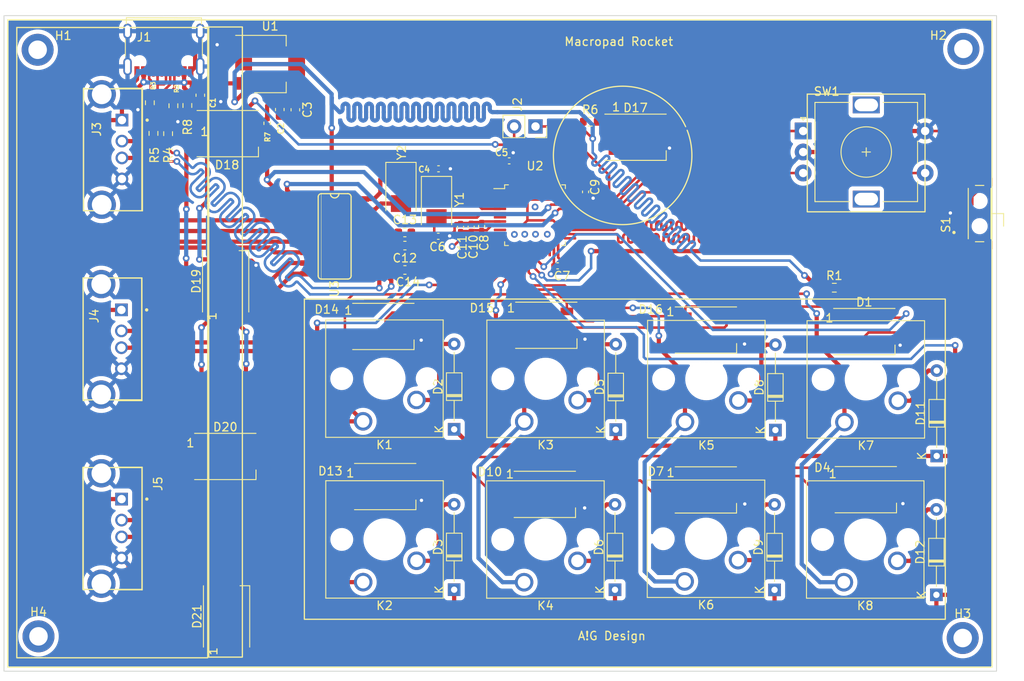
<source format=kicad_pcb>
(kicad_pcb (version 20211014) (generator pcbnew)
  (layers (0 "F.Cu" signal) (31 "B.Cu" signal) (34 "B.Paste" user) (35 "F.Paste" user) (36 "B.SilkS" user "B.Silkscreen") (37 "F.SilkS" user "F.Silkscreen") (38 "B.Mask" user) (39 "F.Mask" user) (44 "Edge.Cuts" user))
  (net 0 "")
  (net 1 "+5V")
  (net 2 "GND")
  (net 3 "+3.3V")
  (net 4 "/HSE_OUT")
  (net 5 "/HSE_IN")
  (net 6 "Net-(C12-Pad1)")
  (net 7 "Net-(C13-Pad1)")
  (net 8 "Net-(D1-Pad1)")
  (net 9 "Net-(D1-Pad2)")
  (net 10 "/LED")
  (net 11 "/row1")
  (net 12 "Net-(D2-Pad2)")
  (net 13 "/row2")
  (net 14 "Net-(D3-Pad2)")
  (net 15 "Net-(D4-Pad2)")
  (net 16 "Net-(D5-Pad2)")
  (net 17 "Net-(D6-Pad2)")
  (net 18 "Net-(D10-Pad4)")
  (net 19 "Net-(D8-Pad2)")
  (net 20 "Net-(D9-Pad2)")
  (net 21 "Net-(D10-Pad2)")
  (net 22 "Net-(D11-Pad2)")
  (net 23 "Net-(D12-Pad2)")
  (net 24 "Net-(D13-Pad2)")
  (net 25 "Net-(D14-Pad2)")
  (net 26 "Net-(D15-Pad2)")
  (net 28 "Net-(D17-Pad1)")
  (net 30 "Net-(D18-Pad1)")
  (net 31 "Net-(D18-Pad2)")
  (net 32 "Net-(D19-Pad2)")
  (net 33 "Net-(D20-Pad2)")
  (net 35 "Net-(J1-PadA5)")
  (net 36 "Net-(J1-PadA6)")
  (net 37 "Net-(J1-PadA7)")
  (net 39 "Net-(J1-PadB5)")
  (net 41 "Net-(J2-Pad1)")
  (net 42 "Net-(J2-Pad2)")
  (net 43 "Net-(J3-Pad2)")
  (net 44 "Net-(J3-Pad3)")
  (net 45 "Net-(J4-Pad2)")
  (net 46 "Net-(J4-Pad3)")
  (net 47 "Net-(J5-Pad2)")
  (net 48 "Net-(J5-Pad3)")
  (net 49 "/col4")
  (net 50 "/col3")
  (net 51 "/col2")
  (net 52 "/col1")
  (net 53 "/usb d-")
  (net 54 "/usb d+")
  (net 55 "/dp4")
  (net 56 "LED4")
  (net 57 "/slide1")
  (net 58 "/slide2")
  (net 59 "/a connect")
  (net 60 "/b connect")
  (net 61 "/switch c")
  (net 71 "/dm4")
  (net 75 "Net-(U3-Pad16)")
  (net 76 "Net-(U3-Pad15)")
  (net 77 "Net-(D17-Pad4)")
  (footprint "Resistor_SMD:R_0603_1608Metric" (layer "F.Cu") (at 46.04 37.3 90)
    (fp_text reference "R4")
    (fp_text value "22R" hide)
  )
  (footprint "LED_SMD:LED_WS2812B_PLCC4_5.0x5.0mm_P3.2mm" (layer "F.Cu") (at 128.99 79.66)
    (fp_text reference "D4")
    (fp_text value "WS2812B" hide)
  )
  (footprint "Button_Switch_Keyboard:SW_Cherry_MX_1.00u_PCB" (layer "F.Cu") (at 69.23 90.66 180)
    (fp_text reference "K2")
    (fp_text value "KEYSW")
  )
  (footprint "Button_Switch_Keyboard:SW_Cherry_MX_1.00u_PCB" (layer "F.Cu") (at 88.36 90.67 180)
    (fp_text reference "K4")
    (fp_text value "KEYSW")
  )
  (footprint "Button_Switch_Keyboard:SW_Cherry_MX_1.00u_PCB" (layer "F.Cu") (at 107.49 71.59 180)
    (fp_text reference "K5")
    (fp_text value "KEYSW")
  )
  (footprint "Resistor_SMD:R_0603_1608Metric" (layer "F.Cu") (at 96.225 35.88)
    (fp_text reference "R6")
    (fp_text value "10K")
  )
  (footprint "Package_QFP:LQFP-48_7x7mm_P0.5mm" (layer "F.Cu") (at 89.66 47)
    (fp_text reference "U2")
    (fp_text value "STM32F103C8T6" hide)
  )
  (footprint "Button_Switch_Keyboard:SW_Cherry_MX_1.00u_PCB" (layer "F.Cu") (at 69.22 71.53 180)
    (fp_text reference "K1")
    (fp_text value "KEYSW")
  )
  (footprint "1437575-1:SW_MLL1200S" (layer "F.Cu") (at 142.52 46.81 90)
    (fp_text reference "S1")
    (fp_text value "EG1215AA" hide)
  )
  (footprint "LED_SMD:LED_WS2812B_PLCC4_5.0x5.0mm_P3.2mm" (layer "F.Cu") (at 71.63 60.24)
    (fp_text reference "D14")
    (fp_text value "WS2812B" hide)
  )
  (footprint "Diode_THT:D_DO-34_SOD68_P10.16mm_Horizontal" (layer "F.Cu") (at 80.05 72.48 90)
    (fp_text reference "D2")
    (fp_text value "D")
  )
  (footprint "Capacitor_SMD:C_0402_1005Metric" (layer "F.Cu") (at 78.16 49.51)
    (fp_text reference "C6")
    (fp_text value "30p" hide)
  )
  (footprint "LED_SMD:LED_WS2812B_PLCC4_5.0x5.0mm_P3.2mm" (layer "F.Cu") (at 71.85 79.29)
    (fp_text reference "D13")
    (fp_text value "WS2812B" hide)
  )
  (footprint "Resistor_SMD:R_0603_1608Metric" (layer "F.Cu") (at 46.67 33.98 90)
    (fp_text reference "R2")
    (fp_text value "5K1" hide)
  )
  (footprint "LED_SMD:LED_WS2812B_PLCC4_5.0x5.0mm_P3.2mm" (layer "F.Cu") (at 52.99 94.74 90)
    (fp_text reference "D21")
    (fp_text value "WS2812B")
  )
  (footprint "MountingHole:MountingHole_2.2mm_M2_ISO14580_Pad_TopBottom" (layer "F.Cu") (at 30.63 97.11)
    (fp_text reference "H4")
    (fp_text value "MountingHole" hide)
  )
  (footprint "Capacitor_SMD:C_0603_1608Metric" (layer "F.Cu") (at 74.192606 53.51887)
    (fp_text reference "C14")
    (fp_text value "10uf" hide)
  )
  (footprint "Resistor_SMD:R_0603_1608Metric" (layer "F.Cu") (at 125.245 55.63)
    (fp_text reference "R1")
    (fp_text value "10K")
  )
  (footprint "Button_Switch_Keyboard:SW_Cherry_MX_1.00u_PCB" (layer "F.Cu") (at 107.45 90.58 180)
    (fp_text reference "K6")
    (fp_text value "KEYSW")
  )
  (footprint "usb connector:AMPHENOL_GSB11121KEU" (layer "F.Cu") (at 38.09 61.77 -90)
    (fp_text reference "J4")
    (fp_text value "GSB11121KEU")
  )
  (footprint "Crystal:Crystal_SMD_5032-2Pin_5.0x3.2mm" (layer "F.Cu") (at 77.95 45.44 -90)
    (fp_text reference "Y1")
    (fp_text value "8MHz" hide)
  )
  (footprint "LED_SMD:LED_WS2812B_PLCC4_5.0x5.0mm_P3.2mm" (layer "F.Cu") (at 52.84 75.71)
    (fp_text reference "D20")
    (fp_text value "WS2812B")
  )
  (footprint "Connector_USB:USB_C_Receptacle_G-Switch_GT-USB-7010ASV" (layer "F.Cu") (at 45.536814 26.185469 180)
    (fp_text reference "J1")
    (fp_text value "USB_C_Receptacle_USB2.0" hide)
  )
  (footprint "Capacitor_SMD:C_0603_1608Metric" (layer "F.Cu") (at 61.17 34.46 -90)
    (fp_text reference "C3")
    (fp_text value "4u7" hide)
  )
  (footprint "Capacitor_SMD:C_0603_1608Metric" (layer "F.Cu") (at 49.87 32.73 -90)
    (fp_text reference "C1")
    (fp_text value "1u" hide)
  )
  (footprint "Capacitor_SMD:C_0402_1005Metric" (layer "F.Cu") (at 92.35 53.03 180)
    (fp_text reference "C7")
    (fp_text value "100n" hide)
  )
  (footprint "Diode_THT:D_DO-34_SOD68_P10.16mm_Horizontal" (layer "F.Cu") (at 118.14 91.58 90)
    (fp_text reference "D9")
    (fp_text value "D")
  )
  (footprint "Resistor_SMD:R_0603_1608Metric" (layer "F.Cu") (at 44.3 37.27 90)
    (fp_text reference "R5")
    (fp_text value "22R" hide)
  )
  (footprint "MountingHole:MountingHole_2.2mm_M2_ISO14580_Pad_TopBottom" (layer "F.Cu") (at 140.59 27.22)
    (fp_text reference "H2")
    (fp_text value "MountingHole" hide)
  )
  (footprint "Rotary_Encoder:RotaryEncoder_Alps_EC11E-Switch_Vertical_H20mm" (layer "F.Cu") (at 121.541649 36.985634)
    (fp_text reference "SW1")
    (fp_text value "RotaryEncoder_Switch")
  )
  (footprint "Capacitor_SMD:C_0402_1005Metric" (layer "F.Cu") (at 95.67 44.23 -90)
    (fp_text reference "C9")
    (fp_text value "100n" hide)
  )
  (footprint "Diode_THT:D_DO-34_SOD68_P10.16mm_Horizontal" (layer "F.Cu") (at 137.38 92.17 90)
    (fp_text reference "D12")
    (fp_text value "D")
  )
  (footprint "Button_Switch_Keyboard:SW_Cherry_MX_1.00u_PCB" (layer "F.Cu") (at 88.38 71.55 180)
    (fp_text reference "K3")
    (fp_text value "KEYSW")
  )
  (footprint "Button_Switch_Keyboard:SW_Cherry_MX_1.00u_PCB" (layer "F.Cu") (at 126.45 71.62 180)
    (fp_text reference "K7")
    (fp_text value "KEYSW")
  )
  (footprint "Capacitor_SMD:C_0402_1005Metric" (layer "F.Cu") (at 82.07 48.41 90)
    (fp_text reference "C10")
    (fp_text value "1u" hide)
  )
  (footprint "MountingHole:MountingHole_2.2mm_M2_ISO14580_Pad_TopBottom" (layer "F.Cu") (at 140.51 97.31)
    (fp_text reference "H3")
    (fp_text value "MountingHole" hide)
  )
  (footprint "Resistor_SMD:R_0603_1608Metric" (layer "F.Cu") (at 48.33 33.95 -90)
    (fp_text reference "R8")
    (fp_text value "10K" hide)
  )
  (footprint "Connector_PinSocket_2.54mm:PinSocket_1x02_P2.54mm_Vertical" (layer "F.Cu") (at 89.72 36.445 -90)
    (fp_text reference "J2")
    (fp_text value "Conn_01x02_Female" hide)
  )
  (footprint "LED_SMD:LED_WS2812B_PLCC4_5.0x5.0mm_P3.2mm" (layer "F.Cu") (at 52.88 54.87 90)
    (fp_text reference "D19")
    (fp_text value "WS2812B" hide)
  )
  (footprint "Crystal:Crystal_SMD_5032-2Pin_5.0x3.2mm" (layer "F.Cu") (at 73.722606 43.76887 -90)
    (fp_text reference "Y2")
    (fp_text value "12MHz" hide)
  )
  (footprint "Capacitor_SMD:C_0603_1608Metric" (layer "F.Cu") (at 59.32 34.43 -90)
    (fp_text reference "C2")
    (fp_text value "1u" hide)
  )
  (footprint "LED_SMD:LED_WS2812B_PLCC4_5.0x5.0mm_P3.2mm" (layer "F.Cu") (at 109.97 79.69)
    (fp_text reference "D7")
    (fp_text value "WS2812B" hide)
  )
  (footprint "LED_SMD:LED_WS2812B_PLCC4_5.0x5.0mm_P3.2mm" (layer "F.Cu") (at 128.81 60.85)
    (fp_text reference "D1")
    (fp_text value "WS2812B" hide)
  )
  (footprint "Capacitor_SMD:C_0402_1005Metric" (layer "F.Cu") (at 78.19 41.48)
    (fp_text reference "C4")
    (fp_text value "30p" hide)
  )
  (footprint "Capacitor_SMD:C_0603_1608Metric" (layer "F.Cu") (at 74.182606 49.05887)
    (fp_text reference "C13")
    (fp_text value "10uf" hide)
  )
  (footprint "Capacitor_SMD:C_0402_1005Metric" (layer "F.Cu") (at 80.81 48.43 90)
    (fp_text reference "C11")
    (fp_text value "100n" hide)
  )
  (footprint "Capacitor_SMD:C_0402_1005Metric" (layer "F.Cu") (at 86.59 40.54)
    (fp_text reference "C5")
    (fp_text value "100n" hide)
  )
  (footprint "LED_SMD:LED_WS2812B_PLCC4_5.0x5.0mm_P3.2mm" (layer "F.Cu") (at 90.83 80.22)
    (fp_text reference "D10")
    (fp_text value "WS2812B" hide)
  )
  (footprint "LED_SMD:LED_WS2812B_PLCC4_5.0x5.0mm_P3.2mm" (layer "F.Cu") (at 53.13 37.3)
    (fp_text reference "D18")
    (fp_text value "WS2812B" hide)
  )
  (footprint "Diode_THT:D_DO-34_SOD68_P10.16mm_Horizontal" (layer "F.Cu") (at 80.05 91.56 90)
    (fp_text reference "D3")
    (fp_text value "D")
  )
  (footprint "LED_SMD:LED_WS2812B_PLCC4_5.0x5.0mm_P3.2mm" (layer "F.Cu") (at 91 60.1)
    (fp_text reference "D15")
    (fp_text value "WS2812B" hide)
  )
  (footprint "Capacitor_SMD:C_0402_1005Metric" (layer "F.Cu") (at 83.31 48.31 90)
    (fp_text reference "C8")
    (fp_text value "100n" hide)
  )
  (footprint "Diode_THT:D_DO-34_SOD68_P10.16mm_Horizontal" (layer "F.Cu") (at 118.24 72.57 90)
    (fp_text reference "D8")
    (fp_text value "D")
  )
  (footprint "usb connector:AMPHENOL_GSB11121KEU" (layer "F.Cu") (at 38.15 39.19 -90)
    (fp_text reference "J3")
    (fp_text value "GSB11121KEU")
  )
  (footprint "MountingHole:MountingHole_2.2mm_M2_ISO14580_Pad_TopBottom" (layer "F.Cu") (at 30.53 27.32)
    (fp_text reference "H1")
    (fp_text value "MountingHole" hide)
  )
  (footprint "Button_Switch_Keyboard:SW_Cherry_MX_1.00u_PCB" (layer "F.Cu") (at 126.38 90.67 180)
    (fp_text reference "K8")
    (fp_text value "KEYSW")
  )
  (footprint "Capacitor_SMD:C_0603_1608Metric" (layer "F.Cu") (at 74.192606 50.61887)
    (fp_text reference "C12")
    (fp_text value "10uf" hide)
  )
  (footprint "Diode_THT:D_DO-34_SOD68_P10.16mm_Horizontal" (layer "F.Cu") (at 137.42 75.65 90)
    (fp_text reference "D11")
    (fp_text value "D")
  )
  (footprint "Diode_THT:D_DO-34_SOD68_P10.16mm_Horizontal" (layer "F.Cu") (at 99.17 91.57 90)
    (fp_text reference "D6")
    (fp_text value "D")
  )
  (footprint "LED_SMD:LED_WS2812B_PLCC4_5.0x5.0mm_P3.2mm" (layer "F.Cu") (at 109.98 60.67)
    (fp_text reference "D16")
    (fp_text value "WS2812B" hide)
  )
  (footprint "Resistor_SMD:R_0402_1005Metric" (layer "F.Cu") (at 57.81 36.07 -90)
    (fp_text reference "R7")
    (fp_text value "1k5" hide)
  )
  (footprint "Package_TO_SOT_SMD:SOT-223-3_TabPin2" (layer "F.Cu") (at 58.17 29.02)
    (fp_text reference "U1")
    (fp_text value "AMS1117-3.3" hide)
  )
  (footprint "Diode_THT:D_DO-34_SOD68_P10.16mm_Horizontal" (layer "F.Cu") (at 99.26 72.52 90)
    (fp_text reference "D5")
    (fp_text value "D")
  )
  (footprint "SL2:SO16" (layer "F.Cu") (at 65.84 49.52 -90)
    (fp_text reference "U3")
    (fp_text value "SL2.1A")
  )
  (footprint "Resistor_SMD:R_0603_1608Metric" (layer "F.Cu") (at 43.87 33.625 90)
    (fp_text reference "R3")
    (fp_text value "5K1" hide)
  )
  (footprint "usb connector:AMPHENOL_GSB11121KEU" (layer "F.Cu") (at 38.11 84.28 -90)
    (fp_text reference "J5")
    (fp_text value "GSB11121KEU")
  )
  (footprint "LED_SMD:LED_WS2812B_PLCC4_5.0x5.0mm_P3.2mm" (layer "F.Cu") (at 101.61 37.73)
    (fp_text reference "D17")
    (fp_text value "WS2812B")
  )
  (gr_rect (start 28.05 99.66) (end 50.75 24.67) (layer "F.SilkS") (width 0.15) (fill none))
  (gr_arc (start 107.749999 36.9) (mid 92.49843 43.097613) (end 107.566969 36.467386) (layer "F.SilkS") (width 0.15))
  (gr_rect (start 42.9 68.97) (end 35.93 54.47) (layer "F.SilkS") (width 0.15) (fill none))
  (gr_rect (start 50.87 99.58) (end 54.87 24.61) (layer "F.SilkS") (width 0.15) (fill none))
  (gr_rect (start 26.99 23.77) (end 143.99 100.77) (layer "F.SilkS") (width 0.15) (fill none))
  (gr_rect (start 35.91 91.53) (end 42.93 77.03) (layer "F.SilkS") (width 0.15) (fill none))
  (gr_rect (start 136.03 32.6) (end 122.03 46.6) (layer "F.SilkS") (width 0.15) (fill none))
  (gr_rect (start 42.92 46.47) (end 35.97 31.97) (layer "F.SilkS") (width 0.15) (fill none))
  (gr_rect (start 138.44 95.08) (end 62.24 56.98) (layer "F.SilkS") (width 0.15) (fill none))
  (gr_rect (start 26.53 23.26) (end 144.53 101.26) (layer "Edge.Cuts") (width 0.1) (fill none))
  (gr_text "Macropad Rocket" (at 99.62 26.35) (layer "F.SilkS") (effects (font (size 1 1))))
  (gr_text "A!G Design" (at 98.79 97.06) (layer "F.SilkS") (effects (font (size 1 1))))
  (via (at 88.44 49.27) (size 0.8) (drill 0.4) (layers "F.Cu" "B.Cu") (net 0))
  (via (at 91.12 49.27) (size 0.8) (drill 0.4) (layers "F.Cu" "B.Cu") (net 0))
  (via (at 89.72 49.27) (size 0.8) (drill 0.4) (layers "F.Cu" "B.Cu") (net 0))
  (via (at 87.21 49.29) (size 0.8) (drill 0.4) (layers "F.Cu" "B.Cu") (net 0))
  (via (at 89.67 46.02) (size 0.8) (drill 0.4) (layers "F.Cu" "B.Cu") (net 0))
  (segment (start 48.86 31.4) (end 48.68 31.22) (width 0.5) (layer "F.Cu") (net 1))
  (segment (start 66.995 51.425) (end 65.49 49.92) (width 0.5) (layer "F.Cu") (net 1))
  (segment (start 121.95 54.32) (end 121.8 54.17) (width 0.5) (layer "F.Cu") (net 1))
  (segment (start 35.61 80.78) (end 40.51 80.78) (width 0.5) (layer "F.Cu") (net 1))
  (segment (start 123.26 55.63) (end 121.95 54.32) (width 0.5) (layer "F.Cu") (net 1))
  (segment (start 43.136814 29.910469) (end 43.136814 31.163186) (width 0.5) (layer "F.Cu") (net 1))
  (segment (start 95.4 36.77) (end 96.52 37.89) (width 0.3) (layer "F.Cu") (net 1))
  (segment (start 51.869599 31.32) (end 55.02 31.32) (width 0.5) (layer "F.Cu") (net 1))
  (segment (start 124.42 55.63) (end 123.26 55.63) (width 0.5) (layer "F.Cu") (net 1))
  (segment (start 65.49 49.92) (end 65.49 36.62) (width 0.5) (layer "F.Cu") (net 1))
  (segment (start 49.87 31.955) (end 49.085 31.955) (width 0.5) (layer "F.Cu") (net 1))
  (segment (start 121.8 54.17) (end 121.7 54.17) (width 0.5) (layer "F.Cu") (net 1))
  (segment (start 48.33 32.23) (end 48.33 33.125) (width 0.5) (layer "F.Cu") (net 1))
  (segment (start 54.23 33.24) (end 53.95 33.52) (width 0.5) (layer "F.Cu") (net 1))
  (segment (start 72.56887 53.51887) (end 73.417606 53.51887) (width 0.5) (layer "F.Cu") (net 1))
  (segment (start 36.43 58.27) (end 36.06 58.27) (width 0.5) (layer "F.Cu") (net 1))
  (segment (start 51.234599 31.955) (end 51.869599 31.32) (width 0.5) (layer "F.Cu") (net 1))
  (segment (start 49.085 31.955) (end 48.86 31.73) (width 0.5) (layer "F.Cu") (net 1))
  (segment (start 34.69 36.7) (end 34.69 56.53) (width 0.5) (layer "F.Cu") (net 1))
  (segment (start 35.7 35.69) (end 34.69 36.7) (width 0.5) (layer "F.Cu") (net 1))
  (segment (start 48.86 31.73) (end 48.86 31.4) (width 0.5) (layer "F.Cu") (net 1))
  (segment (start 47.95 31.85) (end 48.33 32.23) (width 0.5) (layer "F.Cu") (net 1))
  (segment (start 95.4 35.88) (end 95.4 36.77) (width 0.3) (layer "F.Cu") (net 1))
  (segment (start 47.936814 29.910469) (end 47.936814 31.206814) (width 0.5) (layer "F.Cu") (net 1))
  (segment (start 36.06 58.27) (end 34.55 59.78) (width 0.5) (layer "F.Cu") (net 1))
  (segment (start 48.68 31.22) (end 47.95 31.22) (width 0.5) (layer "F.Cu") (net 1))
  (segment (start 40.55 33.75) (end 40.55 35.69) (width 0.5) (layer "F.Cu") (net 1))
  (segment (start 68.9134 51.425) (end 70.475 51.425) (width 0.5) (layer "F.Cu") (net 1))
  (segment (start 34.55 59.78) (end 34.55 79.72) (width 0.5) (layer "F.Cu") (net 1))
  (segment (start 47.95 31.22) (end 47.95 31.85) (width 0.5) (layer "F.Cu") (net 1))
  (segment (start 43.13 31.17) (end 40.55 33.75) (width 0.5) (layer "F.Cu") (net 1))
  (segment (start 47.936814 31.206814) (end 47.95 31.22) (width 0.5) (layer "F.Cu") (net 1))
  (segment (start 43.136814 31.163186) (end 43.13 31.17) (width 0.5) (layer "F.Cu") (net 1))
  (segment (start 36.43 58.27) (end 40.49 58.27) (width 0.5) (layer "F.Cu") (net 1))
  (segment (start 68.9134 51.425) (end 66.995 51.425) (width 0.5) (layer "F.Cu") (net 1))
  (segment (start 34.55 79.72) (end 35.61 80.78) (width 0.5) (layer "F.Cu") (net 1))
  (segment (start 49.87 31.955) (end 51.234599 31.955) (width 0.5) (layer "F.Cu") (net 1))
  (segment (start 70.475 51.425) (end 72.56887 53.51887) (width 0.5) (layer "F.Cu") (net 1))
  (segment (start 34.69 56.53) (end 36.43 58.27) (width 0.5) (layer "F.Cu") (net 1))
  (segment (start 55.02 31.32) (end 55.02 32.45) (width 0.5) (layer "F.Cu") (net 1))
  (segment (start 55.02 32.45) (end 54.23 33.24) (width 0.5) (layer "F.Cu") (net 1))
  (segment (start 40.55 35.69) (end 35.7 35.69) (width 0.5) (layer "F.Cu") (net 1))
  (via (at 47.95 31.22) (size 0.8) (drill 0.4) (layers "F.Cu" "B.Cu") (net 1))
  (via (at 43.13 31.17) (size 0.8) (drill 0.4) (layers "F.Cu" "B.Cu") (net 1))
  (via (at 96.52 37.89) (size 0.8) (drill 0.4) (layers "F.Cu" "B.Cu") (net 1))
  (via (at 121.7 54.17) (size 0.8) (drill 0.4) (layers "F.Cu" "B.Cu") (net 1))
  (via (at 65.49 36.62) (size 0.8) (drill 0.4) (layers "F.Cu" "B.Cu") (net 1))
  (via (at 53.95 33.52) (size 0.8) (drill 0.4) (layers "F.Cu" "B.Cu") (net 1))
  (segment (start 101.789738 43.839789) (end 100.799787 44.829736) (width 0.3) (layer "B.Cu") (net 1))
  (segment (start 101.224052 45.253999) (end 101.224051 45.254) (width 0.3) (layer "B.Cu") (net 1))
  (segment (start 75.18 35.39) (end 75.18 34.74) (width 0.5) (layer "B.Cu") (net 1))
  (segment (start 100.092685 42.142738) (end 100.092686 42.142737) (width 0.3) (layer "B.Cu") (net 1))
  (segment (start 78.68 34.09) (end 78.68 34.74) (width 0.5) (layer "B.Cu") (net 1))
  (segment (start 73.08 34.09) (end 73.08 34.74) (width 0.5) (layer "B.Cu") (net 1))
  (segment (start 71.68 34.74) (end 71.68 35.39) (width 0.5) (layer "B.Cu") (net 1))
  (segment (start 109.36 52.4) (end 119.93 52.4) (width 0.3) (layer "B.Cu") (net 1))
  (segment (start 65.48 32.58) (end 65.48 33.03) (width 0.5) (layer "B.Cu") (net 1))
  (segment (start 103.486789 45.536842) (end 103.48679 45.536841) (width 0.3) (layer "B.Cu") (net 1))
  (segment (start 103.76963 47.799577) (end 103.769629 47.799578) (width 0.3) (layer "B.Cu") (net 1))
  (segment (start 103.769629 47.799578) (end 104.759576 46.809627) (width 0.3) (layer "B.Cu") (net 1))
  (segment (start 106.880894 48.930945) (end 105.890943 49.920892) (width 0.3) (layer "B.Cu") (net 1))
  (segment (start 98.678473 42.708422) (end 99.66842 41.718471) (width 0.3) (layer "B.Cu") (net 1))
  (segment (start 73.78 35.39) (end 73.78 34.74) (width 0.5) (layer "B.Cu") (net 1))
  (segment (start 103.48679 45.536841) (end 102.496839 46.526788) (width 0.3) (layer "B.Cu") (net 1))
  (segment (start 104.618155 48.648104) (end 105.608102 47.658153) (width 0.3) (layer "B.Cu") (net 1))
  (segment (start 101.224051 45.254) (end 102.213998 44.264049) (width 0.3) (layer "B.Cu") (net 1))
  (segment (start 70.28 34.09) (end 70.28 34.74) (width 0.5) (layer "B.Cu") (net 1))
  (segment (start 84.63 34.74) (end 85.195032 34.74) (width 0.5) (layer "B.Cu") (net 1))
  (segment (start 79.38 35.39) (end 79.38 34.74) (width 0.5) (layer "B.Cu") (net 1))
  (segment (start 83.58 34.74) (end 83.58 34.09) (width 0.5) (layer "B.Cu") (net 1))
  (segment (start 67.48 34.39) (end 67.48 35.39) (width 0.5) (layer "B.Cu") (net 1))
  (segment (start 104.335316 46.385367) (end 103.345365 47.375314) (width 0.3) (layer "B.Cu") (net 1))
  (segment (start 73.08 34.74) (end 73.08 35.39) (width 0.5) (layer "B.Cu") (net 1))
  (segment (start 65.49 36.62) (end 65.49 33.04) (width 0.5) (layer "B.Cu") (net 1))
  (segment (start 102.072578 46.102525) (end 102.072577 46.102526) (width 0.3) (layer "B.Cu") (net 1))
  (segment (start 99.24416 41.294211) (end 98.254209 42.284158) (width 0.3) (layer "B.Cu") (net 1))
  (segment (start 94.97 34.74) (end 96.52 36.29) (width 0.5) (layer "B.Cu") (net 1))
  (segment (start 70.98 35.39) (end 70.98 34.74) (width 0.5) (layer "B.Cu") (net 1))
  (segment (start 76.58 35.39) (end 76.58 34.74) (width 0.5) (layer "B.Cu") (net 1))
  (segment (start 54.93 29.03) (end 61.93 29.03) (width 0.5) (layer "B.Cu") (net 1))
  (segment (start 107.163734 51.193681) (end 107.163733 51.193682) (width 0.3) (layer "B.Cu") (net 1))
  (segment (start 101.789737 43.83979) (end 101.789738 43.839789) (width 0.3) (layer "B.Cu") (net 1))
  (segment (start 98.395634 40.445685) (end 97.405683 41.435632) (width 0.3) (layer "B.Cu") (net 1))
  (segment (start 96.52 39.56) (end 96.84 39.88) (width 0.3) (layer "B.Cu") (net 1))
  (segment (start 74.48 34.74) (end 74.48 35.39) (width 0.5) (layer "B.Cu") (net 1))
  (segment (start 65.49 33.04) (end 65.48 33.03) (width 0.5) (layer "B.Cu") (net 1))
  (segment (start 80.78 35.39) (end 80.78 34.74) (width 0.5) (layer "B.Cu") (net 1))
  (segment (start 98.395633 40.445686) (end 98.395634 40.445685) (width 0.3) (layer "B.Cu") (net 1))
  (segment (start 84.28 34.09) (end 84.28 34.39) (width 0.5) (layer "B.Cu") (net 1))
  (segment (start 82.88 34.09) (end 82.88 34.74) (width 0.5) (layer "B.Cu") (net 1))
  (segment (start 77.28 34.74) (end 77.28 35.39) (width 0.5) (layer "B.Cu") (net 1))
  (segment (start 77.98 34.74) (end 77.98 34.09) (width 0.5) (layer "B.Cu") (net 1))
  (segment (start 106.315207 50.345156) (end 107.305154 49.355205) (width 0.3) (layer "B.Cu") (net 1))
  (segment (start 72.38 34.74) (end 72.38 34.09) (width 0.5) (layer "B.Cu") (net 1))
  (segment (start 75.88 34.09) (end 75.88 34.74) (width 0.5) (layer "B.Cu") (net 1))
  (segment (start 71.68 34.09) (end 71.68 34.74) (width 0.5) (layer "B.Cu") (net 1))
  (segment (start 104.335315 46.385368) (end 104.335316 46.385367) (width 0.3) (layer "B.Cu") (net 1))
  (segment (start 83.58 35.39) (end 83.58 34.74) (width 0.5) (layer "B.Cu") (net 1))
  (segment (start 97.829948 41.859895) (end 97.829947 41.859896) (width 0.3) (layer "B.Cu") (net 1))
  (segment (start 72.38 35.39) (end 72.38 34.74) (width 0.5) (layer "B.Cu") (net 1))
  (segment (start 100.941211 42.991264) (end 100.941212 42.991263) (width 0.3) (layer "B.Cu") (net 1))
  (segment (start 96.981421 41.01137) (end 97.971368 40.021419) (width 0.3) (layer "B.Cu") (net 1))
  (segment (start 80.08 34.09) (end 80.08 34.74) (width 0.5) (layer "B.Cu") (net 1))
  (segment (start 104.618156 48.648103) (end 104.618155 48.648104) (width 0.3) (layer "B.Cu") (net 1))
  (segment (start 53.95 33.52) (end 53.95 30.01) (width 0.5) (layer "B.Cu") (net 1))
  (segment (start 100.375526 44.405473) (end 100.375525 44.405474) (width 0.3) (layer "B.Cu") (net 1))
  (segment (start 99.527 43.556947) (end 99.526999 43.556948) (width 0.3) (layer "B.Cu") (net 1))
  (segment (start 47.95 31.22) (end 43.18 31.22) (width 0.5) (layer "B.Cu") (net 1))
  (segment (start 67.48 34.09) (end 67.48 34.39) (width 0.5) (layer "B.Cu") (net 1))
  (segment (start 75.18 34.74) (end 75.18 34.09) (width 0.5) (layer "B.Cu") (net 1))
  (segment (start 99.244159 41.294212) (end 99.24416 41.294211) (width 0.3) (layer "B.Cu") (net 1))
  (segment (start 102.921104 46.951051) (end 102.921103 46.951052) (width 0.3) (layer "B.Cu") (net 1))
  (segment (start 82.18 34.74) (end 82.18 34.09) (width 0.5) (layer "B.Cu") (net 1))
  (segment (start 100.941212 42.991263) (end 99.951261 43.98121) (width 0.3) (layer "B.Cu") (net 1))
  (segment (start 68.88 34.74) (end 68.88 35.39) (width 0.5) (layer "B.Cu") (net 1))
  (segment (start 96.84 40.304264) (end 96.557157 40.587106) (width 0.3) (layer "B.Cu") (net 1))
  (segment (start 119.93 52.4) (end 121.7 54.17) (width 0.3) (layer "B.Cu") (net 1))
  (segment (start 96.52 37.89) (end 96.52 39.56) (width 0.3) (layer "B.Cu") (net 1))
  (segment (start 105.466682 49.496629) (end 105.466681 49.49663) (width 0.3) (layer "B.Cu") (net 1))
  (segment (start 65.48 33.03) (end 65.48 33.79) (width 0.5) (layer "B.Cu") (net 1))
  (segment (start 69.58 35.39) (end 69.58 34.74) (width 0.5) (layer "B.Cu") (net 1))
  (segment (start 102.638263 44.688316) (end 102.638264 44.688315) (width 0.3) (layer "B.Cu") (net 1))
  (segment (start 77.28 34.09) (end 77.28 34.74) (width 0.5) (layer "B.Cu") (net 1))
  (segment (start 100.375525 44.405474) (end 101.365472 43.415523) (width 0.3) (layer "B.Cu") (net 1))
  (segment (start 97.829947 41.859896) (end 98.819894 40.869945) (width 0.3) (layer "B.Cu") (net 1))
  (segment (start 75.88 34.74) (end 75.88 35.39) (width 0.5) (layer "B.Cu") (net 1))
  (segment (start 99.526999 43.556948) (end 100.516946 42.566997) (width 0.3) (layer "B.Cu") (net 1))
  (segment (start 78.68 34.74) (end 78.68 35.39) (width 0.5) (layer "B.Cu") (net 1))
  (segment (start 106.032367 48.08242) (end 106.032368 48.082419) (width 0.3) (layer "B.Cu") (net 1))
  (segment (start 102.072577 46.102526) (end 103.062524 45.112575) (width 0.3) (layer "B.Cu") (net 1))
  (segment (start 106.880893 48.930946) (end 106.880894 48.930945) (width 0.3) (layer "B.Cu") (net 1))
  (segment (start 65.48 33.79) (end 66.43 34.74) (width 0.5) (layer "B.Cu") (net 1))
  (segment (start 76.58 34.74) (end 76.58 34.09) (width 0.5) (layer "B.Cu") (net 1))
  (segment (start 96.52 36.29) (end 96.52 37.89) (width 0.5) (layer "B.Cu") (net 1))
  (segment (start 105.183842 47.233893) (end 104.193891 48.22384) (width 0.3) (layer "B.Cu") (net 1))
  (segment (start 107.729419 49.779472) (end 107.72942 49.779471) (width 0.3) (layer "B.Cu") (net 1))
  (segment (start 102.638264 44.688315) (end 101.648313 45.678262) (width 0.3) (layer "B.Cu") (net 1))
  (segment (start 98.678474 42.708421) (end 98.678473 42.708422) (width 0.3) (layer "B.Cu") (net 1))
  (segment (start 81.48 34.74) (end 81.48 35.39) (width 0.5) (layer "B.Cu") (net 1))
  (segment (start 85.195032 34.74) (end 94.97 34.74) (width 0.5) (layer "B.Cu") (net 1))
  (segment (start 69.58 34.74) (end 69.58 34.09) (width 0.5) (layer "B.Cu") (net 1))
  (segment (start 80.08 34.74) (end 80.08 35.39) (width 0.5) (layer "B.Cu") (net 1))
  (segment (start 106.315208 50.345155) (end 106.315207 50.345156) (width 0.3) (layer "B.Cu") (net 1))
  (segment (start 81.48 34.09) (end 81.48 34.74) (width 0.5) (layer "B.Cu") (net 1))
  (segment (start 70.98 34.74) (end 70.98 34.09) (width 0.5) (layer "B.Cu") (net 1))
  (segment (start 102.921103 46.951052) (end 103.91105 45.961101) (width 0.3) (layer "B.Cu") (net 1))
  (segment (start 61.93 29.03) (end 65.48 32.58) (width 0.5) (layer "B.Cu") (net 1))
  (segment (start 82.88 34.74) (end 82.88 35.39) (width 0.5) (layer "B.Cu") (net 1))
  (segment (start 108.577946 50.627997) (end 108.295102 50.910838) (width 0.3) (layer "B.Cu") (net 1))
  (segment (start 100.092686 42.142737) (end 99.102735 43.132684) (width 0.3) (layer "B.Cu") (net 1))
  (segment (start 96.839999 40.304265) (end 96.84 40.304264) (width 0.3) (layer "B.Cu") (net 1))
  (segment (start 106.032368 48.082419) (end 105.042417 49.072366) (width 0.3) (layer "B.Cu") (net 1))
  (segment (start 107.72942 49.779471) (end 106.739469 50.769418) (width 0.3) (layer "B.Cu") (net 1))
  (segment (start 53.95 30.01) (end 54.93 29.03) (width 0.5) (layer "B.Cu") (net 1))
  (segment (start 108.724172 51.764172) (end 109.36 52.4) (width 0.3) (layer "B.Cu") (net 1))
  (segment (start 108.577945 50.627998) (end 108.577946 50.627997) (width 0.3) (layer "B.Cu") (net 1))
  (segment (start 68.88 34.09) (end 68.88 34.74) (width 0.5) (layer "B.Cu") (net 1))
  (segment (start 80.78 34.74) (end 80.78 34.09) (width 0.5) (layer "B.Cu") (net 1))
  (segment (start 70.28 34.74) (end 70.28 35.39) (width 0.5) (layer "B.Cu") (net 1))
  (segment (start 66.78 34.39) (end 66.78 34.09) (width 0.5) (layer "B.Cu") (net 1))
  (segment (start 108.295102 51.335102) (end 108.724172 51.764172) (width 0.3) (layer "B.Cu") (net 1))
  (segment (start 105.466681 49.49663) (end 106.456628 48.506679) (width 0.3) (layer "B.Cu") (net 1))
  (segment (start 73.78 34.74) (end 73.78 34.09) (width 0.5) (layer "B.Cu") (net 1))
  (segment (start 96.981422 41.011369) (end 96.981421 41.01137) (width 0.3) (layer "B.Cu") (net 1))
  (segment (start 74.48 34.09) (end 74.48 34.74) (width 0.5) (layer "B.Cu") (net 1))
  (segment (start 107.163733 51.193682) (end 108.15368 50.203731) (width 0.3) (layer "B.Cu") (net 1))
  (segment (start 77.98 35.39) (end 77.98 34.74) (width 0.5) (layer "B.Cu") (net 1))
  (segment (start 43.18 31.22) (end 43.13 31.17) (width 0.5) (layer "B.Cu") (net 1))
  (segment (start 105.183841 47.233894) (end 105.183842 47.233893) (width 0.3) (layer "B.Cu") (net 1))
  (segment (start 68.18 35.39) (end 68.18 34.74) (width 0.5) (layer "B.Cu") (net 1))
  (segment (start 68.18 34.74) (end 68.18 34.09) (width 0.5) (layer "B.Cu") (net 1))
  (segment (start 79.38 34.74) (end 79.38 34.09) (width 0.5) (layer "B.Cu") (net 1))
  (segment (start 82.18 35.39) (end 82.18 34.74) (width 0.5) (layer "B.Cu") (net 1))
  (arc (start 106.739469 50.769418) (mid 106.651601 50.98155) (end 106.739469 51.193682) (width 0.3) (layer "B.Cu") (net 1))
  (arc (start 105.042417 49.072366) (mid 104.954549 49.284498) (end 105.042417 49.49663) (width 0.3) (layer "B.Cu") (net 1))
  (arc (start 82.53 33.74) (mid 82.777487 33.842513) (end 82.88 34.09) (width 0.5) (layer "B.Cu") (net 1))
  (arc (start 105.890943 49.920892) (mid 105.803075 50.133024) (end 105.890943 50.345156) (width 0.3) (layer "B.Cu") (net 1))
  (arc (start 103.345365 47.375314) (mid 103.257497 47.587446) (end 103.345365 47.799578) (width 0.3) (layer "B.Cu") (net 1))
  (arc (start 66.78 34.09) (mid 66.882513 33.842513) (end 67.13 33.74) (width 0.5) (layer "B.Cu") (net 1))
  (arc (start 98.819894 40.869945) (mid 99.032028 40.782079) (end 99.24416 40.869947) (width 0.3) (layer "B.Cu") (net 1))
  (arc (start 107.72942 49.355207) (mid 107.817287 49.567339) (end 107.729419 49.779472) (width 0.3) (layer "B.Cu") (net 1))
  (arc (start 75.88 35.39) (mid 75.982513 35.637487) (end 76.23 35.74) (width 0.5) (layer "B.Cu") (net 1))
  (arc (start 81.13 33.74) (mid 81.377487 33.842513) (end 81.48 34.09) (width 0.5) (layer "B.Cu") (net 1))
  (arc (start 76.93 33.74) (mid 77.177487 33.842513) (end 77.28 34.09) (width 0.5) (layer "B.Cu") (net 1))
  (arc (start 101.789738 43.415525) (mid 101.877605 43.627657) (end 101.789737 43.83979) (width 0.3) (layer "B.Cu") (net 1))
  (arc (start 105.042417 49.49663) (mid 105.25455 49.584498) (end 105.466682 49.496629) (width 0.3) (layer "B.Cu") (net 1))
  (arc (start 68.88 35.39) (mid 68.982513 35.637487) (end 69.23 35.74) (width 0.5) (layer "B.Cu") (net 1))
  (arc (start 78.68 35.39) (mid 78.782513 35.637487) (end 79.03 35.74) (width 0.5) (layer "B.Cu") (net 1))
  (arc (start 66.43 34.74) (mid 66.677487 34.637487) (end 66.78 34.39) (width 0.5) (layer "B.Cu") (net 1))
  (arc (start 69.58 34.09) (mid 69.682513 33.842513) (end 69.93 33.74) (width 0.5) (layer "B.Cu") (net 1))
  (arc (start 75.18 34.09) (mid 75.282513 33.842513) (end 75.53 33.74) (width 0.5) (layer "B.Cu") (net 1))
  (arc (start 99.66842 41.718471) (mid 99.880554 41.630605) (end 100.092686 41.718473) (width 0.3) (layer "B.Cu") (net 1))
  (arc (start 104.335316 45.961103) (mid 104.423183 46.173235) (end 104.335315 46.385368) (width 0.3) (layer "B.Cu") (net 1))
  (arc (start 100.092686 41.718473) (mid 100.180553 41.930605) (end 100.092685 42.142738) (width 0.3) (layer "B.Cu") (net 1))
  (arc (start 107.305154 49.355205) (mid 107.517288 49.267339) (end 107.72942 49.355207) (width 0.3) (layer "B.Cu") (net 1))
  (arc (start 67.83 35.74) (mid 68.077487 35.637487) (end 68.18 35.39) (width 0.5) (layer "B.Cu") (net 1))
  (arc (start 99.951261 44.405474) (mid 100.163394 44.493342) (end 100.375526 44.405473) (width 0.3) (layer "B.Cu") (net 1))
  (arc (start 77.98 34.09) (mid 78.082513 33.842513) (end 78.33 33.74) (width 0.5) (layer "B.Cu") (net 1))
  (arc (start 83.93 33.74) (mid 84.177487 33.842513) (end 84.28 34.09) (width 0.5) (layer "B.Cu") (net 1))
  (arc (start 68.53 33.74) (mid 68.777487 33.842513) (end 68.88 34.09) (width 0.5) (layer "B.Cu") (net 1))
  (arc (start 96.84 39.88) (mid 96.927868 40.092133) (end 96.839999 40.304265) (width 0.3) (layer "B.Cu") (net 1))
  (arc (start 106.456628 48.506679) (mid 106.668762 48.418813) (end 106.880894 48.506681) (width 0.3) (layer "B.Cu") (net 1))
  (arc (start 97.971368 40.021419) (mid 98.183502 39.933553) (end 98.395634 40.021421) (width 0.3) (layer "B.Cu") (net 1))
  (arc (start 71.33 33.74) (mid 71.577487 33.842513) (end 71.68 34.09) (width 0.5) (layer "B.Cu") (net 1))
  (arc (start 72.73 33.74) (mid 72.977487 33.842513) (end 73.08 34.09) (width 0.5) (layer "B.Cu") (net 1))
  (arc (start 96.557157 41.01137) (mid 96.76929 41.099238) (end 96.981422 41.011369) (width 0.3) (layer "B.Cu") (net 1))
  (arc (start 67.13 33.74) (mid 67.377487 33.842513) (end 67.48 34.09) (width 0.5) (layer "B.Cu") (net 1))
  (arc (start 105.608102 47.658153) (mid 105.820236 47.570287) (end 106.032368 47.658155) (width 0.3) (layer "B.Cu") (net 1))
  (arc (start 68.18 34.09) (mid 68.282513 33.842513) (end 68.53 33.74) (width 0.5) (layer "B.Cu") (net 1))
  (arc (start 98.395634 40.021421) (mid 98.483501 40.233553) (end 98.395633 40.445686) (width 0.3) (layer "B.Cu") (net 1))
  (arc (start 103.48679 45.112577) (mid 103.574657 45.324709) (end 103.486789 45.536842) (width 0.3) (layer "B.Cu") (net 1))
  (arc (start 101.648313 46.102526) (mid 101.860446 46.190394) (end 102.072578 46.102525) (width 0.3) (layer "B.Cu") (net 1))
  (arc (start 103.91105 45.961101) (mid 104.123184 45.873235) (end 104.335316 45.961103) (width 0.3) (layer "B.Cu") (net 1))
  (arc (start 70.63 35.74) (mid 70.877487 35.637487) (end 70.98 35.39) (width 0.5) (layer "B.Cu") (net 1))
  (arc (start 76.23 35.74) (mid 76.477487 35.637487) (end 76.58 35.39) (width 0.5) (layer "B.Cu") (net 1))
  (arc (start 77.28 35.39) (mid 77.382513 35.637487) (end 77.63 35.74) (width 0.5) (layer "B.Cu") (net 1))
  (arc (start 74.83 35.74) (mid 75.077487 35.637487) (end 75.18 35.39) (width 0.5) (layer "B.Cu") (net 1))
  (arc (start 73.78 34.09) (mid 73.882513 33.842513) (end 74.13 33.74) (width 0.5) (layer "B.Cu") (net 1))
  (arc (start 108.295102 50.910838) (mid 108.207234 51.12297) (end 108.295102 51.335102) (width 0.3) (layer "B.Cu") (net 1))
  (arc (start 100.799787 45.254) (mid 101.01192 45.341868) (end 101.224052 45.253999) (width 0.3) (layer "B.Cu") (net 1))
  (arc (start 80.43 35.74) (mid 80.677487 35.637487) (end 80.78 35.39) (width 0.5) (layer "B.Cu") (net 1))
  (arc (start 70.28 35.39) (mid 70.382513 35.637487) (end 70.63 35.74) (width 0.5) (layer "B.Cu") (net 1))
  (arc (start 80.78 34.09) (mid 80.882513 33.842513) (end 81.13 33.74) (width 0.5) (layer "B.Cu") (net 1))
  (arc (start 101.365472 43.415523) (mid 101.577606 43.327657) (end 101.789738 43.415525) (width 0.3) (layer "B.Cu") (net 1))
  (arc (start 108.15368 50.203731) (mid 108.365814 50.115865) (end 108.577946 50.203733) (width 0.3) (layer "B.Cu") (net 1))
  (arc (start 98.254209 42.284158) (mid 98.166341 42.49629) (end 98.254209 42.708422) (width 0.3) (layer "B.Cu") (net 1))
  (arc (start 83.58 34.09) (mid 83.682513 33.842513) (end 83.93 33.74) (width 0.5) (layer "B.Cu") (net 1))
  (arc (start 79.38 34.09) (mid 79.482513 33.842513) (end 79.73 33.74) (width 0.5) (layer "B.Cu") (net 1))
  (arc (start 102.496839 46.526788) (mid 102.408971 46.73892) (end 102.496839 46.951052) (width 0.3) (layer "B.Cu") (net 1))
  (arc (start 100.516946 42.566997) (mid 100.72908 42.479131) (end 100.941212 42.566999) (width 0.3) (layer "B.Cu") (net 1))
  (arc (start 82.18 34.09) (mid 82.282513 33.842513) (end 82.53 33.74) (width 0.5) (layer "B.Cu") (net 1))
  (arc (start 103.062524 45.112575) (mid 103.274658 45.024709) (end 103.48679 45.112577) (width 0.3) (layer "B.Cu") (net 1))
  (arc (start 104.193891 48.648104) (mid 104.406024 48.735972) (end 104.618156 48.648103) (width 0.3) (layer "B.Cu") (net 1))
  (arc (start 83.23 35.74) (mid 83.477487 35.637487) (end 83.58 35.39) (width 0.5) (layer "B.Cu") (net 1))
  (arc (start 81.83 35.74) (mid 82.077487 35.637487) (end 82.18 35.39) (width 0.5) (layer "B.Cu") (net 1))
  (arc (start 99.102735 43.556948) (mid 99.314868 43.644816) (end 99.527 43.556947) (width 0.3) (layer "B.Cu") (net 1))
  (arc (start 103.345365 47.799578) (mid 103.557498 47.887446) (end 103.76963 47.799577) (width 0.3) (layer "B.Cu") (net 1))
  (arc (start 99.24416 40.869947) (mid 99.332027 41.082079) (end 99.244159 41.294212) (width 0.3) (layer "B.Cu") (net 1))
  (arc (start 97.405683 41.435632) (mid 97.317815 41.647764) (end 97.405683 41.859896) (width 0.3) (layer "B.Cu") (net 1))
  (arc (start 72.38 34.09) (mid 72.482513 33.842513) (end 72.73 33.74) (width 0.5) (layer "B.Cu") (net 1))
  (arc (start 99.951261 43.98121) (mid 99.863393 44.193342) (end 99.951261 44.405474) (width 0.3) (layer "B.Cu") (net 1))
  (arc (start 67.48 35.39) (mid 67.582513 35.637487) (end 67.83 35.74) (width 0.5) (layer "B.Cu") (net 1))
  (arc (start 100.941212 42.566999) (mid 101.029079 42.779131) (end 100.941211 42.991264) (width 0.3) (layer "B.Cu") (net 1))
  (arc (start 97.405683 41.859896) (mid 97.617816 41.947764) (end 97.829948 41.859895) (width 0.3) (layer "B.Cu") (net 1))
  (arc (start 82.88 35.39) (mid 82.982513 35.637487) (end 83.23 35.74) (width 0.5) (layer "B.Cu") (net 1))
  (arc (start 81.48 35.39) (mid 81.582513 35.637487) (end 81.83 35.74) (width 0.5) (layer "B.Cu") (net 1))
  (arc (start 77.63 35.74) (mid 77.877487 35.637487) (end 77.98 35.39) (width 0.5) (layer "B.Cu") (net 1))
  (arc (start 100.799787 44.829736) (mid 100.711919 45.041868) (end 100.799787 45.254) (width 0.3) (layer "B.Cu") (net 1))
  (arc (start 106.032368 47.658155) (mid 106.120235 47.870287) (end 106.032367 48.08242) (width 0.3) (layer "B.Cu") (net 1))
  (arc (start 79.03 35.74) (mid 79.277487 35.637487) (end 79.38 35.39) (width 0.5) (layer "B.Cu") (net 1))
  (arc (start 106.880894 48.506681) (mid 106.968761 48.718813) (end 106.880893 48.930946) (width 0.3) (layer "B.Cu") (net 1))
  (arc (start 106.739469 51.193682) (mid 106.951602 51.28155) (end 107.163734 51.193681) (width 0.3) (layer "B.Cu") (net 1))
  (arc (start 104.759576 46.809627) (mid 104.97171 46.721761) (end 105.183842 46.809629) (width 0.3) (layer "B.Cu") (net 1))
  (arc (start 84.28 34.39) (mid 84.382513 34.637487) (end 84.63 34.74) (width 0.5) (layer "B.Cu") (net 1))
  (arc (start 96.557157 40.587106) (mid 96.469289 40.799238) (end 96.557157 41.01137) (width 0.3) (layer "B.Cu") (net 1))
  (arc (start 102.213998 44.264049) (mid 102.426132 44.176183) (end 102.638264 44.264051) (width 0.3) (layer "B.Cu") (net 1))
  (arc (start 78.33 33.74) (mid 78.577487 33.842513) (end 78.68 34.09) (width 0.5) (layer "B.Cu") (net 1))
  (arc (start 74.13 33.74) (mid 74.377487 33.842513) (end 74.48 34.09) (width 0.5) (layer "B.Cu") (net 1))
  (arc (start 75.53 33.74) (mid 75.777487 33.842513) (end 75.88 34.09) (width 0.5) (layer "B.Cu") (net 1))
  (arc (start 108.577946 50.203733) (mid 108.665813 50.415865) (end 108.577945 50.627998) (width 0.3) (layer "B.Cu") (net 1))
  (arc (start 99.102735 43.132684) (mid 99.014867 43.344816) (end 99.102735 43.556948) (width 0.3) (layer "B.Cu") (net 1))
  (arc (start 105.183842 46.809629) (mid 105.271709 47.021761) (end 105.183841 47.233894) (width 0.3) (layer "B.Cu") (net 1))
  (arc (start 70.98 34.09) (mid 71.082513 33.842513) (end 71.33 33.74) (width 0.5) (layer "B.Cu") (net 1))
  (arc (start 101.648313 45.678262) (mid 101.560445 45.890394) (end 101.648313 46.102526) (width 0.3) (layer "B.Cu") (net 1))
  (arc (start 71.68 35.39) (mid 71.782513 35.637487) (end 72.03 35.74) (width 0.5) (layer "B.Cu") (net 1))
  (arc (start 102.638264 44.264051) (mid 102.726131 44.476183) (end 102.638263 44.688316) (width 0.3) (layer "B.Cu") (net 1))
  (arc (start 104.193891 48.22384) (mid 104.106023 48.435972) (end 104.193891 48.648104) (width 0.3) (layer "B.Cu") (net 1))
  (arc (start 73.43 35.74) (mid 73.677487 35.637487) (end 73.78 35.39) (width 0.5) (layer "B.Cu") (net 1))
  (arc (start 79.73 33.74) (mid 79.977487 33.842513) (end 80.08 34.09) (width 0.5) (layer "B.Cu") (net 1))
  (arc (start 72.03 35.74) (mid 72.277487 35.637487) (end 72.38 35.39) (width 0.5) (layer "B.Cu") (net 1))
  (arc (start 98.254209 42.708422) (mid 98.466342 42.79629) (end 98.678474 42.708421) (width 0.3) (layer "B.Cu") (net 1))
  (arc (start 105.890943 50.345156) (mid 106.103076 50.433024) (end 106.315208 50.345155) (width 0.3) (layer "B.Cu") (net 1))
  (arc (start 69.23 35.74) (mid 69.477487 35.637487) (end 69.58 35.39) (width 0.5) (layer "B.Cu") (net 1))
  (arc (start 102.496839 46.951052) (mid 102.708972 47.03892) (end 102.921104 46.951051) (width 0.3) (layer "B.Cu") (net 1))
  (arc (start 74.48 35.39) (mid 74.582513 35.637487) (end 74.83 35.74) (width 0.5) (layer "B.Cu") (net 1))
  (arc (start 69.93 33.74) (mid 70.177487 33.842513) (end 70.28 34.09) (width 0.5) (layer "B.Cu") (net 1))
  (arc (start 80.08 35.39) (mid 80.182513 35.637487) (end 80.43 35.74) (width 0.5) (layer "B.Cu") (net 1))
  (arc (start 76.58 34.09) (mid 76.682513 33.842513) (end 76.93 33.74) (width 0.5) (layer "B.Cu") (net 1))
  (arc (start 73.08 35.39) (mid 73.182513 35.637487) (end 73.43 35.74) (width 0.5) (layer "B.Cu") (net 1))
  (segment (start 35.94 93.71) (end 39.24 93.71) (width 0.5) (layer "F.Cu") (net 2))
  (segment (start 49.07 27.66) (end 49.84 26.89) (width 0.5) (layer "F.Cu") (net 2))
  (segment (start 74.957606 50.60887) (end 74.967606 50.61887) (width 0.5) (layer "F.Cu") (net 2))
  (segment (start 49.07 27.66) (end 49.251815 27.841815) (width 0.5) (layer "F.Cu") (net 2))
  (segment (start 93.45 61.75) (end 95.6 61.75) (width 0.3) (layer "F.Cu") (net 2))
  (segment (start 42.336814 29.910469) (end 42.336814 30.833186) (width 0.5) (layer "F.Cu") (net 2))
  (segment (start 87.41 41.76) (end 87.07 41.42) (width 0.3) (layer "F.Cu") (net 2))
  (segment (start 131.44 81.31) (end 133.39 81.31) (width 0.3) (layer "F.Cu") (net 2))
  (segment (start 39.69 28.04) (end 40.36 27.37) (width 0.5) (layer "F.Cu") (net 2))
  (segment (start 52.3 36.93) (end 52.3 33.49) (width 0.5) (layer "F.Cu") (net 2))
  (segment (start 112.41 32.23) (end 122.53 32.23) (width 0.5) (layer "F.Cu") (net 2))
  (segment (start 83.31 47.83) (end 82.17 47.83) (width 0.3) (layer "F.Cu") (net 2))
  (segment (start 70.495 50.155) (end 72.42 52.08) (width 0.5) (layer "F.Cu") (net 2))
  (segment (start 41.33 88.6) (end 40.51 87.78) (width 0.5) (layer "F.Cu") (net 2))
  (segment (start 131.26 62.5) (end 133.04 62.5) (width 0.3) (layer "F.Cu") (net 2))
  (segment (start 46.67 35.349463) (end 47.19868 35.878143) (width 0.3) (layer "F.Cu") (net 2))
  (segment (start 41.33 92.27) (end 41.33 88.6) (width 0.5) (layer "F.Cu") (net 2))
  (segment (start 39.24 93.71) (end 39.89 93.71) (width 0.5) (layer "F.Cu") (net 2))
  (segment (start 76.15 80.94) (end 76.16 80.93) (width 0.3) (layer "F.Cu") (net 2))
  (segment (start 39.69 30.22) (end 39.69 29.71) (width 0.5) (layer "F.Cu") (net 2))
  (segment (start 72.42 52.08) (end 74.92 52.08) (width 0.5) (layer "F.Cu") (net 2))
  (segment (start 125.83 37.06) (end 125.83 37.611268) (width 0.5) (layer "F.Cu") (net 2))
  (segment (start 104.06 39.38) (end 105.29 39.38) (width 0.5) (layer "F.Cu") (net 2))
  (segment (start 54.89 99.35) (end 43.04 99.35) (width 0.5) (layer "F.Cu") (net 2))
  (segment (start 54.64 92.29) (end 55.54 92.29) (width 0.5) (layer "F.Cu") (net 2))
  (segment (start 56.21 92.96) (end 56.21 98.03) (width 0.5) (layer "F.Cu") (net 2))
  (segment (start 54.32 38.95) (end 52.3 36.93) (width 0.5) (layer "F.Cu") (net 2))
  (segment (start 139.72 46.06) (end 139.04 46.74) (width 0.3) (layer "F.Cu") (net 2))
  (segment (start 74.967606 50.61887) (end 74.967606 52.127606) (width 0.5) (layer "F.Cu") (net 2))
  (segment (start 91.71 53.86) (end 91.57 54) (width 0.3) (layer "F.Cu") (net 2))
  (segment (start 141.65 44.77) (end 142.41 44.01) (width 0.3) (layer "F.Cu") (net 2))
  (segment (start 56.21 98.03) (end 54.89 99.35) (width 0.5) (layer "F.Cu") (net 2))
  (segment (start 61.17 35.235) (end 59.35 35.235) (width 0.5) (layer "F.Cu") (net 2))
  (segment (start 54.53 52.42) (end 55.95 52.42) (width 0.5) (layer "F.Cu") (net 2))
  (segment (start 49.84 26.89) (end 49.86 26.89) (width 0.5) (layer "F.Cu") (net 2))
  (segment (start 133.39 81.31) (end 133.4 81.32) (width 0.3) (layer "F.Cu") (net 2))
  (segment (start 123.955634 39.485634) (end 121.541649 39.485634) (width 0.5) (layer "F.Cu") (net 2))
  (segment (start 39.89 93.71) (end 41.33 92.27) (width 0.5) (layer "F.Cu") (net 2))
  (segment (start 49.251815 28.938185) (end 49.251815 29.395468) (width 0.5) (layer "F.Cu") (net 2))
  (segment (start 55.54 92.29) (end 56.21 92.96) (width 0.5) (layer "F.Cu") (net 2))
  (segment (start 112.42 81.34) (end 114.58 81.34) (width 0.3) (layer "F.Cu") (net 2))
  (segment (start 50.03 26.72) (end 51.87 26.72) (width 0.5) (layer "F.Cu") (net 2))
  (segment (start 74.3 80.94) (end 76.15 80.94) (width 0.3) (layer "F.Cu") (net 2))
  (segment (start 87.08 40.55) (end 87.07 40.54) (width 0.3) (layer "F.Cu") (net 2))
  (segment (start 78.64 49.51) (end 79.47 49.51) (width 0.3) (layer "F.Cu") (net 2))
  (segment (start 122.53 32.23) (end 125.83 35.53) (width 0.5) (layer "F.Cu") (net 2))
  (segment (start 55.58 38.95) (end 54.32 38.95) (width 0.5) (layer "F.Cu") (net 2))
  (segment (start 140.47 46.06) (end 141.34 46.06) (width 0.3) (layer "F.Cu") (net 2))
  (segment (start 96.3 44.71) (end 96.57 44.98) (width 0.3) (layer "F.Cu") (net 2))
  (segment (start 80.83 47.93) (end 80.81 47.95) (width 0.3) (layer "F.Cu") (net 2))
  (segment (start 87.07 41.42) (end 87.07 40.54) (width 0.3) (layer "F.Cu") (net 2))
  (segment (start 93.28 81.87) (end 95.52 81.87) (width 0.3) (layer "F.Cu") (net 2))
  (segment (start 74.967606 52.127606) (end 74.967606 53.51887) (width 0.5) (layer "F.Cu") (net 2))
  (segment (start 40.62 31.15) (end 39.69 30.22) (width 0.5) (layer "F.Cu") (net 2))
  (segment (start 40.36 27.37) (end 48.78 27.37) (width 0.5) (layer "F.Cu") (net 2))
  (segment (start 49.48453 28.938185) (end 49.856814 29.310469) (width 0.5) (layer "F.Cu") (net 2))
  (segment (start 74.957606 49.05887) (end 74.957606 50.60887) (width 0.5) (layer "F.Cu") (net 2))
  (segment (start 46.67 34.805) (end 46.67 35.349463) (width 0.3) (layer "F.Cu") (net 2))
  (segment (start 91.91 52.99) (end 91.87 53.03) (width 0.3) (layer "F.Cu") (net 2))
  (segment (start 49.86 26.89) (end 50.03 26.72) (width 0.5) (layer "F.Cu") (net 2))
  (segment (start 74.92 52.08) (end 74.967606 52.127606) (width 0.5) (layer "F.Cu") (net 2))
  (segment (start 95.67 44.71) (end 96.3 44.71) (width 0.3) (layer "F.Cu") (net 2))
  (segment (start 112.43 62.32) (end 114.56 62.32) (width 0.3) (layer "F.Cu") (net 2))
  (segment (start 39.24 95.55) (end 39.24 93.71) (width 0.5) (layer "F.Cu") (net 2))
  (segment (start 79.47 49.51) (end 79.51 49.47) (width 0.3) (layer "F.Cu") (net 2))
  (segment (start 39.69 29.71) (end 39.69 28.04) (width 0.5) (layer "F.Cu") (net 2))
  (segment (start 42.64 34.45) (end 42.45 34.45) (width 0.3) (layer "F.Cu") (net 2))
  (segment (start 76.11 61.89) (end 76.13 61.87) (width 0.3) (layer "F.Cu") (net 2))
  (segment (start 142.41 38.61) (end 140.785634 36.985634) (width 0.3) (layer "F.Cu") (net 2))
  (segment (start 87.41 42.8375) (end 87.41 41.76) (width 0.3) (layer "F.Cu") (net 2))
  (segment (start 80.1 48.88) (end 80.1 48.06) (width 0.3) (layer "F.Cu") (net 2))
  (segment (start 125.904366 36.985634) (end 136.041649 36.985634) (width 0.5) (layer "F.Cu") (net 2))
  (segment (start 34.76 29.71) (end 33.36 31.11) (width 0.5) (layer "F.Cu") (net 2))
  (segment (start 59.35 35.235) (end 59.32 35.205) (width 0.5) (layer "F.Cu") (net 2))
  (segment (start 83.39 47.75) (end 83.31 47.83) (width 0.3) (layer "F.Cu") (net 2))
  (segment (start 43.87 34.45) (end 42.64 34.45) (width 0.3) (layer "F.Cu") (net 2))
  (segment (start 49.251815 29.395468) (end 48.736814 29.910469) (width 0.5) (layer "F.Cu") (net 2))
  (segment (start 82.07 47.93) (end 80.83 47.93) (width 0.3) (layer "F.Cu") (net 2))
  (segment (start 141.34 46.06) (end 141.65 45.75) (width 0.3) (layer "F.Cu") (net 2))
  (segment (start 49.251815 27.841815) (end 49.251815 28.938185) (width 0.5) (layer "F.Cu") (net 2))
  (segment (start 140.785634 36.985634) (end 136.041649 36.985634) (width 0.3) (layer "F.Cu") (net 2))
  (segment (start 49.251815 28.938185) (end 49.48453 28.938185) (width 0.5) (layer "F.Cu") (net 2))
  (segment (start 33.36 31.11) (end 33.36 91.13) (width 0.5) (layer "F.Cu") (net 2))
  (segment (start 78.67 41.48) (end 79.6 41.48) (width 0.3) (layer "F.Cu") (net 2))
  (segment (start 133.04 62.5) (end 133.07 62.47) (width 0.3) (layer "F.Cu") (net 2))
  (segment (start 105.65 39.02) (end 105.65 38.99) (width 0.5) (layer "F.Cu") (net 2))
  (segment (start 91.87 53.03) (end 91.87 53.7) (width 0.3) (layer "F.Cu") (net 2))
  (segment (start 82.17 47.83) (end 82.07 47.93) (width 0.3) (layer "F.Cu") (net 2))
  (segment (start 105.29 39.38) (end 105.65 39.02) (width 0.5) (layer "F.Cu") (net 2))
  (segment (start 52.285 33.505) (end 52.3 33.49) (width 0.3) (layer "F.Cu") (net 2))
  (segment (start 125.83 37.611268) (end 123.955634 39.485634) (width 0.5) (layer "F.Cu") (net 2))
  (segment (start 55.95 52.42) (end 56.49 52.96) (width 0.5) (layer "F.Cu") (net 2))
  (segment (start 95.52 81.87) (end 95.56 81.83) (width 0.3) (layer "F.Cu") (net 2))
  (segment (start 51.87 26.72) (end 55.02 26.72) (width 0.5) (layer "F.Cu") (net 2))
  (segment (start 125.83 35.53) (end 125.83 37.06) (width 0.5) (layer "F.Cu") (net 2))
  (segment (start 85.4975 47.75) (end 83.39 47.75) (width 0.3) (layer "F.Cu") (net 2))
  (segment (start 39.69 29.71) (end 34.76 29.71) (width 0.5) (layer "F.Cu") (net 2))
  (segment (start 33.36 91.13) (end 35.94 93.71) (width 0.5) (layer "F.Cu") (net 2))
  (segment (start 48.78 27.37) (end 49.07 27.66) (width 0.5) (layer "F.Cu") (net 2))
  (segment (start 91.87 53.7) (end 91.71 53.86) (width 0.3) (layer "F.Cu") (net 2))
  (segment (start 74.08 61.89) (end 76.11 61.89) (width 0.3) (layer "F.Cu") (net 2))
  (segment (start 140.47 46.06) (end 139.72 46.06) (width 0.3) (layer "F.Cu") (net 2))
  (segment (start 42.336814 30.833186) (end 42.02 31.15) (width 0.5) (layer "F.Cu") (net 2))
  (segment (start 141.65 45.75) (end 141.65 44.77) (width 0.3) (layer "F.Cu") (net 2))
  (segment (start 80.21 47.95) (end 80.81 47.95) (width 0.3) (layer "F.Cu") (net 2))
  (segment (start 91.91 51.1625) (end 91.91 52.99) (width 0.3) (layer "F.Cu") (net 2))
  (segment (start 79.51 49.47) (end 80.1 48.88) (width 0.3) (layer "F.Cu") (net 2))
  (segment (start 95.63 44.75) (end 95.67 44.71) (width 0.3) (layer "F.Cu") (net 2))
  (segment (start 54.64 92.29) (end 54.64 83.26) (width 0.5) (layer "F.Cu") (net 2))
  (segment (start 55.29 82.61) (end 55.29 77.36) (width 0.5) (layer "F.Cu") (net 2))
  (segment (start 93.8225 44.75) (end 95.63 44.75) (width 0.3) (layer "F.Cu") (net 2))
  (segment (start 68.9134 50.155) (end 70.495 50.155) (width 0.5) (layer "F.Cu") (net 2))
  (segment (start 114.58 81.34) (end 114.6 81.36) (width 0.3) (layer "F.Cu") (net 2))
  (segment (start 87.07 40.54) (end 87.07 39.57) (width 0.3) (layer "F.Cu") (net 2))
  (segment (start 42.02 31.15) (end 40.62 31.15) (width 0.5) (layer "F.Cu") (net 2))
  (segment (start 54.64 83.26) (end 55.29 82.61) (width 0.5) (layer "F.Cu") (net 2))
  (segment (start 125.83 37.06) (end 125.904366 36.985634) (width 0.5) (layer "F.Cu") (net 2))
  (segment (start 142.41 44.01) (end 142.41 38.61) (width 0.3) (layer "F.Cu") (net 2))
  (segment (start 114.56 62.32) (end 114.57 62.33) (width 0.3) (layer "F.Cu") (net 2))
  (segment (start 43.04 99.35) (end 39.24 95.55) (width 0.5) (layer "F.Cu") (net 2))
  (segment (start 80.1 48.06) (end 80.21 47.95) (width 0.3) (layer "F.Cu") (net 2))
  (segment (start 49.87 33.505) (end 52.285 33.505) (width 0.3) (layer "F.Cu") (net 2))
  (segment (start 105.65 38.99) (end 112.41 32.23) (width 0.5) (layer "F.Cu") (net 2))
  (via (at 52.3 33.49) (size 0.8) (drill 0.4) (layers "F.Cu" "B.Cu") (net 2))
  (via (at 133.4 81.32) (size 0.8) (drill 0.4) (layers "F.Cu" "B.Cu") (net 2))
  (via (at 76.16 80.93) (size 0.8) (drill 0.4) (layers "F.Cu" "B.Cu") (net 2))
  (via (at 114.57 62.33) (size 0.8) (drill 0.4) (layers "F.Cu" "B.Cu") (net 2))
  (via (at 114.6 81.36) (size 0.8) (drill 0.4) (layers "F.Cu" "B.Cu") (net 2))
  (via (at 79.51 49.47) (size 0.8) (drill 0.4) (layers "F.Cu" "B.Cu") (net 2))
  (via (at 56.49 52.96) (size 0.8) (drill 0.4) (layers "F.Cu" "B.Cu") (net 2))
  (via (at 133.07 62.47) (size 0.8) (drill 0.4) (layers "F.Cu" "B.Cu") (net 2))
  (via (at 79.6 41.48) (size 0.8) (drill 0.4) (layers "F.Cu" "B.Cu") (net 2))
  (via (at 95.6 61.75) (size 0.8) (drill 0.4) (layers "F.Cu" "B.Cu") (net 2))
  (via (at 42.45 34.45) (size 0.8) (drill 0.4) (layers "F.Cu" "B.Cu") (net 2))
  (via (at 95.56 81.83) (size 0.8) (drill 0.4) (layers "F.Cu" "B.Cu") (net 2))
  (via (at 51.87 26.72) (size 0.8) (drill 0.4) (layers "F.Cu" "B.Cu") (net 2))
  (via (at 76.13 61.87) (size 0.8) (drill 0.4) (layers "F.Cu" "B.Cu") (net 2))
  (via (at 87.07 39.57) (size 0.8) (drill 0.4) (layers "F.Cu" "B.Cu") (net 2))
  (via (at 139.04 46.74) (size 0.8) (drill 0.4) (layers "F.Cu" "B.Cu") (net 2))
  (via (at 96.57 44.98) (size 0.8) (drill 0.4) (layers "F.Cu" "B.Cu") (net 2))
  (via (at 105.65 39.02) (size 0.8) (drill 0.4) (layers "F.Cu" "B.Cu") (net 2))
  (via (at 47.19868 35.878143) (size 0.8) (drill 0.4) (layers "F.Cu" "B.Cu") (net 2))
  (via (at 91.57 54) (size 0.8) (drill 0.4) (layers "F.Cu" "B.Cu") (net 2))
  (segment (start 51.87 29.74) (end 51.87 26.72) (width 0.3) (layer "B.Cu") (net 2))
  (segment (start 52.3 33.49) (end 52.3 30.17) (width 0.3) (layer "B.Cu") (net 2))
  (segment (start 52.3 30.17) (end 51.87 29.74) (width 0.3) (layer "B.Cu") (net 2))
  (segment (start 82.17 48.79) (end 82.07 48.89) (width 0.3) (layer "F.Cu") (net 3))
  (segment (start 86.91 42.8375) (end 86.91 41.967106) (width 0.3) (layer "F.Cu") (net 3))
  (segment (start 92.41 48.21) (end 91.82 47.62) (width 0.3) (layer "F.Cu") (net 3))
  (segment (start 95.06 43.75) (end 95.67 43.75) (width 0.3) (layer "F.Cu") (net 3))
  (segment (start 61.32 29.02) (end 61.32 33.535) (width 0.5) (layer "F.Cu") (net 3))
  (segment (start 86.81 44.15) (end 86.71 44.25) (width 0.3) (layer "F.Cu") (net 3))
  (segment (start 55.02 29.02) (end 61.32 29.02) (width 0.5) (layer "F.Cu") (net 3))
  (segment (start 92.04 45.14) (end 88.71 45.14) (width 0.3) (layer "F.Cu") (net 3))
  (segment (start 80.81 48.91) (end 80.81 49.85) (width 0.3) (layer "F.Cu") (net 3))
  (segment (start 82.07 48.89) (end 80.83 48.89) (width 0.3) (layer "F.Cu") (net 3))
  (segment (start 86.24 41.61) (end 86.11 41.48) (width 0.3) (layer "F.Cu") (net 3))
  (segment (start 79.97 50.69) (end 79.94 50.72) (width 0.3) (layer "F.Cu") (net 3))
  (segment (start 92.83 52.45) (end 92.83 53.03) (width 0.3) (layer "F.Cu") (net 3))
  (segment (start 83.31 48.79) (end 82.17 48.79) (width 0.3) (layer "F.Cu") (net 3))
  (segment (start 93.8225 44.25) (end 94.77 44.25) (width 0.3) (layer "F.Cu") (net 3))
  (segment (start 94.93 43.88) (end 95.06 43.75) (width 0.3) (layer "F.Cu") (net 3))
  (segment (start 93.8225 44.25) (end 92.93 44.25) (width 0.3) (layer "F.Cu") (net 3))
  (segment (start 86.91 42.8375) (end 86.91 44.05) (width 0.3) (layer "F.Cu") (net 3))
  (segment (start 83.928041 48.79) (end 83.31 48.79) (width 0.3) (layer "F.Cu") (net 3))
  (segment (start 79.94 50.72) (end 79.8 50.72) (width 0.3) (layer "F.Cu") (net 3))
  (segment (start 80.83 48.89) (end 80.81 48.91) (width 0.3) (layer "F.Cu") (net 3))
  (segment (start 86.552894 41.61) (end 86.24 41.61) (width 0.3) (layer "F.Cu") (net 3))
  (segment (start 88.71 45.14) (end 87.8 45.14) (width 0.3) (layer "F.Cu") (net 3))
  (segment (start 61.32 33.535) (end 61.17 33.685) (width 0.5) (layer "F.Cu") (net 3))
  (segment (start 85.4975 48.25) (end 88.13 48.25) (width 0.3) (layer "F.Cu") (net 3))
  (segment (start 85.4975 48.25) (end 84.468041 48.25) (width 0.3) (layer "F.Cu") (net 3))
  (segment (start 88.76 45.19) (end 88.71 45.14) (width 0.3) (layer "F.Cu") (net 3))
  (segment (start 91.82 47.62) (end 88.76 47.62) (width 0.3) (layer "F.Cu") (net 3))
  (segment (start 84.468041 48.25) (end 83.928041 48.79) (width 0.3) (layer "F.Cu") (net 3))
  (segment (start 92.93 44.25) (end 92.04 45.14) (width 0.3) (layer "F.Cu") (net 3))
  (segment (start 87.8 45.14) (end 86.81 44.15) (width 0.3) (layer "F.Cu") (net 3))
  (segment (start 94.93 44.09) (end 94.93 43.88) (width 0.3) (layer "F.Cu") (net 3))
  (segment (start 61.17 33.685) (end 59.35 33.685) (width 0.5) (layer "F.Cu") (net 3))
  (segment (start 94.77 44.25) (end 94.93 44.09) (width 0.3) (layer "F.Cu") (net 3))
  (segment (start 92.41 52.03) (end 92.83 52.45) (width 0.3) (layer "F.Cu") (net 3))
  (segment (start 58.145 33.655) (end 57.81 33.99) (width 0.5) (layer "F.Cu") (net 3))
  (segment (start 57.81 33.99) (end 57.81 35.56) (width 0.5) (layer "F.Cu") (net 3))
  (segment (start 88.76 47.62) (end 88.76 45.19) (width 0.3) (layer "F.Cu") (net 3))
  (segment (start 86.11 41.48) (end 86.11 40.54) (width 0.3) (layer "F.Cu") (net 3))
  (segment (start 92.41 51.1625) (end 92.41 52.03) (width 0.3) (layer "F.Cu") (net 3))
  (segment (start 59.32 33.655) (end 58.145 33.655) (width 0.5) (layer "F.Cu") (net 3))
  (segment (start 86.91 41.967106) (end 86.552894 41.61) (width 0.3) (layer "F.Cu") (net 3))
  (segment (start 80.81 49.85) (end 79.97 50.69) (width 0.3) (layer "F.Cu") (net 3))
  (segment (start 86.91 44.05) (end 86.81 44.15) (width 0.3) (layer "F.Cu") (net 3))
  (segment (start 86.71 44.25) (end 85.4975 44.25) (width 0.3) (layer "F.Cu") (net 3))
  (segment (start 59.35 33.685) (end 59.32 33.655) (width 0.5) (layer "F.Cu") (net 3))
  (segment (start 88.13 48.25) (end 88.76 47.62) (width 0.3) (layer "F.Cu") (net 3))
  (segment (start 92.41 51.1625) (end 92.41 48.21) (width 0.3) (layer "F.Cu") (net 3))
  (via (at 79.8 50.72) (size 0.8) (drill 0.4) (layers "F.Cu" "B.Cu") (net 3))
  (segment (start 77.71 43.35) (end 77.95 43.59) (width 0.3) (layer "F.Cu") (net 4))
  (segment (start 77.71 41.48) (end 77.71 43.35) (width 0.3) (layer "F.Cu") (net 4))
  (segment (start 85.4975 46.25) (end 83.35 46.25) (width 0.3) (layer "F.Cu") (net 4))
  (segment (start 83.35 46.25) (end 80.69 43.59) (width 0.3) (layer "F.Cu") (net 4))
  (segment (start 80.69 43.59) (end 77.95 43.59) (width 0.3) (layer "F.Cu") (net 4))
  (segment (start 77.68 47.56) (end 77.95 47.29) (width 0.3) (layer "F.Cu") (net 5))
  (segment (start 82.76 47.29) (end 77.95 47.29) (width 0.3) (layer "F.Cu") (net 5))
  (segment (start 85.4975 46.75) (end 83.3 46.75) (width 0.3) (layer "F.Cu") (net 5))
  (segment (start 83.3 46.75) (end 82.76 47.29) (width 0.3) (layer "F.Cu") (net 5))
  (segment (start 77.68 49.51) (end 77.68 47.56) (width 0.3) (layer "F.Cu") (net 5))
  (segment (start 68.9134 48.885) (end 70.505 48.885) (width 0.5) (layer "F.Cu") (net 6))
  (segment (start 72.23887 50.61887) (end 73.417606 50.61887) (width 0.5) (layer "F.Cu") (net 6))
  (segment (start 70.505 48.885) (end 72.23887 50.61887) (width 0.5) (layer "F.Cu") (net 6))
  (segment (start 72.00887 49.05887) (end 73.407606 49.05887) (width 0.5) (layer "F.Cu") (net 7))
  (segment (start 70.565 47.615) (end 72.00887 49.05887) (width 0.5) (layer "F.Cu") (net 7))
  (segment (start 68.9134 47.615) (end 70.565 47.615) (width 0.5) (layer "F.Cu") (net 7))
  (segment (start 127.22 79.6) (end 139.68 79.6) (width 0.7) (layer "F.Cu") (net 8))
  (segment (start 129.5 57.42) (end 127.72 59.2) (width 0.7) (layer "F.Cu") (net 8))
  (segment (start 96.59 59.61) (end 88.92 59.61) (width 0.3) (layer "F.Cu") (net 8))
  (segment (start 126.22 77.04) (end 126.54 77.36) (width 0.3) (layer "F.Cu") (net 8))
  (segment (start 119.54 77.05) (end 126.21 77.05) (width 0.3) (layer "F.Cu") (net 8))
  (segment (start 126.54 78.92) (end 127.22 79.6) (width 0.7) (layer "F.Cu") (net 8))
  (segment (start 88.55 57.67) (end 88.55 58.45) (width 0.3) (layer "F.Cu") (net 8))
  (segment (start 97.18 59.02) (end 96.59 59.61) (width 0.3) (layer "F.Cu") (net 8))
  (segment (start 88.55 59.24) (end 88.55 58.45) (width 0.3) (layer "F.Cu") (net 8))
  (segment (start 126.07 58.91) (end 126.36 59.2) (width 0.7) (layer "F.Cu") (net 8))
  (segment (start 70.22 75.77) (end 69.4 76.59) (width 0.3) (layer "F.Cu") (net 8))
  (segment (start 69.4 76.59) (end 69.4 77.64) (width 0.3) (layer "F.Cu") (net 8))
  (segment (start 107.53 59.02) (end 97.18 59.02) (width 0.3) (layer "F.Cu") (net 8))
  (segment (start 89.14 75.67) (end 88.38 76.43) (width 0.3) (layer "F.Cu") (net 8))
  (segment (start 107.64 57.88) (end 125.81 57.88) (width 0.3) (layer "F.Cu") (net 8))
  (segment (start 126.54 78.01) (end 126.54 78.92) (width 0.7) (layer "F.Cu") (net 8))
  (segment (start 88.92 59.61) (end 88.55 59.24) (width 0.3) (layer "F.Cu") (net 8))
  (segment (start 108.25 75.68) (end 118.17 75.68) (width 0.3) (layer "F.Cu") (net 8))
  (segment (start 107.53 57.99) (end 107.64 57.88) (width 0.3) (layer "F.Cu") (net 8))
  (segment (start 125.81 57.88) (end 126.07 58.14) (width 0.3) (layer "F.Cu") (net 8))
  (segment (start 107.53 59.02) (end 107.53 57.99) (width 0.3) (layer "F.Cu") (net 8))
  (segment (start 88.38 76.43) (end 88.35 76.43) (width 0.3) (layer "F.Cu") (net 8))
  (segment (start 87.69 75.77) (end 70.22 75.77) (width 0.3) (layer "F.Cu") (net 8))
  (segment (start 107.52 76.41) (end 106.78 75.67) (width 0.3) (layer "F.Cu") (net 8))
  (segment (start 126.54 77.36) (end 126.54 78.01) (width 0.3) (layer "F.Cu") (net 8))
  (segment (start 88.07 57.19) (end 88.55 57.67) (width 0.3) (layer "F.Cu") (net 8))
  (segment (start 127.72 59.2) (end 126.36 59.2) (width 0.7) (layer "F.Cu") (net 8))
  (segment (start 126.21 77.05) (end 126.22 77.04) (width 0.3) (layer "F.Cu") (net 8))
  (segment (start 88.35 76.43) (end 87.69 75.77) (width 0.3) (layer "F.Cu") (net 8))
  (segment (start 126.07 58.14) (end 126.07 58.91) (width 0.7) (layer "F.Cu") (net 8))
  (segment (start 107.52 76.41) (end 108.25 75.68) (width 0.3) (layer "F.Cu") (net 8))
  (segment (start 69.18 58.59) (end 69.18 57.47) (width 0.3) (layer "F.Cu") (net 8))
  (segment (start 139.32 57.42) (end 129.5 57.42) (width 0.7) (layer "F.Cu") (net 8))
  (segment (start 141.6 77.68) (end 141.6 59.7) (width 0.7) (layer "F.Cu") (net 8))
  (segment (start 69.18 57.47) (end 69.46 57.19) (width 0.3) (layer "F.Cu") (net 8))
  (segment (start 139.68 79.6) (end 141.6 77.68) (width 0.7) (layer "F.Cu") (net 8))
  (segment (start 118.17 75.68) (end 119.54 77.05) (width 0.3) (layer "F.Cu") (net 8))
  (segment (start 88.38 76.43) (end 88.38 78.57) (width 0.3) (layer "F.Cu") (net 8))
  (segment (start 126.07 55.63) (end 126.07 58.14) (width 0.7) (layer "F.Cu") (net 8))
  (segment (start 106.78 75.67) (end 89.14 75.67) (width 0.3) (layer "F.Cu") (net 8))
  (segment (start 107.52 78.04) (end 107.52 76.41) (width 0.3) (layer "F.Cu") (net 8))
  (segment (start 69.46 57.19) (end 88.07 57.19) (width 0.3) (layer "F.Cu") (net 8))
  (segment (start 141.6 59.7) (end 139.32 57.42) (width 0.7) (layer "F.Cu") (net 8))
  (segment (start 127.77 62.5) (end 129.31 60.96) (width 0.3) (layer "F.Cu") (net 9))
  (segment (start 140.24 60.96) (end 140.82 61.54) (width 0.3) (layer "F.Cu") (net 9))
  (segment (start 140.82 76.38) (end 139.19 78.01) (width 0.3) (layer "F.Cu") (net 9))
  (segment (start 140.82 61.54) (end 140.82 76.38) (width 0.3) (layer "F.Cu") (net 9))
  (segment (start 126.36 62.5) (end 127.77 62.5) (width 0.3) (layer "F.Cu") (net 9))
  (segment (start 129.31 60.96) (end 140.24 60.96) (width 0.3) (layer "F.Cu") (net 9))
  (segment (start 139.19 78.01) (end 131.44 78.01) (width 0.3) (layer "F.Cu") (net 9))
  (segment (start 133.3 59.2) (end 133.79 58.71) (width 0.3) (layer "F.Cu") (net 10))
  (segment (start 89.91 52.34) (end 90.7 53.13) (width 0.3) (layer "F.Cu") (net 10))
  (segment (start 89.91 51.1625) (end 89.91 52.34) (width 0.3) (layer "F.Cu") (net 10))
  (segment (start 131.26 59.2) (end 133.3 59.2) (width 0.3) (layer "F.Cu") (net 10))
  (via (at 133.79 58.71) (size 0.8) (drill 0.4) (layers "F.Cu" "B.Cu") (net 10))
  (via (at 90.7 53.13) (size 0.8) (drill 0.4) (layers "F.Cu" "B.Cu") (net 10))
  (segment (start 110.82 60.65) (end 99.45 49.28) (width 0.3) (layer "B.Cu") (net 10))
  (segment (start 131.85 60.65) (end 110.82 60.65) (width 0.3) (layer "B.Cu") (net 10))
  (segment (start 99.45 49.28) (end 94.55 49.28) (width 0.3) (layer "B.Cu") (net 10))
  (segment (start 94.55 49.28) (end 90.7 53.13) (width 0.3) (layer "B.Cu") (net 10))
  (segment (start 133.79 58.71) (end 131.85 60.65) (width 0.3) (layer "B.Cu") (net 10))
  (segment (start 89.4 54.29) (end 89.43 54.29) (width 0.3) (layer "F.Cu") (net 11))
  (segment (start 88.91 51.1625) (end 88.91 53.8) (width 0.3) (layer "F.Cu") (net 11))
  (segment (start 99.26 73.67) (end 100.02 74.43) (width 0.5) (layer "F.Cu") (net 11))
  (segment (start 89.25 54.14) (end 89.4 54.29) (width 0.3) (layer "F.Cu") (net 11))
  (segment (start 98.53 74.4) (end 99.26 73.67) (width 0.5) (layer "F.Cu") (net 11))
  (segment (start 118.24 73.88) (end 120.01 75.65) (width 0.5) (layer "F.Cu") (net 11))
  (segment (start 99.26 73.67) (end 99.26 72.52) (width 0.5) (layer "F.Cu") (net 11))
  (segment (start 139.61 75.05) (end 139.61 62.49) (width 0.5) (layer "F.Cu") (net 11))
  (segment (start 80.05 72.48) (end 81.97 74.4) (width 0.5) (layer "F.Cu") (net 11))
  (segment (start 88.91 53.8) (end 89.25 54.14) (width 0.3) (layer "F.Cu") (net 11))
  (segment (start 137.42 75.65) (end 139.01 75.65) (width 0.5) (layer "F.Cu") (net 11))
  (segment (start 117.69 74.43) (end 118.24 73.88) (width 0.5) (layer "F.Cu") (net 11))
  (segment (start 120.01 75.65) (end 137.42 75.65) (width 0.5) (layer "F.Cu") (net 11))
  (segment (start 81.97 74.4) (end 98.53 74.4) (width 0.5) (layer "F.Cu") (net 11))
  (segment (start 100.02 74.43) (end 117.69 74.43) (width 0.5) (layer "F.Cu") (net 11))
  (segment (start 118.24 73.88) (end 118.24 72.57) (width 0.5) (layer "F.Cu") (net 11))
  (segment (start 139.01 75.65) (end 139.61 75.05) (width 0.5) (layer "F.Cu") (net 11))
  (via (at 139.61 62.49) (size 0.8) (drill 0.4) (layers "F.Cu" "B.Cu") (net 11))
  (via (at 89.43 54.29) (size 0.8) (drill 0.4) (layers "F.Cu" "B.Cu") (net 11))
  (segment (start 102.6 61.21) (end 102.6 63.89) (width 0.3) (layer "B.Cu") (net 11))
  (segment (start 101.73 60.34) (end 102.6 61.21) (width 0.3) (layer "B.Cu") (net 11))
  (segment (start 135.98 62.49) (end 139.61 62.49) (width 0.3) (layer "B.Cu") (net 11))
  (segment (start 95.48 60.34) (end 101.73 60.34) (width 0.3) (layer "B.Cu") (net 11))
  (segment (start 102.6 63.89) (end 102.819999 64.109999) (width 0.3) (layer "B.Cu") (net 11))
  (segment (start 89.43 54.29) (end 95.48 60.34) (width 0.3) (layer "B.Cu") (net 11))
  (segment (start 102.819999 64.109999) (end 134.360001 64.109999) (width 0.3) (layer "B.Cu") (net 11))
  (segment (start 134.360001 64.109999) (end 135.98 62.49) (width 0.3) (layer "B.Cu") (net 11))
  (segment (start 78.75 62.32) (end 80.05 62.32) (width 0.5) (layer "F.Cu") (net 12))
  (segment (start 78.27 62.8) (end 78.75 62.32) (width 0.5) (layer "F.Cu") (net 12))
  (segment (start 78.27 68.44) (end 78.27 62.8) (width 0.5) (layer "F.Cu") (net 12))
  (segment (start 77.72 68.99) (end 78.27 68.44) (width 0.5) (layer "F.Cu") (net 12))
  (segment (start 75.57 68.99) (end 77.72 68.99) (width 0.5) (layer "F.Cu") (net 12))
  (segment (start 98.42 94.75) (end 81.35 94.75) (width 0.5) (layer "F.Cu") (net 13))
  (segment (start 136.88 94.66) (end 118.66 94.66) (width 0.5) (layer "F.Cu") (net 13))
  (segment (start 118.14 94.14) (end 118.14 91.58) (width 0.5) (layer "F.Cu") (net 13))
  (segment (start 99.07 94.1) (end 98.42 94.75) (width 0.5) (layer "F.Cu") (net 13))
  (segment (start 118.66 94.66) (end 118.14 94.14) (width 0.5) (layer "F.Cu") (net 13))
  (segment (start 141.33 79.62) (end 142.81 78.14) (width 0.5) (layer "F.Cu") (net 13))
  (segment (start 89.41 53.09) (end 90.46 54.14) (width 0.3) (layer "F.Cu") (net 13))
  (segment (start 99.17 94.1) (end 99.07 94.1) (width 0.5) (layer "F.Cu") (net 13))
  (segment (start 80.05 93.45) (end 80.05 91.56) (width 0.5) (layer "F.Cu") (net 13))
  (segment (start 81.35 94.75) (end 80.05 93.45) (width 0.5) (layer "F.Cu") (net 13))
  (segment (start 137.38 92.17) (end 137.38 94.16) (width 0.5) (layer "F.Cu") (net 13))
  (segment (start 137.38 92.17) (end 141.33 92.17) (width 0.5) (layer "F.Cu") (net 13))
  (segment (start 117.56 94.74) (end 99.81 94.74) (width 0.5) (layer "F.Cu") (net 13))
  (segment (start 117.56 94.72) (end 117.56 94.74) (width 0.5) (layer "F.Cu") (net 13))
  (segment (start 89.41 51.1625) (end 89.41 53.09) (width 0.3) (layer "F.Cu") (net 13))
  (segment (start 142.81 78.14) (end 142.81 59.27) (width 0.5) (layer "F.Cu") (net 13))
  (segment (start 99.17 94.1) (end 99.17 91.57) (width 0.5) (layer "F.Cu") (net 13))
  (segment (start 134.82 51.28) (end 96.33 51.28) (width 0.5) (layer "F.Cu") (net 13))
  (segment (start 142.81 59.27) (end 134.82 51.28) (width 0.5) (layer "F.Cu") (net 13))
  (segment (start 141.33 92.17) (end 141.33 79.62) (width 0.5) (layer "F.Cu") (net 13))
  (segment (start 118.14 94.14) (end 117.56 94.72) (width 0.5) (layer "F.Cu") (net 13))
  (segment (start 137.38 94.16) (end 136.88 94.66) (width 0.5) (layer "F.Cu") (net 13))
  (segment (start 99.81 94.74) (end 99.17 94.1) (width 0.5) (layer "F.Cu") (net 13))
  (via (at 90.46 54.14) (size 0.8) (drill 0.4) (layers "F.Cu" "B.Cu") (net 13))
  (via (at 96.33 51.28) (size 0.8) (drill 0.4) (layers "F.Cu" "B.Cu") (net 13))
  (segment (start 94.89 54.75) (end 96.33 53.31) (width 0.3) (layer "B.Cu") (net 13))
  (segment (start 91.07 54.75) (end 94.89 54.75) (width 0.3) (layer "B.Cu") (net 13))
  (segment (start 96.33 53.31) (end 96.33 51.28) (width 0.3) (layer "B.Cu") (net 13))
  (segment (start 90.46 54.14) (end 91.07 54.75) (width 0.3) (layer "B.Cu") (net 13))
  (segment (start 78.200001 87.539999) (end 78.200001 82.159999) (width 0.5) (layer "F.Cu") (net 14))
  (segment (start 78.96 81.4) (end 80.05 81.4) (width 0.5) (layer "F.Cu") (net 14))
  (segment (start 77.62 88.12) (end 78.200001 87.539999) (width 0.5) (layer "F.Cu") (net 14))
  (segment (start 75.58 88.12) (end 77.62 88.12) (width 0.5) (layer "F.Cu") (net 14))
  (segment (start 78.200001 82.159999) (end 78.96 81.4) (width 0.5) (layer "F.Cu") (net 14))
  (segment (start 124.4 81.31) (end 121.13 78.04) (width 0.3) (layer "F.Cu") (net 15))
  (segment (start 126.54 81.31) (end 124.4 81.31) (width 0.3) (layer "F.Cu") (net 15))
  (segment (start 121.13 78.04) (end 112.42 78.04) (width 0.3) (layer "F.Cu") (net 15))
  (segment (start 97.350001 68.539999) (end 97.350001 62.749999) (width 0.5) (layer "F.Cu") (net 16))
  (segment (start 97.350001 62.749999) (end 97.74 62.36) (width 0.5) (layer "F.Cu") (net 16))
  (segment (start 97.74 62.36) (end 99.26 62.36) (width 0.5) (layer "F.Cu") (net 16))
  (segment (start 96.88 69.01) (end 97.350001 68.539999) (width 0.5) (layer "F.Cu") (net 16))
  (segment (start 94.73 69.01) (end 96.88 69.01) (width 0.5) (layer "F.Cu") (net 16))
  (segment (start 97.63 87.08) (end 97.63 81.97) (width 0.5) (layer "F.Cu") (net 17))
  (segment (start 96.58 88.13) (end 97.63 87.08) (width 0.5) (layer "F.Cu") (net 17))
  (segment (start 97.63 81.97) (end 98.19 81.41) (width 0.5) (layer "F.Cu") (net 17))
  (segment (start 94.71 88.13) (end 96.58 88.13) (width 0.5) (layer "F.Cu") (net 17))
  (segment (start 98.19 81.41) (end 99.17 81.41) (width 0.5) (layer "F.Cu") (net 17))
  (segment (start 102.2 78.57) (end 93.28 78.57) (width 0.3) (layer "F.Cu") (net 18))
  (segment (start 107.52 81.34) (end 104.97 81.34) (width 0.3) (layer "F.Cu") (net 18))
  (segment (start 104.97 81.34) (end 102.2 78.57) (width 0.3) (layer "F.Cu") (net 18))
  (segment (start 116.57 62.97) (end 117.13 62.41) (width 0.5) (layer "F.Cu") (net 19))
  (segment (start 117.13 62.41) (end 118.24 62.41) (width 0.5) (layer "F.Cu") (net 19))
  (segment (start 116.57 68.48) (end 116.57 62.97) (width 0.5) (layer "F.Cu") (net 19))
  (segment (start 113.84 69.05) (end 116 69.05) (width 0.5) (layer "F.Cu") (net 19))
  (segment (start 116 69.05) (end 116.57 68.48) (width 0.5) (layer "F.Cu") (net 19))
  (segment (start 116.63 81.88) (end 117.09 81.42) (width 0.5) (layer "F.Cu") (net 20))
  (segment (start 113.8 88.04) (end 115.47 88.04) (width 0.5) (layer "F.Cu") (net 20))
  (segment (start 115.47 88.04) (end 116.63 86.88) (width 0.5) (layer "F.Cu") (net 20))
  (segment (start 116.63 86.88) (end 116.63 81.88) (width 0.5) (layer "F.Cu") (net 20))
  (segment (start 117.09 81.42) (end 118.14 81.42) (width 0.5) (layer "F.Cu") (net 20))
  (segment (start 82.14 77.64) (end 74.3 77.64) (width 0.3) (layer "F.Cu") (net 21))
  (segment (start 88.38 81.87) (end 86.37 81.87) (width 0.3) (layer "F.Cu") (net 21))
  (segment (start 86.37 81.87) (end 82.14 77.64) (width 0.3) (layer "F.Cu") (net 21))
  (segment (start 134.31 69.08) (end 136.05 67.34) (width 0.5) (layer "F.Cu") (net 22))
  (segment (start 132.8 69.08) (end 134.31 69.08) (width 0.5) (layer "F.Cu") (net 22))
  (segment (start 136.05 65.89) (end 136.45 65.49) (width 0.5) (layer "F.Cu") (net 22))
  (segment (start 136.45 65.49) (end 137.42 65.49) (width 0.5) (layer "F.Cu") (net 22))
  (segment (start 136.05 67.34) (end 136.05 65.89) (width 0.5) (layer "F.Cu") (net 22))
  (segment (start 132.73 88.13) (end 134.32 88.13) (width 0.5) (layer "F.Cu") (net 23))
  (segment (start 134.32 88.13) (end 135.65 86.8) (width 0.5) (layer "F.Cu") (net 23))
  (segment (start 135.65 86.8) (end 135.65 82.71) (width 0.5) (layer "F.Cu") (net 23))
  (segment (start 135.65 82.71) (end 136.35 82.01) (width 0.5) (layer "F.Cu") (net 23))
  (segment (start 136.35 82.01) (end 137.38 82.01) (width 0.5) (layer "F.Cu") (net 23))
  (segment (start 70.49 73.97) (end 71.55 72.91) (width 0.3) (layer "F.Cu") (net 24))
  (segment (start 69.4 80.94) (end 67.76 80.94) (width 0.3) (layer "F.Cu") (net 24))
  (segment (start 68.68 69.25) (end 68.68 64.41) (width 0.3) (layer "F.Cu") (net 24))
  (segment (start 69.65 63.44) (end 71.03 63.44) (width 0.3) (layer "F.Cu") (net 24))
  (segment (start 71.03 63.44) (end 71.9 62.57) (width 0.3) (layer "F.Cu") (net 24))
  (segment (start 72.69 58.59) (end 74.08 58.59) (width 0.3) (layer "F.Cu") (net 24))
  (segment (start 69.43 73.97) (end 70.49 73.97) (width 0.3) (layer "F.Cu") (net 24))
  (segment (start 71.9 59.38) (end 72.69 58.59) (width 0.3) (layer "F.Cu") (net 24))
  (segment (start 71.9 62.57) (end 71.9 59.38) (width 0.3) (layer "F.Cu") (net 24))
  (segment (start 67.76 80.94) (end 66.43 79.61) (width 0.3) (layer "F.Cu") (net 24))
  (segment (start 66.43 79.61) (end 66.43 76.97) (width 0.3) (layer "F.Cu") (net 24))
  (segment (start 68.7 69.27) (end 68.68 69.25) (width 0.3) (layer "F.Cu") (net 24))
  (segment (start 70.53 69.27) (end 68.7 69.27) (width 0.3) (layer "F.Cu") (net 24))
  (segment (start 71.55 72.91) (end 71.55 70.29) (width 0.3) (layer "F.Cu") (net 24))
  (segment (start 68.68 64.41) (end 69.65 63.44) (width 0.3) (layer "F.Cu") (net 24))
  (segment (start 66.43 76.97) (end 69.43 73.97) (width 0.3) (layer "F.Cu") (net 24))
  (segment (start 71.55 70.29) (end 70.53 69.27) (width 0.3) (layer "F.Cu") (net 24))
  (segment (start 67.06 60.97) (end 67.06 57.38) (width 0.3) (layer "F.Cu") (net 25))
  (segment (start 67.06 57.38) (end 68.02 56.42) (width 0.3) (layer "F.Cu") (net 25))
  (segment (start 93.45 57.45) (end 93.45 58.45) (width 0.3) (layer "F.Cu") (net 25))
  (segment (start 69.18 61.89) (end 67.98 61.89) (width 0.3) (layer "F.Cu") (net 25))
  (segment (start 68.02 56.42) (end 92.42 56.42) (width 0.3) (layer "F.Cu") (net 25))
  (segment (start 67.98 61.89) (end 67.06 60.97) (width 0.3) (layer "F.Cu") (net 25))
  (segment (start 92.42 56.42) (end 93.45 57.45) (width 0.3) (layer "F.Cu") (net 25))
  (segment (start 112.43 60.13) (end 112.43 59.02) (width 0.3) (layer "F.Cu") (net 26))
  (segment (start 88.55 61.75) (end 88.55 60.82) (width 0.3) (layer "F.Cu") (net 26))
  (segment (start 88.55 60.82) (end 88.99 60.38) (width 0.3) (layer "F.Cu") (net 26))
  (segment (start 88.99 60.38) (end 112.18 60.38) (width 0.3) (layer "F.Cu") (net 26))
  (segment (start 112.18 60.38) (end 112.43 60.13) (width 0.3) (layer "F.Cu") (net 26))
  (segment (start 98.12 36.08) (end 97.92 35.88) (width 0.5) (layer "F.Cu") (net 28))
  (segment (start 97.92 35.88) (end 97.05 35.88) (width 0.5) (layer "F.Cu") (net 28))
  (segment (start 99.16 36.08) (end 98.12 36.08) (width 0.5) (layer "F.Cu") (net 28))
  (segment (start 51.91 74.06) (end 52.48 74.63) (width 0.5) (layer "F.Cu") (net 30))
  (segment (start 51.23 57.32) (end 51.23 55.67) (width 0.5) (layer "F.Cu") (net 30))
  (segment (start 50.8 55.24) (end 50.03 54.47) (width 0.5) (layer "F.Cu") (net 30))
  (segment (start 50.39 71.61) (end 50.39 74.06) (width 0.5) (layer "F.Cu") (net 30))
  (segment (start 48.21 46.29) (end 48.21 37.98) (width 0.5) (layer "F.Cu") (net 30))
  (segment (start 48.61 35.65) (end 50.68 35.65) (width 0.3) (layer "F.Cu") (net 30))
  (segment (start 51.23 57.32) (end 51.23 59.15) (width 0.5) (layer "F.Cu") (net 30))
  (segment (start 52.19 97.19) (end 51.34 97.19) (width 0.5) (layer "F.Cu") (net 30))
  (segment (start 50.01 71.23) (end 50.39 71.61) (width 0.5) (layer "F.Cu") (net 30))
  (segment (start 52.48 74.63) (end 52.48 96.9) (width 0.5) (layer "F.Cu") (net 30))
  (segment (start 48.19 53.64) (end 48.19 52.13) (width 0.5) (layer "F.Cu") (net 30))
  (segment (start 49.13 37.06) (end 50.25 37.06) (width 0.5) (layer "F.Cu") (net 30))
  (segment (start 50.03 54.47) (end 49.02 54.47) (width 0.5) (layer "F.Cu") (net 30))
  (segment (start 52.48 96.9) (end 52.19 97.19) (width 0.5) (layer "F.Cu") (net 30))
  (segment (start 50.01 64.76) (end 50.01 71.23) (width 0.5) (layer "F.Cu") (net 30))
  (segment (start 51.23 55.67) (end 50.8 55.24) (width 0.5) (layer "F.Cu") (net 30))
  (segment (start 51.23 59.15) (end 50.01 60.37) (width 0.5) (layer "F.Cu") (net 30))
  (segment (start 50.25 37.06) (end 50.68 36.63) (width 0.5) (layer "F.Cu") (net 30))
  (segment (start 48.33 35.37) (end 48.61 35.65) (width 0.3) (layer "F.Cu") (net 30))
  (segment (start 50.39 74.06) (end 51.91 74.06) (width 0.5) (layer "F.Cu") (net 30))
  (segment (start 49.02 54.47) (end 48.19 53.64) (width 0.5) (layer "F.Cu") (net 30))
  (segment (start 50.68 36.63) (end 50.68 35.65) (width 0.5) (layer "F.Cu") (net 30))
  (segment (start 48.21 37.98) (end 49.13 37.06) (width 0.5) (layer "F.Cu") (net 30))
  (segment (start 48.33 34.775) (end 48.33 35.37) (width 0.3) (layer "F.Cu") (net 30))
  (via (at 50.01 60.37) (size 0.8) (drill 0.4) (layers "F.Cu" "B.Cu") (net 30))
  (via (at 50.01 64.76) (size 0.8) (drill 0.4) (layers "F.Cu" "B.Cu") (net 30))
  (via (at 48.19 52.13) (size 0.8) (drill 0.4) (layers "F.Cu" "B.Cu") (net 30))
  (via (at 48.21 46.29) (size 0.8) (drill 0.4) (layers "F.Cu" "B.Cu") (net 30))
  (segment (start 48.19 52.13) (end 48.19 46.31) (width 0.5) (layer "B.Cu") (net 30))
  (segment (start 48.19 46.31) (end 48.21 46.29) (width 0.5) (layer "B.Cu") (net 30))
  (segment (start 50.01 60.37) (end 50.01 64.76) (width 0.5) (layer "B.Cu") (net 30))
  (segment (start 49.77 52.26) (end 51.07 52.26) (width 0.5) (layer "F.Cu") (net 31))
  (segment (start 49.85 46.18) (end 49.77 46.18) (width 0.5) (layer "F.Cu") (net 31))
  (segment (start 51.07 52.26) (end 51.23 52.42) (width 0.5) (layer "F.Cu") (net 31))
  (segment (start 50.68 38.95) (end 50.68 45.35) (width 0.5) (layer "F.Cu") (net 31))
  (segment (start 50.68 45.35) (end 50.02 46.01) (width 0.5) (layer "F.Cu") (net 31))
  (segment (start 50.02 46.01) (end 49.85 46.18) (width 0.5) (layer "F.Cu") (net 31))
  (via (at 49.77 46.18) (size 0.8) (drill 0.4) (layers "F.Cu" "B.Cu") (net 31))
  (via (at 49.77 52.26) (size 0.8) (drill 0.4) (layers "F.Cu" "B.Cu") (net 31))
  (segment (start 49.77 46.18) (end 49.77 52.26) (width 0.5) (layer "B.Cu") (net 31))
  (segment (start 55.29 64.72) (end 55.29 74.06) (width 0.5) (layer "F.Cu") (net 32))
  (segment (start 55.33 64.68) (end 55.29 64.72) (width 0.5) (layer "F.Cu") (net 32))
  (segment (start 54.53 60.1) (end 55.33 60.9) (width 0.5) (layer "F.Cu") (net 32))
  (segment (start 54.53 57.32) (end 54.53 60.1) (width 0.5) (layer "F.Cu") (net 32))
  (via (at 55.33 64.68) (size 0.8) (drill 0.4) (layers "F.Cu" "B.Cu") (net 32))
  (via (at 55.33 60.9) (size 0.8) (drill 0.4) (layers "F.Cu" "B.Cu") (net 32))
  (segment (start 55.33 60.9) (end 55.33 64.68) (width 0.5) (layer "B.Cu") (net 32))
  (segment (start 50.39 77.36) (end 50.39 89.47) (width 0.5) (layer "F.Cu") (net 33))
  (segment (start 51.34 90.42) (end 51.34 92.29) (width 0.5) (layer "F.Cu") (net 33))
  (segment (start 50.39 89.47) (end 51.34 90.42) (width 0.5) (layer "F.Cu") (net 33))
  (segment (start 46.67 31.997106) (end 46.67 33.155) (width 0.3) (layer "F.Cu") (net 35))
  (segment (start 46.786814 31.880292) (end 46.67 31.997106) (width 0.3) (layer "F.Cu") (net 35))
  (segment (start 46.786814 29.910469) (end 46.786814 31.880292) (width 0.3) (layer "F.Cu") (net 35))
  (segment (start 44.3 35.63) (end 44.786814 35.143186) (width 0.3) (layer "F.Cu") (net 36))
  (segment (start 44.812806 31.432806) (end 44.786814 31.406814) (width 0.3) (layer "F.Cu") (net 36))
  (segment (start 44.786814 35.143186) (end 44.786814 31.406814) (width 0.3) (layer "F.Cu") (net 36))
  (segment (start 45.562285 31.432806) (end 44.812806 31.432806) (width 0.3) (layer "F.Cu") (net 36))
  (segment (start 44.3 36.445) (end 44.3 35.63) (width 0.3) (layer "F.Cu") (net 36))
  (segment (start 44.786814 31.406814) (end 44.786814 31.072915) (width 0.3) (layer "F.Cu") (net 36))
  (segment (start 45.786814 31.208277) (end 45.562285 31.432806) (width 0.3) (layer "F.Cu") (net 36))
  (segment (start 44.786814 29.910469) (end 44.786814 31.072915) (width 0.3) (layer "F.Cu") (net 36))
  (segment (start 45.786814 29.910469) (end 45.786814 31.208277) (width 0.3) (layer "F.Cu") (net 36))
  (segment (start 46.05 35.67) (end 45.37 34.99) (width 0.3) (layer "F.Cu") (net 37))
  (segment (start 45.37 34.99) (end 45.37 32.35) (width 0.3) (layer "F.Cu") (net 37))
  (segment (start 46.286814 28.723389) (end 46.286814 29.910469) (width 0.3) (layer "F.Cu") (net 37))
  (segment (start 46.093643 28.530218) (end 46.286814 28.723389) (width 0.3) (layer "F.Cu") (net 37))
  (segment (start 45.286814 29.910469) (end 45.286814 28.822175) (width 0.3) (layer "F.Cu") (net 37))
  (segment (start 46.04 35.68) (end 46.05 35.67) (width 0.3) (layer "F.Cu") (net 37))
  (segment (start 45.578771 28.530218) (end 46.093643 28.530218) (width 0.3) (layer "F.Cu") (net 37))
  (segment (start 46.286814 31.433186) (end 46.286814 29.910469) (width 0.3) (layer "F.Cu") (net 37))
  (segment (start 45.37 32.35) (end 46.286814 31.433186) (width 0.3) (layer "F.Cu") (net 37))
  (segment (start 46.04 36.475) (end 46.04 35.68) (width 0.3) (layer "F.Cu") (net 37))
  (segment (start 45.286814 28.822175) (end 45.578771 28.530218) (width 0.3) (layer "F.Cu") (net 37))
  (segment (start 43.97 30.949339) (end 43.97 32.7) (width 0.3) (layer "F.Cu") (net 39))
  (segment (start 43.97 32.7) (end 43.87 32.8) (width 0.3) (layer "F.Cu") (net 39))
  (segment (start 43.786814 29.910469) (end 43.786814 30.766153) (width 0.3) (layer "F.Cu") (net 39))
  (segment (start 43.786814 30.766153) (end 43.97 30.949339) (width 0.3) (layer "F.Cu") (net 39))
  (segment (start 97.15 45.91) (end 98.47 44.59) (width 0.3) (layer "F.Cu") (net 41))
  (segment (start 98.47 42.23) (end 92.685 36.445) (width 0.3) (layer "F.Cu") (net 41))
  (segment (start 92.685 36.445) (end 89.72 36.445) (width 0.3) (layer "F.Cu") (net 41))
  (segment (start 93.8225 45.25) (end 95.14 45.25) (width 0.3) (layer "F.Cu") (net 41))
  (segment (start 95.8 45.91) (end 97.15 45.91) (width 0.3) (layer "F.Cu") (net 41))
  (segment (start 98.47 44.59) (end 98.47 42.23) (width 0.3) (layer "F.Cu") (net 41))
  (segment (start 95.14 45.25) (end 95.8 45.91) (width 0.3) (layer "F.Cu") (net 41))
  (segment (start 87.47 38.03) (end 87.18 37.74) (width 0.3) (layer "F.Cu") (net 42))
  (segment (start 92.41 42.8375) (end 92.41 38.6) (width 0.3) (layer "F.Cu") (net 42))
  (segment (start 92.41 38.6) (end 91.84 38.03) (width 0.3) (layer "F.Cu") (net 42))
  (segment (start 87.18 37.74) (end 87.18 36.445) (width 0.3) (layer "F.Cu") (net 42))
  (segment (start 91.84 38.03) (end 87.47 38.03) (width 0.3) (layer "F.Cu") (net 42))
  (segment (start 42.07 38.19) (end 43.56 39.68) (width 0.5) (layer "F.Cu") (net 43))
  (segment (start 43.56 44.64) (end 46.535 47.615) (width 0.5) (layer "F.Cu") (net 43))
  (segment (start 46.535 47.615) (end 62.7666 47.615) (width 0.5) (layer "F.Cu") (net 43))
  (segment (start 40.55 38.19) (end 42.07 38.19) (width 0.5) (layer "F.Cu") (net 43))
  (segment (start 43.56 39.68) (end 43.56 44.64) (width 0.5) (layer "F.Cu") (net 43))
  (segment (start 42.441272 40.562492) (end 42.441272 44.838728) (width 0.5) (layer "F.Cu") (net 44))
  (segment (start 46.485 48.885) (end 62.7666 48.885) (width 0.5) (layer "F.Cu") (net 44))
  (segment (start 42.441272 44.838728) (end 42.44 44.84) (width 0.5) (layer "F.Cu") (net 44))
  (segment (start 40.55 40.19) (end 42.06878 40.19) (width 0.5) (layer "F.Cu") (net 44))
  (segment (start 42.06878 40.19) (end 42.441272 40.562492) (width 0.5) (layer "F.Cu") (net 44))
  (segment (start 42.44 44.84) (end 46.485 48.885) (width 0.5) (layer "F.Cu") (net 44))
  (segment (start 42.139363 60.77) (end 44.140976 58.768387) (width 0.5) (layer "F.Cu") (net 45))
  (segment (start 40.49 60.77) (end 42.139363 60.77) (width 0.5) (layer "F.Cu") (net 45))
  (segment (start 45.623828 50.155) (end 62.7666 50.155) (width 0.5) (layer "F.Cu") (net 45))
  (segment (start 44.140976 58.768387) (end 44.140976 51.637852) (width 0.5) (layer "F.Cu") (net 45))
  (segment (start 44.140976 51.637852) (end 45.623828 50.155) (width 0.5) (layer "F.Cu") (net 45))
  (segment (start 45.01 59.517215) (end 45.01 52.09) (width 0.5) (layer "F.Cu") (net 46))
  (segment (start 45.01 52.09) (end 46.245 50.855) (width 0.5) (layer "F.Cu") (net 46))
  (segment (start 58.126353 50.855) (end 58.696353 51.425) (width 0.5) (layer "F.Cu") (net 46))
  (segment (start 58.696353 51.425) (end 62.7666 51.425) (width 0.5) (layer "F.Cu") (net 46))
  (segment (start 41.757215 62.77) (end 45.01 59.517215) (width 0.5) (layer "F.Cu") (net 46))
  (segment (start 40.49 62.77) (end 41.757215 62.77) (width 0.5) (layer "F.Cu") (net 46))
  (segment (start 46.245 50.855) (end 58.126353 50.855) (width 0.5) (layer "F.Cu") (net 46))
  (segment (start 47.67 62.14) (end 57.55 62.14) (width 0.5) (layer "F.Cu") (net 47))
  (segment (start 40.51 83.28) (end 43.53 83.28) (width 0.5) (layer "F.Cu") (net 47))
  (segment (start 58.09 54.95) (end 60.345 52.695) (width 0.5) (layer "F.Cu") (net 47))
  (segment (start 58.09 61.6) (end 58.09 54.95) (width 0.5) (layer "F.Cu") (net 47))
  (segment (start 44.49 65.32) (end 47.67 62.14) (width 0.5) (layer "F.Cu") (net 47))
  (segment (start 57.55 62.14) (end 58.09 61.6) (width 0.5) (layer "F.Cu") (net 47))
  (segment (start 60.345 52.695) (end 62.7666 52.695) (width 0.5) (layer "F.Cu") (net 47))
  (segment (start 44.49 82.32) (end 44.49 65.32) (width 0.5) (layer "F.Cu") (net 47))
  (segment (start 43.53 83.28) (end 44.49 82.32) (width 0.5) (layer "F.Cu") (net 47))
  (segment (start 60.885 53.965) (end 62.7666 53.965) (width 0.5) (layer "F.Cu") (net 48))
  (segment (start 59.04 62.15) (end 59.04 55.81) (width 0.5) (layer "F.Cu") (net 48))
  (segment (start 45.57 65.98) (end 48.38 63.17) (width 0.5) (layer "F.Cu") (net 48))
  (segment (start 43.83 85.28) (end 45.57 83.54) (width 0.5) (layer "F.Cu") (net 48))
  (segment (start 45.57 83.54) (end 45.57 65.98) (width 0.5) (layer "F.Cu") (net 48))
  (segment (start 59.04 55.81) (end 60.885 53.965) (width 0.5) (layer "F.Cu") (net 48))
  (segment (start 48.38 63.17) (end 58.02 63.17) (width 0.5) (layer "F.Cu") (net 48))
  (segment (start 40.51 85.28) (end 43.83 85.28) (width 0.5) (layer "F.Cu") (net 48))
  (segment (start 58.02 63.17) (end 59.04 62.15) (width 0.5) (layer "F.Cu") (net 48))
  (segment (start 86.91 52.55) (end 84.16 55.3) (width 0.3) (layer "F.Cu") (net 49))
  (segment (start 69.23 90.66) (end 65.88 90.66) (width 0.5) (layer "F.Cu") (net 49))
  (segment (start 65.88 90.66) (end 63.53 88.31) (width 0.5) (layer "F.Cu") (net 49))
  (segment (start 69.22 71.53) (end 63.76 66.07) (width 0.5) (layer "F.Cu") (net 49))
  (segment (start 64.97 71.53) (end 69.22 71.53) (width 0.5) (layer "F.Cu") (net 49))
  (segment (start 84.16 55.3) (end 77.08 55.3) (width 0.3) (layer "F.Cu") (net 49))
  (segment (start 63.53 88.31) (end 63.53 72.97) (width 0.5) (layer "F.Cu") (net 49))
  (segment (start 63.76 66.07) (end 63.76 59.82) (width 0.5) (layer "F.Cu") (net 49))
  (segment (start 63.53 72.97) (end 64.97 71.53) (width 0.5) (layer "F.Cu") (net 49))
  (segment (start 86.91 51.1625) (end 86.91 52.55) (width 0.3) (layer "F.Cu") (net 49))
  (via (at 77.08 55.3) (size 0.8) (drill 0.4) (layers "F.Cu" "B.Cu") (net 49))
  (via (at 63.76 59.82) (size 0.8) (drill 0.4) (layers "F.Cu" "B.Cu") (net 49))
  (segment (start 70.75 59.82) (end 63.76 59.82) (width 0.3) (layer "B.Cu") (net 49))
  (segment (start 75.27 55.3) (end 70.75 59.82) (width 0.3) (layer "B.Cu") (net 49))
  (segment (start 77.08 55.3) (end 75.27 55.3) (width 0.3) (layer "B.Cu") (net 49))
  (segment (start 88.38 67.84) (end 87.69 67.15) (width 0.5) (layer "F.Cu") (net 50))
  (segment (start 87.41 53.43) (end 85.58 55.26) (width 0.3) (layer "F.Cu") (net 50))
  (segment (start 87.69 67.15) (end 87.69 64.7) (width 0.5) (layer "F.Cu") (net 50))
  (segment (start 85.77 62.8) (end 85.01 62.04) (width 0.5) (layer "F.Cu") (net 50))
  (segment (start 85.01 62.04) (end 85.01 58.32) (width 0.5) (layer "F.Cu") (net 50))
  (segment (start 85.79 62.8) (end 85.77 62.8) (width 0.5) (layer "F.Cu") (net 50))
  (segment (start 87.41 51.1625) (end 87.41 53.43) (width 0.3) (layer "F.Cu") (net 50))
  (segment (start 87.69 64.7) (end 85.79 62.8) (width 0.5) (layer "F.Cu") (net 50))
  (segment (start 88.38 71.55) (end 88.38 67.84) (width 0.5) (layer "F.Cu") (net 50))
  (via (at 85.58 55.26) (size 0.8) (drill 0.4) (layers "F.Cu" "B.Cu") (net 50))
  (via (at 85.01 58.32) (size 0.8) (drill 0.4) (layers "F.Cu" "B.Cu") (net 50))
  (segment (start 85.01 57.1) (end 85.01 58.32) (width 0.3) (layer "B.Cu") (net 50))
  (segment (start 85.81 90.67) (end 88.36 90.67) (width 0.5) (layer "B.Cu") (net 50))
  (segment (start 88.38 71.55) (end 82.94 76.99) (width 0.5) (layer "B.Cu") (net 50))
  (segment (start 85.58 56.53) (end 85.01 57.1) (width 0.3) (layer "B.Cu") (net 50))
  (segment (start 82.94 87.8) (end 85.81 90.67) (width 0.5) (layer "B.Cu") (net 50))
  (segment (start 85.58 55.26) (end 85.58 56.53) (width 0.3) (layer "B.Cu") (net 50))
  (segment (start 82.94 76.99) (end 82.94 87.8) (width 0.5) (layer "B.Cu") (net 50))
  (segment (start 95.15 58.03) (end 101.29 58.03) (width 0.3) (layer "F.Cu") (net 51))
  (segment (start 104.38 62.78) (end 104.38 61.34) (width 0.5) (layer "F.Cu") (net 51))
  (segment (start 87.91 51.1625) (end 87.91 55.510512) (width 0.3) (layer "F.Cu") (net 51))
  (segment (start 106.9 65.3) (end 104.38 62.78) (width 0.5) (layer "F.Cu") (net 51))
  (segment (start 107.49 69.04) (end 106.9 68.45) (width 0.5) (layer "F.Cu") (net 51))
  (segment (start 92.9777 55.8577) (end 95.15 58.03) (width 0.3) (layer "F.Cu") (net 51))
  (segment (start 88.257188 55.8577) (end 92.9777 55.8577) (width 0.3) (layer "F.Cu") (net 51))
  (segment (start 106.9 68.45) (end 106.9 65.3) (width 0.5) (layer "F.Cu") (net 51))
  (segment (start 107.49 71.59) (end 107.49 69.04) (width 0.5) (layer "F.Cu") (net 51))
  (segment (start 87.91 55.510512) (end 88.257188 55.8577) (width 0.3) (layer "F.Cu") (net 51))
  (via (at 101.29 58.03) (size 0.8) (drill 0.4) (layers "F.Cu" "B.Cu") (net 51))
  (via (at 104.38 61.34) (size 0.8) (drill 0.4) (layers "F.Cu" "B.Cu") (net 51))
  (segment (start 102.7 89.37) (end 103.91 90.58) (width 0.5) (layer "B.Cu") (net 51))
  (segment (start 104.38 59.05) (end 104.38 61.34) (width 0.3) (layer "B.Cu") (net 51))
  (segment (start 103.91 90.58) (end 107.45 90.58) (width 0.5) (layer "B.Cu") (net 51))
  (segment (start 107.49 71.59) (end 102.7 76.38) (width 0.5) (layer "B.Cu") (net 51))
  (segment (start 101.29 58.03) (end 103.36 58.03) (width 0.3) (layer "B.Cu") (net 51))
  (segment (start 102.7 76.38) (end 102.7 89.37) (width 0.5) (layer "B.Cu") (net 51))
  (segment (start 103.36 58.03) (end 104.38 59.05) (width 0.3) (layer "B.Cu") (net 51))
  (segment (start 94.177106 56.35) (end 121.95 56.35) (width 0.3) (layer "F.Cu") (net 52))
  (segment (start 93.184806 55.3577) (end 94.177106 56.35) (width 0.3) (layer "F.Cu") (net 52))
  (segment (start 88.5377 55.3577) (end 93.184806 55.3577) (width 0.3) (layer "F.Cu") (net 52))
  (segment (start 125.77 64.84) (end 123.15 62.22) (width 0.5) (layer "F.Cu") (net 52))
  (segment (start 125.77 67.68) (end 125.77 64.84) (width 0.5) (layer "F.Cu") (net 52))
  (segment (start 126.45 68.36) (end 125.77 67.68) (width 0.5) (layer "F.Cu") (net 52))
  (segment (start 88.41 55.23) (end 88.5377 55.3577) (width 0.3) (layer "F.Cu") (net 52))
  (segment (start 88.41 51.1625) (end 88.41 55.23) (width 0.3) (layer "F.Cu") (net 52))
  (segment (start 123.15 62.22) (end 123.15 58.7) (width 0.5) (layer "F.Cu") (net 52))
  (segment (start 126.45 71.62) (end 126.45 68.36) (width 0.5) (layer "F.Cu") (net 52))
  (via (at 123.15 58.7) (size 0.8) (drill 0.4) (layers "F.Cu" "B.Cu") (net 52))
  (via (at 121.95 56.35) (size 0.8) (drill 0.4) (layers "F.Cu" "B.Cu") (net 52))
  (segment (start 121.37 88.5) (end 123.54 90.67) (width 0.5) (layer "B.Cu") (net 52))
  (segment (start 121.95 56.35) (end 121.95 57.5) (width 0.3) (layer "B.Cu") (net 52))
  (segment (start 121.95 57.5) (end 123.15 58.7) (width 0.3) (layer "B.Cu") (net 52))
  (segment (start 126.45 71.62) (end 121.37 76.7) (width 0.5) (layer "B.Cu") (net 52))
  (segment (start 121.37 76.7) (end 121.37 88.5) (width 0.5) (layer "B.Cu") (net 52))
  (segment (start 123.54 90.67) (end 126.38 90.67) (width 0.5) (layer "B.Cu") (net 52))
  (segment (start 46.06 39.12) (end 46.53 39.59) (width 0.3) (layer "F.Cu") (net 53))
  (segment (start 47.053103 39.59) (end 47.067257 39.604154) (width 0.3) (layer "F.Cu") (net 53))
  (segment (start 71.15 54.65) (end 71.15 55.67) (width 0.5) (layer "F.Cu") (net 53))
  (segment (start 46.83 39.59) (end 47.053103 39.59) (width 0.3) (layer "F.Cu") (net 53))
  (segment (start 68.9134 53.965) (end 70.465 53.965) (width 0.5) (layer "F.Cu") (net 53))
  (segment (start 46.04 39.1) (end 46.06 39.12) (width 0.3) (layer "F.Cu") (net 53))
  (segment (start 70.465 53.965) (end 71.15 54.65) (width 0.5) (layer "F.Cu") (net 53))
  (segment (start 46.04 38.125) (end 46.04 39.1) (width 0.3) (layer "F.Cu") (net 53))
  (segment (start 46.53 39.59) (end 46.83 39.59) (width 0.3) (layer "F.Cu") (net 53))
  (via (at 47.067257 39.604154) (size 0.8) (drill 0.4) (layers "F.Cu" "B.Cu") (net 53))
  (via (at 71.15 55.67) (size 0.8) (drill 0.4) (layers "F.Cu" "B.Cu") (net 53))
  (segment (start 57.800104 49.557212) (end 57.800104 49.557213) (width 0.3) (layer "B.Cu") (net 53))
  (segment (start 61.954347 54.418563) (end 63.205785 55.67) (width 0.3) (layer "B.Cu") (net 53))
  (segment (start 51.259373 45.668132) (end 51.259373 45.668133) (width 0.3) (layer "B.Cu") (net 53))
  (segment (start 49.491609 43.900368) (end 49.491609 43.900369) (width 0.3) (layer "B.Cu") (net 53))
  (segment (start 58.330429 52.739188) (end 58.330429 52.739189) (width 0.3) (layer "B.Cu") (net 53))
  (segment (start 61.335632 53.092741) (end 60.098193 54.330176) (width 0.3) (layer "B.Cu") (net 53))
  (segment (start 50.729047 42.486156) (end 49.491609 43.723592) (width 0.3) (layer "B.Cu") (net 53))
  (segment (start 57.623327 48.143) (end 57.623327 48.142999) (width 0.3) (layer "B.Cu") (net 53))
  (segment (start 58.330429 52.739189) (end 58.507205 52.915965) (width 0.3) (layer "B.Cu") (net 53))
  (segment (start 63.205785 55.67) (end 71.15 55.67) (width 0.3) (layer "B.Cu") (net 53))
  (segment (start 60.098193 54.506953) (end 60.274969 54.683729) (width 0.3) (layer "B.Cu") (net 53))
  (segment (start 55.148454 49.380437) (end 56.385889 48.142998) (width 0.3) (layer "B.Cu") (net 53))
  (segment (start 59.567868 51.324976) (end 59.567868 51.324977) (width 0.3) (layer "B.Cu") (net 53))
  (segment (start 53.38069 47.612674) (end 53.38069 47.612673) (width 0.3) (layer "B.Cu") (net 53))
  (segment (start 51.612926 45.84491) (end 51.612926 45.844909) (width 0.3) (layer "B.Cu") (net 53))
  (segment (start 51.612926 45.844909) (end 52.850361 44.60747) (width 0.3) (layer "B.Cu") (net 53))
  (segment (start 47.067257 39.604154) (end 47.139939 39.604154) (width 0.3) (layer "B.Cu") (net 53))
  (segment (start 53.027137 47.435896) (end 53.027137 47.435897) (width 0.3) (layer "B.Cu") (net 53))
  (segment (start 52.496812 44.253921) (end 51.259373 45.491356) (width 0.3) (layer "B.Cu") (net 53))
  (segment (start 50.552271 41.071943) (end 50.55227 41.071942) (width 0.3) (layer "B.Cu") (net 53))
  (segment (start 49.04967 41.337109) (end 49.314834 41.071942) (width 0.3) (layer "B.Cu") (net 53))
  (segment (start 59.391091 49.910763) (end 59.567867 50.087539) (width 0.3) (layer "B.Cu") (net 53))
  (segment (start 49.491609 43.900369) (end 49.668385 44.077145) (width 0.3) (layer "B.Cu") (net 53))
  (segment (start 55.148454 49.380438) (end 55.148454 49.380437) (width 0.3) (layer "B.Cu") (net 53))
  (segment (start 54.794901 49.203661) (end 54.971677 49.380437) (width 0.3) (layer "B.Cu") (net 53))
  (segment (start 52.496812 44.25392) (end 52.496812 44.253921) (width 0.3) (layer "B.Cu") (net 53))
  (segment (start 47.139939 39.604154) (end 48.872892 41.337107) (width 0.3) (layer "B.Cu") (net 53))
  (segment (start 61.158855 51.678528) (end 61.158855 51.678527) (width 0.3) (layer "B.Cu") (net 53))
  (segment (start 57.800104 49.557213) (end 56.562665 50.794648) (width 0.3) (layer "B.Cu") (net 53))
  (segment (start 54.264576 46.021684) (end 54.264576 46.021685) (width 0.3) (layer "B.Cu") (net 53))
  (segment (start 52.320035 42.839708) (end 52.320035 42.839707) (width 0.3) (layer "B.Cu") (net 53))
  (segment (start 60.451746 54.68373) (end 60.451746 54.683729) (width 0.3) (layer "B.Cu") (net 53))
  (segment (start 52.320035 42.839707) (end 52.496811 43.016483) (width 0.3) (layer "B.Cu") (net 53))
  (segment (start 61.335632 53.09274) (end 61.335632 53.092741) (width 0.3) (layer "B.Cu") (net 53))
  (segment (start 57.623327 48.142999) (end 57.800103 48.319775) (width 0.3) (layer "B.Cu") (net 53))
  (segment (start 56.562665 50.971424) (end 56.562665 50.971425) (width 0.3) (layer "B.Cu") (net 53))
  (segment (start 58.683982 52.915965) (end 59.921417 51.678526) (width 0.3) (layer "B.Cu") (net 53))
  (segment (start 49.845162 44.077146) (end 49.845162 44.077145) (width 0.3) (layer "B.Cu") (net 53))
  (segment (start 61.158855 51.678527) (end 61.335631 51.855303) (width 0.3) (layer "B.Cu") (net 53))
  (segment (start 56.916218 51.148201) (end 58.153653 49.910762) (width 0.3) (layer "B.Cu") (net 53))
  (segment (start 56.03234 47.789448) (end 56.03234 47.789449) (width 0.3) (layer "B.Cu") (net 53))
  (segment (start 56.03234 47.789449) (end 54.794901 49.026884) (width 0.3) (layer "B.Cu") (net 53))
  (segment (start 53.027137 47.435897) (end 53.203913 47.612673) (width 0.3) (layer "B.Cu") (net 53))
  (segment (start 49.845162 44.077145) (end 51.082597 42.839706) (width 0.3) (layer "B.Cu") (net 53))
  (segment (start 50.55227 41.071942) (end 50.729046 41.248718) (width 0.3) (layer "B.Cu") (net 53))
  (segment (start 56.916218 51.148202) (end 56.916218 51.148201) (width 0.3) (layer "B.Cu") (net 53))
  (segment (start 54.087799 44.607471) (end 54.264575 44.784247) (width 0.3) (layer "B.Cu") (net 53))
  (segment (start 54.794901 49.20366) (end 54.794901 49.203661) (width 0.3) (layer "B.Cu") (net 53))
  (segment (start 55.855563 46.375236) (end 55.855563 46.375235) (width 0.3) (layer "B.Cu") (net 53))
  (segment (start 51.259373 45.668133) (end 51.436149 45.844909) (width 0.3) (layer "B.Cu") (net 53))
  (segment (start 55.855563 46.375235) (end 56.032339 46.552011) (width 0.3) (layer "B.Cu") (net 53))
  (segment (start 56.562665 50.971425) (end 56.739441 51.148201) (width 0.3) (layer "B.Cu") (net 53))
  (segment (start 61.954348 54.418564) (end 61.954347 54.418563) (width 0.3) (layer "B.Cu") (net 53))
  (segment (start 59.567868 51.324977) (end 58.330429 52.562412) (width 0.3) (layer "B.Cu") (net 53))
  (segment (start 58.683982 52.915966) (end 58.683982 52.915965) (width 0.3) (layer "B.Cu") (net 53))
  (segment (start 59.391091 49.910764) (end 59.391091 49.910763) (width 0.3) (layer "B.Cu") (net 53))
  (segment (start 54.087799 44.607472) (end 54.087799 44.607471) (width 0.3) (layer "B.Cu") (net 53))
  (segment (start 50.729047 42.486155) (end 50.729047 42.486156) (width 0.3) (layer "B.Cu") (net 53))
  (segment (start 60.451746 54.683729) (end 60.716911 54.418563) (width 0.3) (layer "B.Cu") (net 53))
  (segment (start 54.264576 46.021685) (end 53.027137 47.25912) (width 0.3) (layer "B.Cu") (net 53))
  (segment (start 60.098193 54.506952) (end 60.098193 54.506953) (width 0.3) (layer "B.Cu") (net 53))
  (segment (start 53.38069 47.612673) (end 54.618125 46.375234) (width 0.3) (layer "B.Cu") (net 53))
  (arc (start 52.496811 43.016483) (mid 52.753093 43.635201) (end 52.496812 44.25392) (width 0.3) (layer "B.Cu") (net 53))
  (arc (start 53.027137 47.25912) (mid 52.990525 47.347508) (end 53.027137 47.435896) (width 0.3) (layer "B.Cu") (net 53))
  (arc (start 60.274969 54.683729) (mid 60.363357 54.720341) (end 60.451746 54.68373) (width 0.3) (layer "B.Cu") (net 53))
  (arc (start 54.794901 49.026884) (mid 54.758289 49.115272) (end 54.794901 49.20366) (width 0.3) (layer "B.Cu") (net 53))
  (arc (start 58.330429 52.562412) (mid 58.293817 52.6508) (end 58.330429 52.739188) (width 0.3) (layer "B.Cu") (net 53))
  (arc (start 56.385889 48.142998) (mid 57.004608 47.886718) (end 57.623327 48.143) (width 0.3) (layer "B.Cu") (net 53))
  (arc (start 49.668385 44.077145) (mid 49.756773 44.113757) (end 49.845162 44.077146) (width 0.3) (layer "B.Cu") (net 53))
  (arc (start 58.153653 49.910762) (mid 58.772372 49.654482) (end 59.391091 49.910764) (width 0.3) (layer "B.Cu") (net 53))
  (arc (start 49.314834 41.071942) (mid 49.933553 40.815661) (end 50.552271 41.071943) (width 0.3) (layer "B.Cu") (net 53))
  (arc (start 50.729046 41.248718) (mid 50.985328 41.867436) (end 50.729047 42.486155) (width 0.3) (layer "B.Cu") (net 53))
  (arc (start 58.507205 52.915965) (mid 58.595593 52.952577) (end 58.683982 52.915966) (width 0.3) (layer "B.Cu") (net 53))
  (arc (start 51.082597 42.839706) (mid 51.701316 42.583426) (end 52.320035 42.839708) (width 0.3) (layer "B.Cu") (net 53))
  (arc (start 54.618125 46.375234) (mid 55.236844 46.118954) (end 55.855563 46.375236) (width 0.3) (layer "B.Cu") (net 53))
  (arc (start 49.491609 43.723592) (mid 49.454997 43.81198) (end 49.491609 43.900368) (width 0.3) (layer "B.Cu") (net 53))
  (arc (start 54.264575 44.784247) (mid 54.520857 45.402965) (end 54.264576 46.021684) (width 0.3) (layer "B.Cu") (net 53))
  (arc (start 61.335631 51.855303) (mid 61.591913 52.474021) (end 61.335632 53.09274) (width 0.3) (layer "B.Cu") (net 53))
  (arc (start 60.098193 54.330176) (mid 60.061581 54.418564) (end 60.098193 54.506952) (width 0.3) (layer "B.Cu") (net 53))
  (arc (start 56.562665 50.794648) (mid 56.526053 50.883036) (end 56.562665 50.971424) (width 0.3) (layer "B.Cu") (net 53))
  (arc (start 57.800103 48.319775) (mid 58.056385 48.938493) (end 57.800104 49.557212) (width 0.3) (layer "B.Cu") (net 53))
  (arc (start 54.971677 49.380437) (mid 55.060065 49.417049) (end 55.148454 49.380438) (width 0.3) (layer "B.Cu") (net 53))
  (arc (start 59.567867 50.087539) (mid 59.824149 50.706257) (end 59.567868 51.324976) (width 0.3) (layer "B.Cu") (net 53))
  (arc (start 48.872892 41.337107) (mid 48.961282 41.373721) (end 49.04967 41.337109) (width 0.3) (layer "B.Cu") (net 53))
  (arc (start 56.739441 51.148201) (mid 56.827829 51.184813) (end 56.916218 51.148202) (width 0.3) (layer "B.Cu") (net 53))
  (arc (start 60.716911 54.418563) (mid 61.33563 54.162282) (end 61.954348 54.418564) (width 0.3) (layer "B.Cu") (net 53))
  (arc (start 51.259373 45.491356) (mid 51.222761 45.579744) (end 51.259373 45.668132) (width 0.3) (layer "B.Cu") (net 53))
  (arc (start 56.032339 46.552011) (mid 56.288621 47.170729) (end 56.03234 47.789448) (width 0.3) (layer "B.Cu") (net 53))
  (arc (start 51.436149 45.844909) (mid 51.524537 45.881521) (end 51.612926 45.84491) (width 0.3) (layer "B.Cu") (net 53))
  (arc (start 53.203913 47.612673) (mid 53.292301 47.649285) (end 53.38069 47.612674) (width 0.3) (layer "B.Cu") (net 53))
  (arc (start 59.921417 51.678526) (mid 60.540136 51.422246) (end 61.158855 51.678528) (width 0.3) (layer "B.Cu") (net 53))
  (arc (start 52.850361 44.60747) (mid 53.46908 44.35119) (end 54.087799 44.607472) (width 0.3) (layer "B.Cu") (net 53))
  (segment (start 68.9134 52.695) (end 70.515866 52.695) (width 0.5) (layer "F.Cu") (net 54))
  (segment (start 45.473591 40.603591) (end 47.078715 40.603591) (width 0.3) (layer "F.Cu") (net 54))
  (segment (start 44.3 38.095) (end 44.3 39.43) (width 0.3) (layer "F.Cu") (net 54))
  (segment (start 45.21 40.34) (end 45.473591 40.603591) (width 0.3) (layer "F.Cu") (net 54))
  (segment (start 44.3 39.43) (end 45.21 40.34) (width 0.3) (layer "F.Cu") (net 54))
  (segment (start 71.604706 53.78384) (end 72.57 54.749134) (width 0.5) (layer "F.Cu") (net 54))
  (segment (start 70.515866 52.695) (end 71.604706 53.78384) (width 0.5) (layer "F.Cu") (net 54))
  (segment (start 72.57 54.749134) (end 72.57 55.47) (width 0.5) (layer "F.Cu") (net 54))
  (via (at 47.078715 40.603591) (size 0.8) (drill 0.4) (layers "F.Cu" "B.Cu") (net 54))
  (via (at 72.57 55.47) (size 0.8) (drill 0.4) (layers "F.Cu" "B.Cu") (net 54))
  (segment (start 61.424017 54.948893) (end 62.895124 56.42) (width 0.3) (layer "B.Cu") (net 54))
  (segment (start 54.264571 49.73399) (end 54.264571 49.733991) (width 0.3) (layer "B.Cu") (net 54))
  (segment (start 60.628525 52.208858) (end 60.628525 52.208857) (width 0.3) (layer "B.Cu") (net 54))
  (segment (start 56.032335 51.501755) (end 56.209111 51.678531) (width 0.3) (layer "B.Cu") (net 54))
  (segment (start 57.800099 53.269518) (end 57.800099 53.269519) (width 0.3) (layer "B.Cu") (net 54))
  (segment (start 49.580001 41.86744) (end 49.579999 41.867439) (width 0.3) (layer "B.Cu") (net 54))
  (segment (start 62.895124 56.42) (end 71.62 56.42) (width 0.3) (layer "B.Cu") (net 54))
  (segment (start 60.982076 55.21406) (end 60.982076 55.214059) (width 0.3) (layer "B.Cu") (net 54))
  (segment (start 52.496807 47.966227) (end 52.673583 48.143003) (width 0.3) (layer "B.Cu") (net 54))
  (segment (start 49.579999 41.867439) (end 49.845165 41.602274) (width 0.3) (layer "B.Cu") (net 54))
  (segment (start 47.078715 40.603591) (end 48.342561 41.867438) (width 0.3) (layer "B.Cu") (net 54))
  (segment (start 53.91102 48.143004) (end 53.91102 48.143003) (width 0.3) (layer "B.Cu") (net 54))
  (segment (start 55.678784 49.910767) (end 56.916221 48.67333) (width 0.3) (layer "B.Cu") (net 54))
  (segment (start 58.860761 50.441093) (end 59.037537 50.617869) (width 0.3) (layer "B.Cu") (net 54))
  (segment (start 51.789705 43.370038) (end 51.789705 43.370037) (width 0.3) (layer "B.Cu") (net 54))
  (segment (start 59.567863 55.037283) (end 59.744639 55.214059) (width 0.3) (layer "B.Cu") (net 54))
  (segment (start 51.966482 43.72359) (end 51.966482 43.723591) (width 0.3) (layer "B.Cu") (net 54))
  (segment (start 58.860761 50.441094) (end 58.860761 50.441093) (width 0.3) (layer "B.Cu") (net 54))
  (segment (start 52.143256 46.375239) (end 53.380693 45.137802) (width 0.3) (layer "B.Cu") (net 54))
  (segment (start 57.800099 53.269519) (end 57.976875 53.446295) (width 0.3) (layer "B.Cu") (net 54))
  (segment (start 53.91102 48.143003) (end 55.148457 46.905566) (width 0.3) (layer "B.Cu") (net 54))
  (segment (start 53.557469 45.137801) (end 53.734245 45.314577) (width 0.3) (layer "B.Cu") (net 54))
  (segment (start 49.579998 42.574545) (end 49.579997 42.574543) (width 0.3) (layer "B.Cu") (net 54))
  (segment (start 59.037538 50.794646) (end 59.037538 50.794647) (width 0.3) (layer "B.Cu") (net 54))
  (segment (start 51.966482 43.723591) (end 50.729043 44.961026) (width 0.3) (layer "B.Cu") (net 54))
  (segment (start 59.037538 50.794647) (end 57.800099 52.032082) (width 0.3) (layer "B.Cu") (net 54))
  (segment (start 50.021941 41.602274) (end 50.198717 41.77905) (width 0.3) (layer "B.Cu") (net 54))
  (segment (start 55.678784 49.910768) (end 55.678784 49.910767) (width 0.3) (layer "B.Cu") (net 54))
  (segment (start 71.62 56.42) (end 72.57 55.47) (width 0.3) (layer "B.Cu") (net 54))
  (segment (start 55.50201 47.259119) (end 54.264571 48.496554) (width 0.3) (layer "B.Cu") (net 54))
  (segment (start 55.325233 46.905565) (end 55.502009 47.082341) (width 0.3) (layer "B.Cu") (net 54))
  (segment (start 57.269774 49.026883) (end 56.032335 50.264318) (width 0.3) (layer "B.Cu") (net 54))
  (segment (start 57.269774 49.026882) (end 57.269774 49.026883) (width 0.3) (layer "B.Cu") (net 54))
  (segment (start 53.734246 45.491354) (end 53.734246 45.491355) (width 0.3) (layer "B.Cu") (net 54))
  (segment (start 50.198716 41.955826) (end 49.579998 42.574545) (width 0.3) (layer "B.Cu") (net 54))
  (segment (start 57.446548 51.678532) (end 57.446548 51.678531) (width 0.3) (layer "B.Cu") (net 54))
  (segment (start 52.143256 46.37524) (end 52.143256 46.375239) (width 0.3) (layer "B.Cu") (net 54))
  (segment (start 59.567863 55.037282) (end 59.567863 55.037283) (width 0.3) (layer "B.Cu") (net 54))
  (segment (start 51.789705 43.370037) (end 51.966481 43.546813) (width 0.3) (layer "B.Cu") (net 54))
  (segment (start 50.198718 41.955827) (end 50.198716 41.955826) (width 0.3) (layer "B.Cu") (net 54))
  (segment (start 50.021942 41.602275) (end 50.021941 41.602274) (width 0.3) (layer "B.Cu") (net 54))
  (segment (start 55.50201 47.259118) (end 55.50201 47.259119) (width 0.3) (layer "B.Cu") (net 54))
  (segment (start 48.961279 44.430699) (end 49.138055 44.607475) (width 0.3) (layer "B.Cu") (net 54))
  (segment (start 53.557469 45.137802) (end 53.557469 45.137801) (width 0.3) (layer "B.Cu") (net 54))
  (segment (start 61.424018 54.948894) (end 61.424017 54.948893) (width 0.3) (layer "B.Cu") (net 54))
  (segment (start 57.446548 51.678531) (end 58.683985 50.441094) (width 0.3) (layer "B.Cu") (net 54))
  (segment (start 59.214312 53.446295) (end 60.451749 52.208858) (width 0.3) (layer "B.Cu") (net 54))
  (segment (start 57.092997 48.67333) (end 57.092997 48.673329) (width 0.3) (layer "B.Cu") (net 54))
  (segment (start 53.734246 45.491355) (end 52.496807 46.72879) (width 0.3) (layer "B.Cu") (net 54))
  (segment (start 50.729043 46.198463) (end 50.905819 46.375239) (width 0.3) (layer "B.Cu") (net 54))
  (segment (start 52.496807 47.966226) (end 52.496807 47.966227) (width 0.3) (layer "B.Cu") (net 54))
  (segment (start 60.805302 52.56241) (end 60.805302 52.562411) (width 0.3) (layer "B.Cu") (net 54))
  (segment (start 50.729043 46.198462) (end 50.729043 46.198463) (width 0.3) (layer "B.Cu") (net 54))
  (segment (start 60.805302 52.562411) (end 59.567863 53.799846) (width 0.3) (layer "B.Cu") (net 54))
  (segment (start 56.032335 51.501754) (end 56.032335 51.501755) (width 0.3) (layer "B.Cu") (net 54))
  (segment (start 50.375492 44.607475) (end 51.612929 43.370038) (width 0.3) (layer "B.Cu") (net 54))
  (segment (start 60.628525 52.208857) (end 60.805301 52.385633) (width 0.3) (layer "B.Cu") (net 54))
  (segment (start 55.325233 46.905566) (end 55.325233 46.905565) (width 0.3) (layer "B.Cu") (net 54))
  (segment (start 59.214312 53.446296) (end 59.214312 53.446295) (width 0.3) (layer "B.Cu") (net 54))
  (segment (start 49.579997 42.574543) (end 48.961279 43.193262) (width 0.3) (layer "B.Cu") (net 54))
  (segment (start 54.264571 49.733991) (end 54.441347 49.910767) (width 0.3) (layer "B.Cu") (net 54))
  (segment (start 60.982076 55.214059) (end 61.247241 54.948893) (width 0.3) (layer "B.Cu") (net 54))
  (segment (start 48.961279 44.430698) (end 48.961279 44.430699) (width 0.3) (layer "B.Cu") (net 54))
  (segment (start 57.092997 48.673329) (end 57.269773 48.850105) (width 0.3) (layer "B.Cu") (net 54))
  (segment (start 50.375492 44.607476) (end 50.375492 44.607475) (width 0.3) (layer "B.Cu") (net 54))
  (arc (start 57.269773 48.850105) (mid 57.306385 48.938493) (end 57.269774 49.026882) (width 0.3) (layer "B.Cu") (net 54))
  (arc (start 59.037537 50.617869) (mid 59.074149 50.706257) (end 59.037538 50.794646) (width 0.3) (layer "B.Cu") (net 54))
  (arc (start 55.148457 46.905566) (mid 55.236845 46.868954) (end 55.325233 46.905566) (width 0.3) (layer "B.Cu") (net 54))
  (arc (start 54.264571 48.496554) (mid 54.00829 49.115272) (end 54.264571 49.73399) (width 0.3) (layer "B.Cu") (net 54))
  (arc (start 49.138055 44.607475) (mid 49.756773 44.863757) (end 50.375492 44.607476) (width 0.3) (layer "B.Cu") (net 54))
  (arc (start 58.683985 50.441094) (mid 58.772373 50.404482) (end 58.860761 50.441094) (width 0.3) (layer "B.Cu") (net 54))
  (arc (start 50.729043 44.961026) (mid 50.472762 45.579744) (end 50.729043 46.198462) (width 0.3) (layer "B.Cu") (net 54))
  (arc (start 56.032335 50.264318) (mid 55.776054 50.883036) (end 56.032335 51.501754) (width 0.3) (layer "B.Cu") (net 54))
  (arc (start 52.673583 48.143003) (mid 53.292301 48.399285) (end 53.91102 48.143004) (width 0.3) (layer "B.Cu") (net 54))
  (arc (start 48.961279 43.193262) (mid 48.704998 43.81198) (end 48.961279 44.430698) (width 0.3) (layer "B.Cu") (net 54))
  (arc (start 50.905819 46.375239) (mid 51.524537 46.631521) (end 52.143256 46.37524) (width 0.3) (layer "B.Cu") (net 54))
  (arc (start 48.342561 41.867438) (mid 48.961281 42.123721) (end 49.580001 41.86744) (width 0.3) (layer "B.Cu") (net 54))
  (arc (start 61.247241 54.948893) (mid 61.33563 54.912282) (end 61.424018 54.948894) (width 0.3) (layer "B.Cu") (net 54))
  (arc (start 51.966481 43.546813) (mid 52.003093 43.635201) (end 51.966482 43.72359) (width 0.3) (layer "B.Cu") (net 54))
  (arc (start 57.976875 53.446295) (mid 58.595593 53.702577) (end 59.214312 53.446296) (width 0.3) (layer "B.Cu") (net 54))
  (arc (start 53.734245 45.314577) (mid 53.770857 45.402965) (end 53.734246 45.491354) (width 0.3) (layer "B.Cu") (net 54))
  (arc (start 52.496807 46.72879) (mid 52.240526 47.347508) (end 52.496807 47.966226) (width 0.3) (layer "B.Cu") (net 54))
  (arc (start 60.451749 52.208858) (mid 60.540137 52.172246) (end 60.628525 52.208858) (width 0.3) (layer "B.Cu") (net 54))
  (arc (start 59.567863 53.799846) (mid 59.311582 54.418564) (end 59.567863 55.037282) (width 0.3) (layer "B.Cu") (net 54))
  (arc (start 57.800099 52.032082) (mid 57.543818 52.6508) (end 57.800099 53.269518) (width 0.3) (layer "B.Cu") (net 54))
  (arc (start 59.744639 55.214059) (mid 60.363357 55.470341) (end 60.982076 55.21406) (width 0.3) (layer "B.Cu") (net 54))
  (arc (start 56.209111 51.678531) (mid 56.827829 51.934813) (end 57.446548 51.678532) (width 0.3) (layer "B.Cu") (net 54))
  (arc (start 53.380693 45.137802) (mid 53.469081 45.10119) (end 53.557469 45.137802) (width 0.3) (layer "B.Cu") (net 54))
  (arc (start 50.198717 41.77905) (mid 50.235329 41.867438) (end 50.198718 41.955827) (width 0.3) (layer "B.Cu") (net 54))
  (arc (start 60.805301 52.385633) (mid 60.841913 52.474021) (end 60.805302 52.56241) (width 0.3) (layer "B.Cu") (net 54))
  (arc (start 51.612929 43.370038) (mid 51.701317 43.333426) (end 51.789705 43.370038) (width 0.3) (layer "B.Cu") (net 54))
  (arc (start 55.502009 47.082341) (mid 55.538621 47.170729) (end 55.50201 47.259118) (width 0.3) (layer "B.Cu") (net 54))
  (arc (start 49.845165 41.602274) (mid 49.933554 41.565663) (end 50.021942 41.602275) (width 0.3) (layer "B.Cu") (net 54))
  (arc (start 54.441347 49.910767) (mid 55.060065 50.167049) (end 55.678784 49.910768) (width 0.3) (layer "B.Cu") (net 54))
  (arc (start 56.916221 48.67333) (mid 57.004609 48.636718) (end 57.092997 48.67333) (width 0.3) (layer "B.Cu") (net 54))
  (segment (start 57.81 42.77) (end 57.81 36.58) (width 0.5) (layer "F.Cu") (net 55))
  (segment (start 57.81 42.9044) (end 57.81 42.77) (width 0.5) (layer "F.Cu") (net 55))
  (segment (start 62.7666 46.345) (end 61.2506 46.345) (width 0.5) (layer "F.Cu") (net 55))
  (segment (start 93.8225 45.75) (end 91.58 45.75) (width 0.3) (layer "F.Cu") (net 55))
  (segment (start 91.58 45.75) (end 91.41 45.92) (width 0.3) (layer "F.Cu") (net 55))
  (segment (start 91.41 45.92) (end 91.21695 46.11305) (width 0.3) (layer "F.Cu") (net 55))
  (segment (start 91.21695 46.11305) (end 91.209285 46.11305) (width 0.3) (layer "F.Cu") (net 55))
  (segment (start 61.2506 46.345) (end 57.81 42.9044) (width 0.5) (layer "F.Cu") (net 55))
  (via (at 57.81 42.77) (size 0.8) (drill 0.4) (layers "F.Cu" "B.Cu") (net 55))
  (via (at 91.209285 46.11305) (size 0.8) (drill 0.4) (layers "F.Cu" "B.Cu") (net 55))
  (segment (start 74.19 46.73) (end 74.19 46.77) (width 0.5) (layer "B.Cu") (net 55))
  (segment (start 57.81 42.77) (end 58.72 41.86) (width 0.5) (layer "B.Cu") (net 55))
  (segment (start 74.29 46.87) (end 90.452335 46.87) (width 0.5) (layer "B.Cu") (net 55))
  (segment (start 74.19 46.77) (end 74.29 46.87) (width 0.5) (layer "B.Cu") (net 55))
  (segment (start 90.452335 46.87) (end 91.209285 46.11305) (width 0.5) (layer "B.Cu") (net 55))
  (segment (start 69.32 41.86) (end 74.19 46.73) (width 0.5) (layer "B.Cu") (net 55))
  (segment (start 58.72 41.86) (end 69.32 41.86) (width 0.5) (layer "B.Cu") (net 55))
  (segment (start 85.29 38.62) (end 84.97 38.62) (width 0.3) (layer "F.Cu") (net 56))
  (segment (start 87.55 38.62) (end 85.29 38.62) (width 0.3) (layer "F.Cu") (net 56))
  (segment (start 87.91 42.8375) (end 87.91 38.98) (width 0.3) (layer "F.Cu") (net 56))
  (segment (start 87.91 38.98) (end 87.66 38.73) (width 0.3) (layer "F.Cu") (net 56))
  (segment (start 55.58 34.19) (end 56.37 33.4) (width 0.5) (layer "F.Cu") (net 56))
  (segment (start 55.58 35.65) (end 55.58 34.19) (width 0.5) (layer "F.Cu") (net 56))
  (segment (start 87.66 38.73) (end 87.55 38.62) (width 0.3) (layer "F.Cu") (net 56))
  (segment (start 84.97 38.62) (end 84.93 38.58) (width 0.3) (layer "F.Cu") (net 56))
  (via (at 56.37 33.4) (size 0.8) (drill 0.4) (layers "F.Cu" "B.Cu") (net 56))
  (via (at 84.93 38.58) (size 0.8) (drill 0.4) (layers "F.Cu" "B.Cu") (net 56))
  (segment (start 84.93 38.58) (end 61.55 38.58) (width 0.3) (layer "B.Cu") (net 56))
  (segment (start 61.55 38.58) (end 56.37 33.4) (width 0.3) (layer "B.Cu") (net 56))
  (segment (start 101.35 49.95) (end 101.35 49.55) (width 0.3) (layer "F.Cu") (net 57))
  (segment (start 122.35 49.55) (end 122.35 49.95) (width 0.3) (layer "F.Cu") (net 57))
  (segment (start 134.35 49.55) (end 134.35 49.95) (width 0.3) (layer "F.Cu") (net 57))
  (segment (start 100.15 49.95) (end 100.15 49.55) (width 0.3) (layer "F.Cu") (net 57))
  (segment (start 100.75 49.55) (end 100.75 49.95) (width 0.3) (layer "F.Cu") (net 57))
  (segment (start 112.75 49.55) (end 112.75 49.95) (width 0.3) (layer "F.Cu") (net 57))
  (segment (start 134.95 49.95) (end 134.95 49.55) (width 0.3) (layer "F.Cu") (net 57))
  (segment (start 113.95 49.55) (end 113.95 49.95) (width 0.3) (layer "F.Cu") (net 57))
  (segment (start 109.15 49.55) (end 109.15 49.95) (width 0.3) (layer "F.Cu") (net 57))
  (segment (start 131.95 49.55) (end 131.95 49.95) (width 0.3) (layer "F.Cu") (net 57))
  (segment (start 115.75 49.95) (end 115.75 49.55) (width 0.3) (layer "F.Cu") (net 57))
  (segment (start 119.95 49.55) (end 119.95 49.95) (width 0.3) (layer "F.Cu") (net 57))
  (segment (start 125.95 49.55) (end 125.95 49.95) (width 0.3) (layer "F.Cu") (net 57))
  (segment (start 130.75 49.55) (end 130.75 49.95) (width 0.3) (layer "F.Cu") (net 57))
  (segment (start 103.15 49.55) (end 103.15 49.95) (width 0.3) (layer "F.Cu") (net 57))
  (segment (start 124.75 49.55) (end 124.75 49.95) (width 0.3) (layer "F.Cu") (net 57))
  (segment (start 135.3 49.25) (end 136.037107 49.25) (width 0.3) (layer "F.Cu") (net 57))
  (segment (start 116.95 49.95) (end 116.95 49.55) (width 0.3) (layer "F.Cu") (net 57))
  (segment (start 102.55 49.95) (end 102.55 49.55) (width 0.3) (layer "F.Cu") (net 57))
  (segment (start 116.35 49.55) (end 116.35 49.95) (width 0.3) (layer "F.Cu") (net 57))
  (segment (start 113.35 49.95) (end 113.35 49.55) (width 0.3) (layer "F.Cu") (net 57))
  (segment (start 132.55 49.95) (end 132.55 49.55) (width 0.3) (layer "F.Cu") (net 57))
  (segment (start 106.75 49.55) (end 106.75 49.95) (width 0.3) (layer "F.Cu") (net 57))
  (segment (start 130.15 49.95) (end 130.15 49.55) (width 0.3) (layer "F.Cu") (net 57))
  (segment (start 99.55 49.55) (end 99.55 49.95) (width 0.3) (layer "F.Cu") (net 57))
  (segment (start 127.15 49.55) (end 127.15 49.95) (width 0.3) (layer "F.Cu") (net 57))
  (segment (start 126.55 49.95) (end 126.55 49.55) (width 0.3) (layer "F.Cu") (net 57))
  (segment (start 128.95 49.95) (end 128.95 49.55) (width 0.3) (layer "F.Cu") (net 57))
  (segment (start 136.037107 49.25) (end 136.227107 49.06) (width 0.3) (layer "F.Cu") (net 57))
  (segment (start 107.35 49.95) (end 107.35 49.55) (width 0.3) (layer "F.Cu") (net 57))
  (segment (start 105.55 49.55) (end 105.55 49.95) (width 0.3) (layer "F.Cu") (net 57))
  (segment (start 103.75 49.95) (end 103.75 49.55) (width 0.3) (layer "F.Cu") (net 57))
  (segment (start 109.75 49.95) (end 109.75 49.55) (width 0.3) (layer "F.Cu") (net 57))
  (segment (start 121.75 49.95) (end 121.75 49.55) (width 0.3) (layer "F.Cu") (net 57))
  (segment (start 118.75 49.55) (end 118.75 49.95) (width 0.3) (layer "F.Cu") (net 57))
  (segment (start 108.55 49.95) (end 108.55 49.55) (width 0.3) (layer "F.Cu") (net 57))
  (segment (start 104.35 49.55) (end 104.35 49.95) (width 0.3) (layer "F.Cu") (net 57))
  (segment (start 112.15 49.95) (end 112.15 49.55) (width 0.3) (layer "F.Cu") (net 57))
  (segment (start 114.55 49.95) (end 114.55 49.55) (width 0.3) (layer "F.Cu") (net 57))
  (segment (start 93.8225 49.25) (end 99.25 49.25) (width 0.3) (layer "F.Cu") (net 57))
  (segment (start 133.75 49.95) (end 133.75 49.55) (width 0.3) (layer "F.Cu") (net 57))
  (segment (start 104.95 49.95) (end 104.95 49.55) (width 0.3) (layer "F.Cu") (net 57))
  (segment (start 107.95 49.55) (end 107.95 49.95) (width 0.3) (layer "F.Cu") (net 57))
  (segment (start 135.25 49.25) (end 135.3 49.25) (width 0.3) (layer "F.Cu") (net 57))
  (segment (start 124.15 49.95) (end 124.15 49.55) (width 0.3) (layer "F.Cu") (net 57))
  (segment (start 125.35 49.95) (end 125.35 49.55) (width 0.3) (layer "F.Cu") (net 57))
  (segment (start 118.15 49.95) (end 118.15 49.55) (width 0.3) (layer "F.Cu") (net 57))
  (segment (start 128.35 49.55) (end 128.35 49.95) (width 0.3) (layer "F.Cu") (net 57))
  (segment (start 122.95 49.95) (end 122.95 49.55) (width 0.3) (layer "F.Cu") (net 57))
  (segment (start 129.55 49.55) (end 129.55 49.95) (width 0.3) (layer "F.Cu") (net 57))
  (segment (start 123.55 49.55) (end 123.55 49.95) (width 0.3) (layer "F.Cu") (net 57))
  (segment (start 110.95 49.95) (end 110.95 49.55) (width 0.3) (layer "F.Cu") (net 57))
  (segment (start 136.227107 49.06) (end 140.47 49.06) (width 0.3) (layer "F.Cu") (net 57))
  (segment (start 120.55 49.95) (end 120.55 49.55) (width 0.3) (layer "F.Cu") (net 57))
  (segment (start 106.15 49.95) (end 106.15 49.55) (width 0.3) (layer "F.Cu") (net 57))
  (segment (start 101.95 49.55) (end 101.95 49.95) (width 0.3) (layer "F.Cu") (net 57))
  (segment (start 111.55 49.55) (end 111.55 49.95) (width 0.3) (layer "F.Cu") (net 57))
  (segment (start 119.35 49.95) (end 119.35 49.55) (width 0.3) (layer "F.Cu") (net 57))
  (segment (start 131.35 49.95) (end 131.35 49.55) (width 0.3) (layer "F.Cu") (net 57))
  (segment (start 117.55 49.55) (end 117.55 49.95) (width 0.3) (layer "F.Cu") (net 57))
  (segment (start 121.15 49.55) (end 121.15 49.95) (width 0.3) (layer "F.Cu") (net 57))
  (segment (start 110.35 49.55) (end 110.35 49.95) (width 0.3) (layer "F.Cu") (net 57))
  (segment (start 127.75 49.95) (end 127.75 49.55) (width 0.3) (layer "F.Cu") (net 57))
  (segment (start 115.15 49.55) (end 115.15 49.95) (width 0.3) (layer "F.Cu") (net 57))
  (segment (start 133.15 49.55) (end 133.15 49.95) (width 0.3) (layer "F.Cu") (net 57))
  (arc (start 115.15 49.95) (mid 115.237868 50.162132) (end 115.45 50.25) (width 0.3) (layer "F.Cu") (net 57))
  (arc (start 104.05 49.25) (mid 104.262132 49.337868) (end 104.35 49.55) (width 0.3) (layer "F.Cu") (net 57))
  (arc (start 134.95 49.55) (mid 135.037868 49.337868) (end 135.25 49.25) (width 0.3) (layer "F.Cu") (net 57))
  (arc (start 103.45 50.25) (mid 103.662132 50.162132) (end 103.75 49.95) (width 0.3) (layer "F.Cu") (net 57))
  (arc (start 119.05 50.25) (mid 119.262132 50.162132) (end 119.35 49.95) (width 0.3) (layer "F.Cu") (net 57))
  (arc (start 105.55 49.95) (mid 105.637868 50.162132) (end 105.85 50.25) (width 0.3) (layer "F.Cu") (net 57))
  (arc (start 106.75 49.95) (mid 106.837868 50.162132) (end 107.05 50.25) (width 0.3) (layer "F.Cu") (net 57))
  (arc (start 133.15 49.95) (mid 133.237868 50.162132) (end 133.45 50.25) (width 0.3) (layer "F.Cu") (net 57))
  (arc (start 125.65 49.25) (mid 125.862132 49.337868) (end 125.95 49.55) (width 0.3) (layer "F.Cu") (net 57))
  (arc (start 111.25 49.25) (mid 111.462132 49.337868) (end 111.55 49.55) (width 0.3) (layer "F.Cu") (net 57))
  (arc (start 125.35 49.55) (mid 125.437868 49.337868) (end 125.65 49.25) (width 0.3) (layer "F.Cu") (net 57))
  (arc (start 111.55 49.95) (mid 111.637868 50.162132) (end 111.85 50.25) (width 0.3) (layer "F.Cu") (net 57))
  (arc (start 131.35 49.55) (mid 131.437868 49.337868) (end 131.65 49.25) (width 0.3) (layer "F.Cu") (net 57))
  (arc (start 124.15 49.55) (mid 124.237868 49.337868) (end 124.45 49.25) (width 0.3) (layer "F.Cu") (net 57))
  (arc (start 130.15 49.55) (mid 130.237868 49.337868) (end 130.45 49.25) (width 0.3) (layer "F.Cu") (net 57))
  (arc (start 128.65 50.25) (mid 128.862132 50.162132) (end 128.95 49.95) (width 0.3) (layer "F.Cu") (net 57))
  (arc (start 107.65 49.25) (mid 107.862132 49.337868) (end 107.95 49.55) (width 0.3) (layer "F.Cu") (net 57))
  (arc (start 114.25 50.25) (mid 114.462132 50.162132) (end 114.55 49.95) (width 0.3) (layer "F.Cu") (net 57))
  (arc (start 116.35 49.95) (mid 116.437868 50.162132) (end 116.65 50.25) (width 0.3) (layer "F.Cu") (net 57))
  (arc (start 132.85 49.25) (mid 133.062132 49.337868) (end 133.15 49.55) (width 0.3) (layer "F.Cu") (net 57))
  (arc (start 122.05 49.25) (mid 122.262132 49.337868) (end 122.35 49.55) (width 0.3) (layer "F.Cu") (net 57))
  (arc (start 122.95 49.55) (mid 123.037868 49.337868) (end 123.25 49.25) (width 0.3) (layer "F.Cu") (net 57))
  (arc (start 120.85 49.25) (mid 121.062132 49.337868) (end 121.15 49.55) (width 0.3) (layer "F.Cu") (net 57))
  (arc (start 102.55 49.55) (mid 102.637868 49.337868) (end 102.85 49.25) (width 0.3) (layer "F.Cu") (net 57))
  (arc (start 101.35 49.55) (mid 101.437868 49.337868) (end 101.65 49.25) (width 0.3) (layer "F.Cu") (net 57))
  (arc (start 120.55 49.55) (mid 120.637868 49.337868) (end 120.85 49.25) (width 0.3) (layer "F.Cu") (net 57))
  (arc (start 107.95 49.95) (mid 108.037868 50.162132) (end 108.25 50.25) (width 0.3) (layer "F.Cu") (net 57))
  (arc (start 110.35 49.95) (mid 110.437868 50.162132) (end 110.65 50.25) (width 0.3) (layer "F.Cu") (net 57))
  (arc (start 122.35 49.95) (mid 122.437868 50.162132) (end 122.65 50.25) (width 0.3) (layer "F.Cu") (net 57))
  (arc (start 131.05 50.25) (mid 131.262132 50.162132) (end 131.35 49.95) (width 0.3) (layer "F.Cu") (net 57))
  (arc (start 105.25 49.25) (mid 105.462132 49.337868) (end 105.55 49.55) (width 0.3) (layer "F.Cu") (net 57))
  (arc (start 132.55 49.55) (mid 132.637868 49.337868) (end 132.85 49.25) (width 0.3) (layer "F.Cu") (net 57))
  (arc (start 113.65 49.25) (mid 113.862132 49.337868) (end 113.95 49.55) (width 0.3) (layer "F.Cu") (net 57))
  (arc (start 110.65 50.25) (mid 110.862132 50.162132) (end 110.95 49.95) (width 0.3) (layer "F.Cu") (net 57))
  (arc (start 128.05 49.25) (mid 128.262132 49.337868) (end 128.35 49.55) (width 0.3) (layer "F.Cu") (net 57))
  (arc (start 106.15 49.55) (mid 106.237868 49.337868) (end 106.45 49.25) (width 0.3) (layer "F.Cu") (net 57))
  (arc (start 112.15 49.55) (mid 112.237868 49.337868) (end 112.45 49.25) (width 0.3) (layer "F.Cu") (net 57))
  (arc (start 129.55 49.95) (mid 129.637868 50.162132) (end 129.85 50.25) (width 0.3) (layer "F.Cu") (net 57))
  (arc (start 101.65 49.25) (mid 101.862132 49.337868) (end 101.95 49.55) (width 0.3) (layer "F.Cu") (net 57))
  (arc (start 100.75 49.95) (mid 100.837868 50.162132) (end 101.05 50.25) (width 0.3) (layer "F.Cu") (net 57))
  (arc (start 130.75 49.95) (mid 130.837868 50.162132) (end 131.05 50.25) (width 0.3) (layer "F.Cu") (net 57))
  (arc (start 128.35 49.95) (mid 128.437868 50.162132) (end 128.65 50.25) (width 0.3) (layer "F.Cu") (net 57))
  (arc (start 112.75 49.95) (mid 112.837868 50.162132) (end 113.05 50.25) (width 0.3) (layer "F.Cu") (net 57))
  (arc (start 113.95 49.95) (mid 114.037868 50.162132) (end 114.25 50.25) (width 0.3) (layer "F.Cu") (net 57))
  (arc (start 131.65 49.25) (mid 131.862132 49.337868) (end 131.95 49.55) (width 0.3) (layer "F.Cu") (net 57))
  (arc (start 106.45 49.25) (mid 106.662132 49.337868) (end 106.75 49.55) (width 0.3) (layer "F.Cu") (net 57))
  (arc (start 127.15 49.95) (mid 127.237868 50.162132) (end 127.45 50.25) (width 0.3) (layer "F.Cu") (net 57))
  (arc (start 117.25 49.25) (mid 117.462132 49.337868) (end 117.55 49.55) (width 0.3) (layer "F.Cu") (net 57))
  (arc (start 120.25 50.25) (mid 120.462132 50.162132) (end 120.55 49.95) (width 0.3) (layer "F.Cu") (net 57))
  (arc (start 131.95 49.95) (mid 132.037868 50.162132) (end 132.25 50.25) (width 0.3) (layer "F.Cu") (net 57))
  (arc (start 99.25 49.25) (mid 99.462132 49.337868) (end 99.55 49.55) (width 0.3) (layer "F.Cu") (net 57))
  (arc (start 119.65 49.25) (mid 119.862132 49.337868) (end 119.95 49.55) (width 0.3) (layer "F.Cu") (net 57))
  (arc (start 104.95 49.55) (mid 105.037868 49.337868) (end 105.25 49.25) (width 0.3) (layer "F.Cu") (net 57))
  (arc (start 132.25 50.25) (mid 132.462132 50.162132) (end 132.55 49.95) (width 0.3) (layer "F.Cu") (net 57))
  (arc (start 134.65 50.25) (mid 134.862132 50.162132) (end 134.95 49.95) (width 0.3) (layer "F.Cu") (net 57))
  (arc (start 115.75 49.55) (mid 115.837868 49.337868) (end 116.05 49.25) (width 0.3) (layer "F.Cu") (net 57))
  (arc (start 116.65 50.25) (mid 116.862132 50.162132) (end 116.95 49.95) (width 0.3) (layer "F.Cu") (net 57))
  (arc (start 115.45 50.25) (mid 115.662132 50.162132) (end 115.75 49.95) (width 0.3) (layer "F.Cu") (net 57))
  (arc (start 125.95 49.95) (mid 126.037868 50.162132) (end 126.25 50.25) (width 0.3) (layer "F.Cu") (net 57))
  (arc (start 122.65 50.25) (mid 122.862132 50.162132) (end 122.95 49.95) (width 0.3) (layer "F.Cu") (net 57))
  (arc (start 134.05 49.25) (mid 134.262132 49.337868) (end 134.35 49.55) (width 0.3) (layer "F.Cu") (net 57))
  (arc (start 111.85 50.25) (mid 112.062132 50.162132) (end 112.15 49.95) (width 0.3) (layer "F.Cu") (net 57))
  (arc (start 133.45 50.25) (mid 133.662132 50.162132) (end 133.75 49.95) (width 0.3) (layer "F.Cu") (net 57))
  (arc (start 121.45 50.25) (mid 121.662132 50.162132) (end 121.75 49.95) (width 0.3) (layer "F.Cu") (net 57))
  (arc (start 110.95 49.55) (mid 111.037868 49.337868) (end 111.25 49.25) (width 0.3) (layer "F.Cu") (net 57))
  (arc (start 123.85 50.25) (mid 124.062132 50.162132) (end 124.15 49.95) (width 0.3) (layer "F.Cu") (net 57))
  (arc (start 126.25 50.25) (mid 126.462132 50.162132) (end 126.55 49.95) (width 0.3) (layer "F.Cu") (net 57))
  (arc (start 127.45 50.25) (mid 127.662132 50.162132) (end 127.75 49.95) (width 0.3) (layer "F.Cu") (net 57))
  (arc (start 118.75 49.95) (mid 118.837868 50.162132) (end 119.05 50.25) (width 0.3) (layer "F.Cu") (net 57))
  (arc (start 121.75 49.55) (mid 121.837868 49.337868) (end 122.05 49.25) (width 0.3) (layer "F.Cu") (net 57))
  (arc (start 114.55 49.55) (mid 114.637868 49.337868) (end 114.85 49.25) (width 0.3) (layer "F.Cu") (net 57))
  (arc (start 128.95 49.55) (mid 129.037868 49.337868) (end 129.25 49.25) (width 0.3) (layer "F.Cu") (net 57))
  (arc (start 104.35 49.95) (mid 104.437868 50.162132) (end 104.65 50.25) (width 0.3) (layer "F.Cu") (net 57))
  (arc (start 118.15 49.55) (mid 118.237868 49.337868) (end 118.45 49.25) (width 0.3) (layer "F.Cu") (net 57))
  (arc (start 126.55 49.55) (mid 126.637868 49.337868) (end 126.85 49.25) (width 0.3) (layer "F.Cu") (net 57))
  (arc (start 113.05 50.25) (mid 113.262132 50.162132) (end 113.35 49.95) (width 0.3) (layer "F.Cu") (net 57))
  (arc (start 103.15 49.95) (mid 103.237868 50.162132) (end 103.45 50.25) (width 0.3) (layer "F.Cu") (net 57))
  (arc (start 108.25 50.25) (mid 108.462132 50.162132) (end 108.55 49.95) (width 0.3) (layer "F.Cu") (net 57))
  (arc (start 118.45 49.25) (mid 118.662132 49.337868) (end 118.75 49.55) (width 0.3) (layer "F.Cu") (net 57))
  (arc (start 101.95 49.95) (mid 102.037868 50.162132) (end 102.25 50.25) (width 0.3) (layer "F.Cu") (net 57))
  (arc (start 124.45 49.25) (mid 124.662132 49.337868) (end 124.75 49.55) (width 0.3) (layer "F.Cu") (net 57))
  (arc (start 105.85 50.25) (mid 106.062132 50.162132) (end 106.15 49.95) (width 0.3) (layer "F.Cu") (net 57))
  (arc (start 117.85 50.25) (mid 118.062132 50.162132) (end 118.15 49.95) (width 0.3) (layer "F.Cu") (net 57))
  (arc (start 127.75 49.55) (mid 127.837868 49.337868) (end 128.05 49.25) (width 0.3) (layer "F.Cu") (net 57))
  (arc (start 126.85 49.25) (mid 127.062132 49.337868) (end 127.15 49.55) (width 0.3) (layer "F.Cu") (net 57))
  (arc (start 109.45 50.25) (mid 109.662132 50.162132) (end 109.75 49.95) (width 0.3) (layer "F.Cu") (net 57))
  (arc (start 119.35 49.55) (mid 119.437868 49.337868) (end 119.65 49.25) (width 0.3) (layer "F.Cu") (net 57))
  (arc (start 129.85 50.25) (mid 130.062132 50.162132) (end 130.15 49.95) (width 0.3) (layer "F.Cu") (net 57))
  (arc (start 99.85 50.25) (mid 100.062132 50.162132) (end 100.15 49.95) (width 0.3) (layer "F.Cu") (net 57))
  (arc (start 109.75 49.55) (mid 109.837868 49.337868) (end 110.05 49.25) (width 0.3) (layer "F.Cu") (net 57))
  (arc (start 108.55 49.55) (mid 108.637868 49.337868) (end 108.85 49.25) (width 0.3) (layer "F.Cu") (net 57))
  (arc (start 130.45 49.25) (mid 130.662132 49.337868) (end 130.75 49.55) (width 0.3) (layer "F.Cu") (net 57))
  (arc (start 108.85 49.25) (mid 109.062132 49.337868) (end 109.15 49.55) (width 0.3) (layer "F.Cu") (net 57))
  (arc (start 99.55 49.95) (mid 99.637868 50.162132) (end 99.85 50.25) (width 0.3) (layer "F.Cu") (net 57))
  (arc (start 107.35 49.55) (mid 107.437868 49.337868) (end 107.65 49.25) (width 0.3) (layer "F.Cu") (net 57))
  (arc (start 116.05 49.25) (mid 116.262132 49.337868) (end 116.35 49.55) (width 0.3) (layer "F.Cu") (net 57))
  (arc (start 100.45 49.25) (mid 100.662132 49.337868) (end 100.75 49.55) (width 0.3) (layer "F.Cu") (net 57))
  (arc (start 134.35 49.95) (mid 134.437868 50.162132) (end 134.65 50.25) (width 0.3) (layer "F.Cu") (net 57))
  (arc (start 123.55 49.95) (mid 123.637868 50.162132) (end 123.85 50.25) (width 0.3) (layer "F.Cu") (net 57))
  (arc (start 107.05 50.25) (mid 107.262132 50.162132) (end 107.35 49.95) (width 0.3) (layer "F.Cu") (net 57))
  (arc (start 110.05 49.25) (mid 110.262132 49.337868) (end 110.35 49.55) (width 0.3) (layer "F.Cu") (net 57))
  (arc (start 102.25 50.25) (mid 102.462132 50.162132) (end 102.55 49.95) (width 0.3) (layer "F.Cu") (net 57))
  (arc (start 100.15 49.55) (mid 100.237868 49.337868) (end 100.45 49.25) (width 0.3) (layer "F.Cu") (net 57))
  (arc (start 117.55 49.95) (mid 117.637868 50.162132) (end 117.85 50.25) (width 0.3) (layer "F.Cu") (net 57))
  (arc (start 112.45 49.25) (mid 112.662132 49.337868) (end 112.75 49.55) (width 0.3) (layer "F.Cu") (net 57))
  (arc (start 121.15 49.95) (mid 121.237868 50.162132) (end 121.45 50.25) (width 0.3) (layer "F.Cu") (net 57))
  (arc (start 109.15 49.95) (mid 109.237868 50.162132) (end 109.45 50.25) (width 0.3) (layer "F.Cu") (net 57))
  (arc (start 113.35 49.55) (mid 113.437868 49.337868) (end 113.65 49.25) (width 0.3) (layer "F.Cu") (net 57))
  (arc (start 101.05 50.25) (mid 101.262132 50.162132) (end 101.35 49.95) (width 0.3) (layer "F.Cu") (net 57))
  (arc (start 114.85 49.25) (mid 115.062132 49.337868) (end 115.15 49.55) (width 0.3) (layer "F.Cu") (net 57))
  (arc (start 116.95 49.55) (mid 117.037868 49.337868) (end 117.25 49.25) (width 0.3) (layer "F.Cu") (net 57))
  (arc (start 103.75 49.55) (mid 103.837868 49.337868) (end 104.05 49.25) (width 0.3) (layer "F.Cu") (net 57))
  (arc (start 129.25 49.25) (mid 129.462132 49.337868) (end 129.55 49.55) (width 0.3) (layer "F.Cu") (net 57))
  (arc (start 124.75 49.95) (mid 124.837868 50.162132) (end 125.05 50.25) (width 0.3) (layer "F.Cu") (net 57))
  (arc (start 119.95 49.95) (mid 120.037868 50.162132) (end 120.25 50.25) (width 0.3) (layer "F.Cu") (net 57))
  (arc (start 102.85 49.25) (mid 103.062132 49.337868) (end 103.15 49.55) (width 0.3) (layer "F.Cu") (net 57))
  (arc (start 123.25 49.25) (mid 123.462132 49.337868) (end 123.55 49.55) (width 0.3) (layer "F.Cu") (net 57))
  (arc (start 133.75 49.55) (mid 133.837868 49.337868) (end 134.05 49.25) (width 0.3) (layer "F.Cu") (net 57))
  (arc (start 104.65 50.25) (mid 104.862132 50.162132) (end 104.95 49.95) (width 0.3) (layer "F.Cu") (net 57))
  (arc (start 125.05 50.25) (mid 125.262132 50.162132) (end 125.35 49.95) (width 0.3) (layer "F.Cu") (net 57))
  (segment (start 107.68 48.45) (end 107.68 48.05) (width 0.3) (layer "F.Cu") (net 58))
  (segment (start 101.68 48.45) (end 101.68 48.05) (width 0.3) (layer "F.Cu") (net 58))
  (segment (start 125.68 48.45) (end 125.68 48.05) (width 0.3) (layer "F.Cu") (net 58))
  (segment (start 101.08 48.05) (end 101.08 48.45) (width 0.3) (layer "F.Cu") (net 58))
  (segment (start 115.48 48.05) (end 115.48 48.45) (width 0.3) (layer "F.Cu") (net 58))
  (segment (start 134.08 48.45) (end 134.08 48.05) (width 0.3) (layer "F.Cu") (net 58))
  (segment (start 106.48 48.45) (end 106.48 48.05) (width 0.3) (layer "F.Cu") (net 58))
  (segment (start 112.48 48.45) (end 112.48 48.05) (width 0.3) (layer "F.Cu") (net 58))
  (segment (start 123.28 48.45) (end 123.28 48.05) (width 0.3) (layer "F.Cu") (net 58))
  (segment (start 99.28 48.45) (end 99.28 48.1) (width 0.3) (layer "F.Cu") (net 58))
  (segment (start 125.08 48.05) (end 125.08 48.45) (width 0.3) (layer "F.Cu") (net 58))
  (segment (start 110.08 48.45) (end 110.08 48.05) (width 0.3) (layer "F.Cu") (net 58))
  (segment (start 117.28 48.45) (end 117.28 48.05) (width 0.3) (layer "F.Cu") (net 58))
  (segment (start 111.28 48.45) (end 111.28 48.05) (width 0.3) (layer "F.Cu") (net 58))
  (segment (start 121.48 48.05) (end 121.48 48.45) (width 0.3) (layer "F.Cu") (net 58))
  (segment (start 113.68 48.45) (end 113.68 48.05) (width 0.3) (layer "F.Cu") (net 58))
  (segment (start 109.48 48.05) (end 109.48 48.45) (width 0.3) (layer "F.Cu") (net 58))
  (segment (start 108.28 48.05) (end 108.28 48.45) (width 0.3) (layer "F.Cu") (net 58))
  (segment (start 104.08 48.45) (end 104.08 48.05) (width 0.3) (layer "F.Cu") (net 58))
  (segment (start 138.1 46.48) (end 138.1 45.21) (width 0.3) (layer "F.Cu") (net 58))
  (segment (start 103.48 48.05) (end 103.48 48.45) (width 0.3) (layer "F.Cu") (net 58))
  (segment (start 128.68 48.05) (end 128.68 48.45) (width 0.3) (layer "F.Cu") (net 58))
  (segment (start 117.88 48.05) (end 117.88 48.45) (width 0.3) (layer "F.Cu") (net 58))
  (segment (start 114.28 48.05) (end 114.28 48.45) (width 0.3) (layer "F.Cu") (net 58))
  (segment (start 102.88 48.45) (end 102.88 48.05) (width 0.3) (layer "F.Cu") (net 58))
  (segment (start 119.08 48.05) (end 119.08 48.45) (width 0.3) (layer "F.Cu") (net 58))
  (segment (start 104.68 48.05) (end 104.68 48.45) (width 0.3) (layer "F.Cu") (net 58))
  (segment (start 131.08 48.05) (end 131.08 48.45) (width 0.3) (layer "F.Cu") (net 58))
  (segment (start 116.68 48.05) (end 116.68 48.45) (width 0.3) (layer "F.Cu") (net 58))
  (segment (start 122.68 48.05) (end 122.68 48.45) (width 0.3) (layer "F.Cu") (net 58))
  (segment (start 126.88 48.45) (end 126.88 48.05) (width 0.3) (layer "F.Cu") (net 58))
  (segment (start 133.48 48.05) (end 133.48 48.45) (width 0.3) (layer "F.Cu") (net 58))
  (segment (start 108.88 48.45) (end 108.88 48.05) (width 0.3) (layer "F.Cu") (net 58))
  (segment (start 110.68 48.05) (end 110.68 48.45) (width 0.3) (layer "F.Cu") (net 58))
  (segment (start 123.88 48.05) (end 123.88 48.45) (width 0.3) (layer "F.Cu") (net 58))
  (segment (start 131.68 48.45) (end 131.68 48.05) (width 0.3) (layer "F.Cu") (net 58))
  (segment (start 118.48 48.45) (end 118.48 48.05) (width 0.3) (layer "F.Cu") (net 58))
  (segment (start 126.28 48.05) (end 126.28 48.45) (width 0.3) (layer "F.Cu") (net 58))
  (segment (start 138.75 44.56) (end 140.47 44.56) (width 0.3) (layer "F.Cu") (net 58))
  (segment (start 93.8225 48.75) (end 98.98 48.75) (width 0.3) (layer "F.Cu") (net 58))
  (segment (start 102.28 48.05) (end 102.28 48.45) (width 0.3) (layer "F.Cu") (net 58))
  (segment (start 134.68 48.05) (end 134.68 48.45) (width 0.3) (layer "F.Cu") (net 58))
  (segment (start 129.88 48.05) (end 129.88 48.45) (width 0.3) (layer "F.Cu") (net 58))
  (segment (start 124.48 48.45) (end 124.48 48.05) (width 0.3) (layer "F.Cu") (net 58))
  (segment (start 105.88 48.05) (end 105.88 48.45) (width 0.3) (layer "F.Cu") (net 58))
  (segment (start 120.28 48.05) (end 120.28 48.45) (width 0.3) (layer "F.Cu") (net 58))
  (segment (start 114.88 48.45) (end 114.88 48.05) (width 0.3) (layer "F.Cu") (net 58))
  (segment (start 127.48 48.05) (end 127.48 48.45) (width 0.3) (layer "F.Cu") (net 58))
  (segment (start 128.08 48.45) (end 128.08 48.05) (width 0.3) (layer "F.Cu") (net 58))
  (segment (start 134.98 48.75) (end 135.03 48.75) (width 0.3) (layer "F.Cu") (net 58))
  (segment (start 138.1 45.21) (end 138.75 44.56) (width 0.3) (layer "F.Cu") (net 58))
  (segment (start 113.08 48.05) (end 113.08 48.45) (width 0.3) (layer "F.Cu") (net 58))
  (segment (start 119.68 48.45) (end 119.68 48.05) (width 0.3) (layer "F.Cu") (net 58))
  (segment (start 129.28 48.45) (end 129.28 48.05) (width 0.3) (layer "F.Cu") (net 58))
  (segment (start 120.88 48.45) (end 120.88 48.05) (width 0.3) (layer "F.Cu") (net 58))
  (segment (start 111.88 48.05) (end 111.88 48.45) (width 0.3) (layer "F.Cu") (net 58))
  (segment (start 105.28 48.45) (end 105.28 48.05) (width 0.3) (layer "F.Cu") (net 58))
  (segment (start 116.08 48.45) (end 116.08 48.05) (width 0.3) (layer "F.Cu") (net 58))
  (segment (start 130.48 48.45) (end 130.48 48.05) (width 0.3) (layer "F.Cu") (net 58))
  (segment (start 135.83 48.75) (end 138.1 46.48) (width 0.3) (layer "F.Cu") (net 58))
  (segment (start 100.48 48.45) (end 100.48 48.05) (width 0.3) (layer "F.Cu") (net 58))
  (segment (start 132.88 48.45) (end 132.88 48.05) (width 0.3) (layer "F.Cu") (net 58))
  (segment (start 99.88 48.1) (end 99.88 48.45) (width 0.3) (layer "F.Cu") (net 58))
  (segment (start 135.03 48.75) (end 135.83 48.75) (width 0.3) (layer "F.Cu") (net 58))
  (segment (start 107.08 48.05) (end 107.08 48.45) (width 0.3) (layer "F.Cu") (net 58))
  (segment (start 132.28 48.05) (end 132.28 48.45) (width 0.3) (layer "F.Cu") (net 58))
  (segment (start 122.08 48.45) (end 122.08 48.05) (width 0.3) (layer "F.Cu") (net 58))
  (arc (start 113.68 48.05) (mid 113.767868 47.837868) (end 113.98 47.75) (width 0.3) (layer "F.Cu") (net 58))
  (arc (start 124.48 48.05) (mid 124.567868 47.837868) (end 124.78 47.75) (width 0.3) (layer "F.Cu") (net 58))
  (arc (start 119.38 48.75) (mid 119.592132 48.662132) (end 119.68 48.45) (width 0.3) (layer "F.Cu") (net 58))
  (arc (start 132.88 48.05) (mid 132.967868 47.837868) (end 133.18 47.75) (width 0.3) (layer "F.Cu") (net 58))
  (arc (start 115.48 48.45) (mid 115.567868 48.662132) (end 115.78 48.75) (width 0.3) (layer "F.Cu") (net 58))
  (arc (start 104.08 48.05) (mid 104.167868 47.837868) (end 104.38 47.75) (width 0.3) (layer "F.Cu") (net 58))
  (arc (start 124.78 47.75) (mid 124.992132 47.837868) (end 125.08 48.05) (width 0.3) (layer "F.Cu") (net 58))
  (arc (start 133.18 47.75) (mid 133.392132 47.837868) (end 133.48 48.05) (width 0.3) (layer "F.Cu") (net 58))
  (arc (start 122.38 47.75) (mid 122.592132 47.837868) (end 122.68 48.05) (width 0.3) (layer "F.Cu") (net 58))
  (arc (start 106.48 48.05) (mid 106.567868 47.837868) (end 106.78 47.75) (width 0.3) (layer "F.Cu") (net 58))
  (arc (start 131.08 48.45) (mid 131.167868 48.662132) (end 131.38 48.75) (width 0.3) (layer "F.Cu") (net 58))
  (arc (start 126.58 48.75) (mid 126.792132 48.662132) (end 126.88 48.45) (width 0.3) (layer "F.Cu") (net 58))
  (arc (start 125.98 47.75) (mid 126.192132 47.837868) (end 126.28 48.05) (width 0.3) (layer "F.Cu") (net 58))
  (arc (start 124.18 48.75) (mid 124.392132 48.662132) (end 124.48 48.45) (width 0.3) (layer "F.Cu") (net 58))
  (arc (start 127.48 48.45) (mid 127.567868 48.662132) (end 127.78 48.75) (width 0.3) (layer "F.Cu") (net 58))
  (arc (start 108.28 48.45) (mid 108.367868 48.662132) (end 108.58 48.75) (width 0.3) (layer "F.Cu") (net 58))
  (arc (start 125.68 48.05) (mid 125.767868 47.837868) (end 125.98 47.75) (width 0.3) (layer "F.Cu") (net 58))
  (arc (start 112.78 47.75) (mid 112.992132 47.837868) (end 113.08 48.05) (width 0.3) (layer "F.Cu") (net 58))
  (arc (start 101.98 47.75) (mid 102.192132 47.837868) (end 102.28 48.05) (width 0.3) (layer "F.Cu") (net 58))
  (arc (start 104.98 48.75) (mid 105.192132 48.662132) (end 105.28 48.45) (width 0.3) (layer "F.Cu") (net 58))
  (arc (start 128.38 47.75) (mid 128.592132 47.837868) (end 128.68 48.05) (width 0.3) (layer "F.Cu") (net 58))
  (arc (start 106.18 48.75) (mid 106.392132 48.662132) (end 106.48 48.45) (width 0.3) (layer "F.Cu") (net 58))
  (arc (start 113.08 48.45) (mid 113.167868 48.662132) (end 113.38 48.75) (width 0.3) (layer "F.Cu") (net 58))
  (arc (start 102.88 48.05) (mid 102.967868 47.837868) (end 103.18 47.75) (width 0.3) (layer "F.Cu") (net 58))
  (arc (start 114.58 48.75) (mid 114.792132 48.662132) (end 114.88 48.45) (width 0.3) (layer "F.Cu") (net 58))
  (arc (start 113.98 47.75) (mid 114.192132 47.837868) (end 114.28 48.05) (width 0.3) (layer "F.Cu") (net 58))
  (arc (start 111.28 48.05) (mid 111.367868 47.837868) (end 111.58 47.75) (width 0.3) (layer "F.Cu") (net 58))
  (arc (start 126.88 48.05) (mid 126.967868 47.837868) (end 127.18 47.75) (width 0.3) (layer "F.Cu") (net 58))
  (arc (start 133.48 48.45) (mid 133.567868 48.662132) (end 133.78 48.75) (width 0.3) (layer "F.Cu") (net 58))
  (arc (start 121.78 48.75) (mid 121.992132 48.662132) (end 122.08 48.45) (width 0.3) (layer "F.Cu") (net 58))
  (arc (start 115.18 47.75) (mid 115.392132 47.837868) (end 115.48 48.05) (width 0.3) (layer "F.Cu") (net 58))
  (arc (start 114.88 48.05) (mid 114.967868 47.837868) (end 115.18 47.75) (width 0.3) (layer "F.Cu") (net 58))
  (arc (start 111.58 47.75) (mid 111.792132 47.837868) (end 111.88 48.05) (width 0.3) (layer "F.Cu") (net 58))
  (arc (start 111.88 48.45) (mid 111.967868 48.662132) (end 112.18 48.75) (width 0.3) (layer "F.Cu") (net 58))
  (arc (start 127.18 47.75) (mid 127.392132 47.837868) (end 127.48 48.05) (width 0.3) (layer "F.Cu") (net 58))
  (arc (start 131.38 48.75) (mid 131.592132 48.662132) (end 131.68 48.45) (width 0.3) (layer "F.Cu") (net 58))
  (arc (start 128.08 48.05) (mid 128.167868 47.837868) (end 128.38 47.75) (width 0.3) (layer "F.Cu") (net 58))
  (arc (start 109.78 48.75) (mid 109.992132 48.662132) (end 110.08 48.45) (width 0.3) (layer "F.Cu") (net 58))
  (arc (start 116.68 48.45) (mid 116.767868 48.662132) (end 116.98 48.75) (width 0.3) (layer "F.Cu") (net 58))
  (arc (start 119.68 48.05) (mid 119.767868 47.837868) (end 119.98 47.75) (width 0.3) (layer "F.Cu") (net 58))
  (arc (start 129.28 48.05) (mid 129.367868 47.837868) (end 129.58 47.75) (width 0.3) (layer "F.Cu") (net 58))
  (arc (start 121.18 47.75) (mid 121.392132 47.837868) (end 121.48 48.05) (width 0.3) (layer "F.Cu") (net 58))
  (arc (start 99.28 48.1) (mid 99.367868 47.887868) (end 99.58 47.8) (width 0.3) (layer "F.Cu") (net 58))
  (arc (start 123.58 47.75) (mid 123.792132 47.837868) (end 123.88 48.05) (width 0.3) (layer "F.Cu") (net 58))
  (arc (start 114.28 48.45) (mid 114.367868 48.662132) (end 114.58 48.75) (width 0.3) (layer "F.Cu") (net 58))
  (arc (start 118.18 48.75) (mid 118.392132 48.662132) (end 118.48 48.45) (width 0.3) (layer "F.Cu") (net 58))
  (arc (start 117.28 48.05) (mid 117.367868 47.837868) (end 117.58 47.75) (width 0.3) (layer "F.Cu") (net 58))
  (arc (start 104.68 48.45) (mid 104.767868 48.662132) (end 104.98 48.75) (width 0.3) (layer "F.Cu") (net 58))
  (arc (start 120.88 48.05) (mid 120.967868 47.837868) (end 121.18 47.75) (width 0.3) (layer "F.Cu") (net 58))
  (arc (start 121.48 48.45) (mid 121.567868 48.662132) (end 121.78 48.75) (width 0.3) (layer "F.Cu") (net 58))
  (arc (start 110.98 48.75) (mid 111.192132 48.662132) (end 111.28 48.45) (width 0.3) (layer "F.Cu") (net 58))
  (arc (start 101.08 48.45) (mid 101.167868 48.662132) (end 101.38 48.75) (width 0.3) (layer "F.Cu") (net 58))
  (arc (start 108.58 48.75) (mid 108.792132 48.662132) (end 108.88 48.45) (width 0.3) (layer "F.Cu") (net 58))
  (arc (start 118.78 47.75) (mid 118.992132 47.837868) (end 119.08 48.05) (width 0.3) (layer "F.Cu") (net 58))
  (arc (start 112.48 48.05) (mid 112.567868 47.837868) (end 112.78 47.75) (width 0.3) (layer "F.Cu") (net 58))
  (arc (start 120.28 48.45) (mid 120.367868 48.662132) (end 120.58 48.75) (width 0.3) (layer "F.Cu") (net 58))
  (arc (start 108.88 48.05) (mid 108.967868 47.837868) (end 109.18 47.75) (width 0.3) (layer "F.Cu") (net 58))
  (arc (start 107.98 47.75) (mid 108.192132 47.837868) (end 108.28 48.05) (width 0.3) (layer "F.Cu") (net 58))
  (arc (start 125.08 48.45) (mid 125.167868 48.662132) (end 125.38 48.75) (width 0.3) (layer "F.Cu") (net 58))
  (arc (start 101.38 48.75) (mid 101.592132 48.662132) (end 101.68 48.45) (width 0.3) (layer "F.Cu") (net 58))
  (arc (start 134.68 48.45) (mid 134.767868 48.662132) (end 134.98 48.75) (width 0.3) (layer "F.Cu") (net 58))
  (arc (start 122.08 48.05) (mid 122.167868 47.837868) (end 122.38 47.75) (width 0.3) (layer "F.Cu") (net 58))
  (arc (start 101.68 48.05) (mid 101.767868 47.837868) (end 101.98 47.75) (width 0.3) (layer "F.Cu") (net 58))
  (arc (start 105.88 48.45) (mid 105.967868 48.662132) (end 106.18 48.75) (width 0.3) (layer "F.Cu") (net 58))
  (arc (start 117.58 47.75) (mid 117.792132 47.837868) (end 117.88 48.05) (width 0.3) (layer "F.Cu") (net 58))
  (arc (start 131.98 47.75) (mid 132.192132 47.837868) (end 132.28 48.05) (width 0.3) (layer "F.Cu") (net 58))
  (arc (start 123.88 48.45) (mid 123.967868 48.662132) (end 124.18 48.75) (width 0.3) (layer "F.Cu") (net 58))
  (arc (start 128.68 48.45) (mid 128.767868 48.662132) (end 128.98 48.75) (width 0.3) (layer "F.Cu") (net 58))
  (arc (start 126.28 48.45) (mid 126.367868 48.662132) (end 126.58 48.75) (width 0.3) (layer "F.Cu") (net 58))
  (arc (start 122.98 48.75) (mid 123.192132 48.662132) (end 123.28 48.45) (width 0.3) (layer "F.Cu") (net 58))
  (arc (start 128.98 48.75) (mid 129.192132 48.662132) (end 129.28 48.45) (width 0.3) (layer "F.Cu") (net 58))
  (arc (start 134.38 47.75) (mid 134.592132 47.837868) (end 134.68 48.05) (width 0.3) (layer "F.Cu") (net 58))
  (arc (start 104.38 47.75) (mid 104.592132 47.837868) (end 104.68 48.05) (width 0.3) (layer "F.Cu") (net 58))
  (arc (start 105.28 48.05) (mid 105.367868 47.837868) (end 105.58 47.75) (width 0.3) (layer "F.Cu") (net 58))
  (arc (start 109.48 48.45) (mid 109.567868 48.662132) (end 109.78 48.75) (width 0.3) (layer "F.Cu") (net 58))
  (arc (start 98.98 48.75) (mid 99.192132 48.662132) (end 99.28 48.45) (width 0.3) (layer "F.Cu") (net 58))
  (arc (start 131.68 48.05) (mid 131.767868 47.837868) (end 131.98 47.75) (width 0.3) (layer "F.Cu") (net 58))
  (arc (start 110.08 48.05) (mid 110.167868 47.837868) (end 110.38 47.75) (width 0.3) (layer "F.Cu") (net 58))
  (arc (start 119.08 48.45) (mid 119.167868 48.662132) (end 119.38 48.75) (width 0.3) (layer "F.Cu") (net 58))
  (arc (start 107.38 48.75) (mid 107.592132 48.662132) (end 107.68 48.45) (width 0.3) (layer "F.Cu") (net 58))
  (arc (start 107.08 48.45) (mid 107.167868 48.662132) (end 107.38 48.75) (width 0.3) (layer "F.Cu") (net 58))
  (arc (start 110.38 47.75) (mid 110.592132 47.837868) (end 110.68 48.05) (width 0.3) (layer "F.Cu") (net 58))
  (arc (start 100.18 48.75) (mid 100.392132 48.662132) (end 100.48 48.45) (width 0.3) (layer "F.Cu") (net 58))
  (arc (start 130.48 48.05) (mid 130.567868 47.837868) (end 130.78 47.75) (width 0.3) (layer "F.Cu") (net 58))
  (arc (start 110.68 48.45) (mid 110.767868 48.662132) (end 110.98 48.75) (width 0.3) (layer "F.Cu") (net 58))
  (arc (start 103.18 47.75) (mid 103.392132 47.837868) (end 103.48 48.05) (width 0.3) (layer "F.Cu") (net 58))
  (arc (start 130.18 48.75) (mid 130.392132 48.662132) (end 130.48 48.45) (width 0.3) (layer "F.Cu") (net 58))
  (arc (start 117.88 48.45) (mid 117.967868 48.662132) (end 118.18 48.75) (width 0.3) (layer "F.Cu") (net 58))
  (arc (start 102.58 48.75) (mid 102.792132 48.662132) (end 102.88 48.45) (width 0.3) (layer "F.Cu") (net 58))
  (arc (start 129.88 48.45) (mid 129.967868 48.662132) (end 130.18 48.75) (width 0.3) (layer "F.Cu") (net 58))
  (arc (start 119.98 47.75) (mid 120.192132 47.837868) (end 120.28 48.05) (width 0.3) (layer "F.Cu") (net 58))
  (arc (start 99.88 48.45) (mid 99.967868 48.662132) (end 100.18 48.75) (width 0.3) (layer "F.Cu") (net 58))
  (arc (start 99.58 47.8) (mid 99.792132 47.887868) (end 99.88 48.1) (width 0.3) (layer "F.Cu") (net 58))
  (arc (start 116.08 48.05) (mid 116.167868 47.837868) (end 116.38 47.75) (width 0.3) (layer "F.Cu") (net 58))
  (arc (start 132.28 48.45) (mid 132.367868 48.662132) (end 132.58 48.75) (width 0.3) (layer "F.Cu") (net 58))
  (arc (start 122.68 48.45) (mid 122.767868 48.662132) (end 122.98 48.75) (width 0.3) (layer "F.Cu") (net 58))
  (arc (start 129.58 47.75) (mid 129.792132 47.837868) (end 129.88 48.05) (width 0.3) (layer "F.Cu") (net 58))
  (arc (start 120.58 48.75) (mid 120.792132 48.662132) (end 120.88 48.45) (width 0.3) (layer "F.Cu") (net 58))
  (arc (start 105.58 47.75) (mid 105.792132 47.837868) (end 105.88 48.05) (width 0.3) (layer "F.Cu") (net 58))
  (arc (start 115.78 48.75) (mid 115.992132 48.662132) (end 116.08 48.45) (width 0.3) (layer "F.Cu") (net 58))
  (arc (start 113.38 48.75) (mid 113.592132 48.662132) (end 113.68 48.45) (width 0.3) (layer "F.Cu") (net 58))
  (arc (start 100.48 48.05) (mid 100.567868 47.837868) (end 100.78 47.75) (width 0.3) (layer "F.Cu") (net 58))
  (arc (start 109.18 47.75) (mid 109.392132 47.837868) (end 109.48 48.05) (width 0.3) (layer "F.Cu") (net 58))
  (arc (start 133.78 48.75) (mid 133.992132 48.662132) (end 134.08 48.45) (width 0.3) (layer "F.Cu") (net 58))
  (arc (start 127.78 48.75) (mid 127.992132 48.662132) (end 128.08 48.45) (width 0.3) (layer "F.Cu") (net 58))
  (arc (start 106.78 47.75) (mid 106.992132 47.837868) (end 107.08 48.05) (width 0.3) (layer "F.Cu") (net 58))
  (arc (start 130.78 47.75) (mid 130.992132 47.837868) (end 131.08 48.05) (width 0.3) (layer "F.Cu") (net 58))
  (arc (start 107.68 48.05) (mid 107.767868 47.837868) (end 107.98 47.75) (width 0.3) (layer "F.Cu") (net 58))
  (arc (start 125.38 48.75) (mid 125.592132 48.662132) (end 125.68 48.45) (width 0.3) (layer "F.Cu") (net 58))
  (arc (start 118.48 48.05) (mid 118.567868 47.837868) (end 118.78 47.75) (width 0.3) (layer "F.Cu") (net 58))
  (arc (start 103.78 48.75) (mid 103.992132 48.662132) (end 104.08 48.45) (width 0.3) (layer "F.Cu") (net 58))
  (arc (start 102.28 48.45) (mid 102.367868 48.662132) (end 102.58 48.75) (width 0.3) (layer "F.Cu") (net 58))
  (arc (start 123.28 48.05) (mid 123.367868 47.837868) (end 123.58 47.75) (width 0.3) (layer "F.Cu") (net 58))
  (arc (start 103.48 48.45) (mid 103.567868 48.662132) (end 103.78 48.75) (width 0.3) (layer "F.Cu") (net 58))
  (arc (start 132.58 48.75) (mid 132.792132 48.662132) (end 132.88 48.45) (width 0.3) (layer "F.Cu") (net 58))
  (arc (start 116.38 47.75) (mid 116.592132 47.837868) (end 116.68 48.05) (width 0.3) (layer "F.Cu") (net 58))
  (arc (start 112.18 48.75) (mid 112.392132 48.662132) (end 112.48 48.45) (width 0.3) (layer "F.Cu") (net 58))
  (arc (start 116.98 48.75) (mid 117.192132 48.662132) (end 117.28 48.45) (width 0.3) (layer "F.Cu") (net 58))
  (arc (start 100.78 47.75) (mid 100.992132 47.837868) (end 101.08 48.05) (width 0.3) (layer "F.Cu") (net 58))
  (arc (start 134.08 48.05) (mid 134.167868 47.837868) (end 134.38 47.75) (width 0.3) (layer "F.Cu") (net 58))
  (segment (start 103.137106 41.75) (end 107.59 41.75) (width 0.3) (layer "F.Cu") (net 59))
  (segment (start 93.8225 47.25) (end 97.637106 47.25) (width 0.3) (layer "F.Cu") (net 59))
  (segment (start 107.59 41.75) (end 112.354366 36.985634) (width 0.3) (layer "F.Cu") (net 59))
  (segment (start 97.637106 47.25) (end 103.137106 41.75) (width 0.3) (layer "F.Cu") (net 59))
  (segment (start 112.354366 36.985634) (end 121.541649 36.985634) (width 0.3) (layer "F.Cu") (net 59))
  (segment (start 97.93 47.75) (end 103.35 42.33) (width 0.3) (layer "F.Cu") (net 60))
  (segment (start 103.35 42.33) (end 108.22 42.33) (width 0.3) (layer "F.Cu") (net 60))
  (segment (start 108.22 42.33) (end 108.59 41.96) (width 0.3) (layer "F.Cu") (net 60))
  (segment (start 108.59 41.96) (end 108.615634 41.985634) (width 0.3) (layer "F.Cu") (net 60))
  (segment (start 108.615634 41.985634) (end 121.541649 41.985634) (width 0.3) (layer "F.Cu") (net 60))
  (segment (start 93.8225 47.75) (end 97.93 47.75) (width 0.3) (layer "F.Cu") (net 60))
  (segment (start 125.074366 41.985634) (end 136.041649 41.985634) (width 0.3) (layer "F.Cu") (net 61))
  (segment (start 98.3 48.25) (end 102.27 44.28) (width 0.3) (layer "F.Cu") (net 61))
  (segment (start 93.8225 48.25) (end 98.3 48.25) (width 0.3) (layer "F.Cu") (net 61))
  (segment (start 102.27 44.28) (end 122.78 44.28) (width 0.3) (layer "F.Cu") (net 61))
  (segment (start 122.78 44.28) (end 125.074366 41.985634) (width 0.3) (layer "F.Cu") (net 61))
  (segment (start 61.245 45.075) (end 60.21 44.04) (width 0.5) (layer "F.Cu") (net 71))
  (segment (start 93.8225 46.25) (end 92.54 46.25) (width 0.3) (layer "F.Cu") (net 71))
  (segment (start 60.21 44.04) (end 60.18 44.01) (width 0.5) (layer "F.Cu") (net 71))
  (segment (start 92.54 46.25) (end 92.05 46.74) (width 0.3) (layer "F.Cu") (net 71))
  (segment (start 62.7666 45.075) (end 61.245 45.075) (width 0.5) (layer "F.Cu") (net 71))
  (segment (start 60.18 44.01) (end 60.18 43.3) (width 0.5) (layer "F.Cu") (net 71))
  (via (at 92.05 46.74) (size 0.8) (drill 0.4) (layers "F.Cu" "B.Cu") (net 71))
  (via (at 60.18 43.3) (size 0.8) (drill 0.4) (layers "F.Cu" "B.Cu") (net 71))
  (segment (start 73.52 48.2) (end 90.59 48.2) (width 0.5) (layer "B.Cu") (net 71))
  (segment (start 90.59 48.2) (end 92.05 46.74) (width 0.5) (layer "B.Cu") (net 71))
  (segment (start 68.62 43.3) (end 73.52 48.2) (width 0.5) (layer "B.Cu") (net 71))
  (segment (start 60.18 43.3) (end 68.62 43.3) (width 0.5) (layer "B.Cu") (net 71))
  (segment (start 71.27 42.73) (end 72.08113 41.91887) (width 0.5) (layer "F.Cu") (net 75))
  (segment (start 70.525 45.075) (end 71.27 44.33) (width 0.5) (layer "F.Cu") (net 75))
  (segment (start 72.08113 41.91887) (end 73.722606 41.91887) (width 0.5) (layer "F.Cu") (net 75))
  (segment (start 71.27 44.33) (end 71.27 42.73) (width 0.5) (layer "F.Cu") (net 75))
  (segment (start 68.9134 45.075) (end 70.525 45.075) (width 0.5) (layer "F.Cu") (net 75))
  (segment (start 68.9134 46.345) (end 70.605 46.345) (width 0.5) (layer "F.Cu") (net 76))
  (segment (start 70.605 46.345) (end 71.33113 45.61887) (width 0.5) (layer "F.Cu") (net 76))
  (segment (start 71.33113 45.61887) (end 73.722606 45.61887) (width 0.5) (layer "F.Cu") (net 76))
  (segment (start 93.8225 46.75) (end 97.43 46.75) (width 0.3) (layer "F.Cu") (net 77))
  (segment (start 101.83 36.81) (end 102.56 36.08) (width 0.3) (layer "F.Cu") (net 77))
  (segment (start 97.43 46.75) (end 101.83 42.35) (width 0.3) (layer "F.Cu") (net 77))
  (segment (start 101.83 42.35) (end 101.83 36.81) (width 0.3) (layer "F.Cu") (net 77))
  (segment (start 102.56 36.08) (end 104.06 36.08) (width 0.3) (layer "F.Cu") (net 77))
  (zone (net 2) (net_name "GND") (layer "B.Cu") (connect_pads (clearance 0.508)) (min_thickness 0.254) (fill yes (thermal_gap 0.508) (thermal_bridge_width 0.508))
    (polygon (pts (xy 147.04 102.26) (xy 26.21 102.42) (xy 26.053855 23.957349) (xy 26.09 22.02) (xy 147.81 21.4)))
  )
)
</source>
